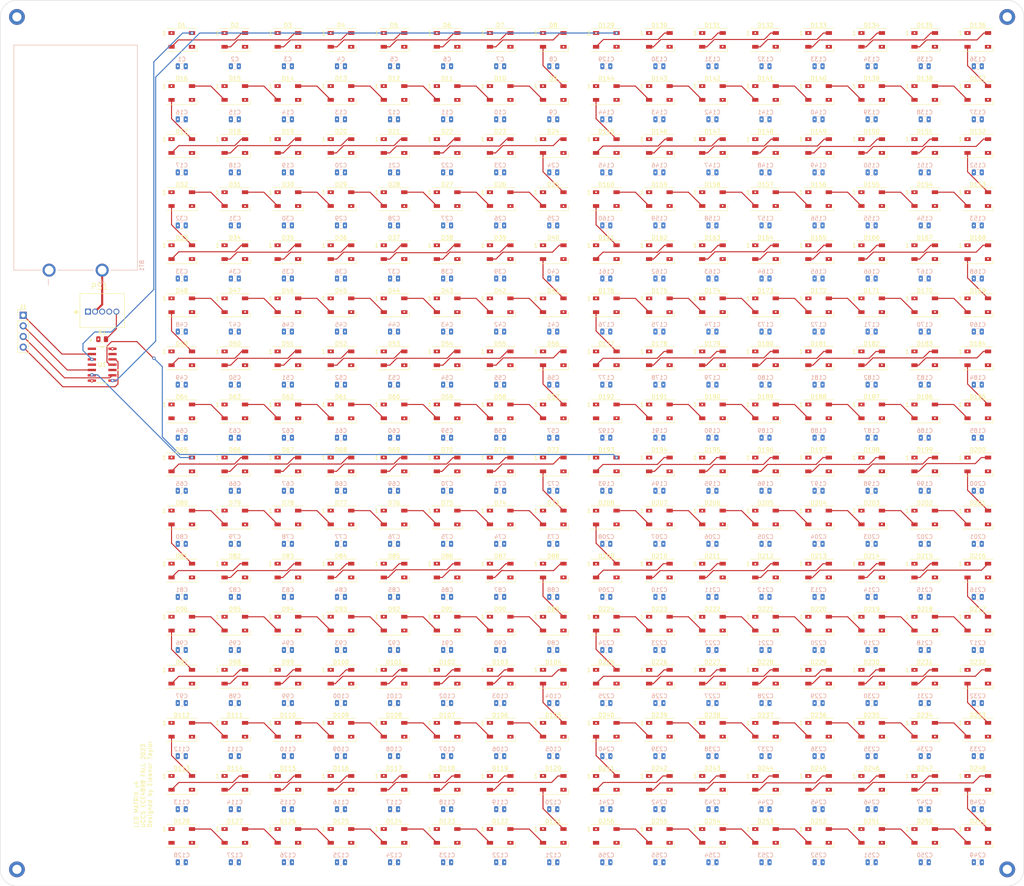
<source format=kicad_pcb>
(kicad_pcb (version 20221018) (generator pcbnew)
  (title_block (title "led matrix v3 hb") (date "2023-06-28") (rev "0"))
  (layers (0 "F.Cu" signal) (1 "In1.Cu" signal) (2 "In2.Cu" power) (31 "B.Cu" power) (34 "B.Paste" user) (35 "F.Paste" user) (36 "B.SilkS" user "B.Silkscreen") (37 "F.SilkS" user "F.Silkscreen") (38 "B.Mask" user) (39 "F.Mask" user) (44 "Edge.Cuts" user))
  (net 0 "")
  (net 1 "VDD")
  (net 2 "GND")
  (net 3 "Net-(D1-DOUT)")
  (net 4 "Net-(D1-DIN)")
  (net 5 "Net-(D2-DOUT)")
  (net 6 "Net-(D3-DOUT)")
  (net 7 "Net-(D4-DOUT)")
  (net 8 "Net-(D5-DOUT)")
  (net 9 "Net-(D6-DOUT)")
  (net 10 "Net-(D7-DOUT)")
  (net 11 "Net-(D8-DOUT)")
  (net 12 "Net-(D10-DIN)")
  (net 13 "Net-(D10-DOUT)")
  (net 14 "Net-(D11-DOUT)")
  (net 15 "Net-(D12-DOUT)")
  (net 16 "Net-(D13-DOUT)")
  (net 17 "Net-(D14-DOUT)")
  (net 18 "Net-(D15-DOUT)")
  (net 19 "Net-(D16-DOUT)")
  (net 20 "Net-(D17-DOUT)")
  (net 21 "Net-(D18-DOUT)")
  (net 22 "Net-(D19-DOUT)")
  (net 23 "Net-(D20-DOUT)")
  (net 24 "Net-(D21-DOUT)")
  (net 25 "Net-(D22-DOUT)")
  (net 26 "Net-(D23-DOUT)")
  (net 27 "Net-(D24-DOUT)")
  (net 28 "Net-(D25-DOUT)")
  (net 29 "Net-(D26-DOUT)")
  (net 30 "Net-(D27-DOUT)")
  (net 31 "Net-(D28-DOUT)")
  (net 32 "Net-(D29-DOUT)")
  (net 33 "Net-(D30-DOUT)")
  (net 34 "Net-(D31-DOUT)")
  (net 35 "Net-(D32-DOUT)")
  (net 36 "Net-(D33-DOUT)")
  (net 37 "Net-(D34-DOUT)")
  (net 38 "Net-(D35-DOUT)")
  (net 39 "Net-(D36-DOUT)")
  (net 40 "Net-(D37-DOUT)")
  (net 41 "Net-(D38-DOUT)")
  (net 42 "Net-(D39-DOUT)")
  (net 43 "Net-(D40-DOUT)")
  (net 44 "Net-(D41-DOUT)")
  (net 45 "Net-(D42-DOUT)")
  (net 46 "Net-(D43-DOUT)")
  (net 47 "Net-(D44-DOUT)")
  (net 48 "Net-(D45-DOUT)")
  (net 49 "Net-(D46-DOUT)")
  (net 50 "Net-(D47-DOUT)")
  (net 51 "Net-(D48-DOUT)")
  (net 52 "Net-(D49-DOUT)")
  (net 53 "Net-(D50-DOUT)")
  (net 54 "Net-(D51-DOUT)")
  (net 55 "Net-(D52-DOUT)")
  (net 56 "Net-(D53-DOUT)")
  (net 57 "Net-(D54-DOUT)")
  (net 58 "Net-(D55-DOUT)")
  (net 59 "Net-(D56-DOUT)")
  (net 60 "Net-(D57-DOUT)")
  (net 61 "Net-(D58-DOUT)")
  (net 62 "Net-(D59-DOUT)")
  (net 63 "Net-(D60-DOUT)")
  (net 64 "Net-(D61-DOUT)")
  (net 65 "Net-(D62-DOUT)")
  (net 66 "Net-(D63-DOUT)")
  (net 68 "Net-(D65-DOUT)")
  (net 69 "Net-(D65-DIN)")
  (net 70 "Net-(D66-DOUT)")
  (net 71 "Net-(D67-DOUT)")
  (net 72 "Net-(D68-DOUT)")
  (net 73 "Net-(D69-DOUT)")
  (net 74 "Net-(D70-DOUT)")
  (net 75 "Net-(D71-DOUT)")
  (net 76 "Net-(D72-DOUT)")
  (net 77 "Net-(D73-DOUT)")
  (net 78 "Net-(D74-DOUT)")
  (net 79 "Net-(D75-DOUT)")
  (net 80 "Net-(D76-DOUT)")
  (net 81 "Net-(D77-DOUT)")
  (net 82 "Net-(D78-DOUT)")
  (net 83 "Net-(D79-DOUT)")
  (net 84 "Net-(D80-DOUT)")
  (net 85 "Net-(D81-DOUT)")
  (net 86 "Net-(D82-DOUT)")
  (net 87 "Net-(D83-DOUT)")
  (net 88 "Net-(D84-DOUT)")
  (net 89 "Net-(D85-DOUT)")
  (net 90 "Net-(D86-DOUT)")
  (net 91 "Net-(D87-DOUT)")
  (net 92 "Net-(D88-DOUT)")
  (net 93 "Net-(D89-DOUT)")
  (net 94 "Net-(D90-DOUT)")
  (net 95 "Net-(D91-DOUT)")
  (net 96 "Net-(D92-DOUT)")
  (net 97 "Net-(D93-DOUT)")
  (net 98 "Net-(D94-DOUT)")
  (net 99 "Net-(D95-DOUT)")
  (net 100 "Net-(D96-DOUT)")
  (net 101 "Net-(D97-DOUT)")
  (net 102 "Net-(D98-DOUT)")
  (net 103 "Net-(D100-DIN)")
  (net 104 "Net-(D100-DOUT)")
  (net 105 "Net-(D101-DOUT)")
  (net 106 "Net-(D102-DOUT)")
  (net 107 "Net-(D103-DOUT)")
  (net 108 "Net-(D104-DOUT)")
  (net 109 "Net-(D105-DOUT)")
  (net 110 "Net-(D106-DOUT)")
  (net 111 "Net-(D107-DOUT)")
  (net 112 "Net-(D108-DOUT)")
  (net 113 "Net-(D109-DOUT)")
  (net 114 "Net-(D110-DOUT)")
  (net 115 "Net-(D111-DOUT)")
  (net 116 "Net-(D112-DOUT)")
  (net 117 "Net-(D113-DOUT)")
  (net 118 "Net-(D114-DOUT)")
  (net 119 "Net-(D115-DOUT)")
  (net 120 "Net-(D116-DOUT)")
  (net 121 "Net-(D117-DOUT)")
  (net 122 "Net-(D118-DOUT)")
  (net 123 "Net-(D119-DOUT)")
  (net 124 "Net-(D120-DOUT)")
  (net 125 "Net-(D121-DOUT)")
  (net 126 "Net-(D122-DOUT)")
  (net 127 "Net-(D123-DOUT)")
  (net 128 "Net-(D124-DOUT)")
  (net 129 "Net-(D125-DOUT)")
  (net 130 "Net-(D126-DOUT)")
  (net 131 "Net-(D127-DOUT)")
  (net 133 "Net-(D129-DOUT)")
  (net 134 "Net-(D129-DIN)")
  (net 135 "Net-(D130-DOUT)")
  (net 136 "Net-(D131-DOUT)")
  (net 137 "Net-(D132-DOUT)")
  (net 138 "Net-(D133-DOUT)")
  (net 139 "Net-(D134-DOUT)")
  (net 140 "Net-(D135-DOUT)")
  (net 141 "Net-(D136-DOUT)")
  (net 142 "Net-(D137-DOUT)")
  (net 143 "Net-(D138-DOUT)")
  (net 144 "Net-(D139-DOUT)")
  (net 145 "Net-(D140-DOUT)")
  (net 146 "Net-(D141-DOUT)")
  (net 147 "Net-(D142-DOUT)")
  (net 148 "Net-(D143-DOUT)")
  (net 149 "Net-(D144-DOUT)")
  (net 150 "Net-(D145-DOUT)")
  (net 151 "Net-(D146-DOUT)")
  (net 152 "Net-(D147-DOUT)")
  (net 153 "Net-(D148-DOUT)")
  (net 154 "Net-(D149-DOUT)")
  (net 155 "Net-(D150-DOUT)")
  (net 156 "Net-(D151-DOUT)")
  (net 157 "Net-(D152-DOUT)")
  (net 158 "Net-(D153-DOUT)")
  (net 159 "Net-(D154-DOUT)")
  (net 160 "Net-(D155-DOUT)")
  (net 161 "Net-(D156-DOUT)")
  (net 162 "Net-(D157-DOUT)")
  (net 163 "Net-(D158-DOUT)")
  (net 164 "Net-(D159-DOUT)")
  (net 165 "Net-(D160-DOUT)")
  (net 166 "Net-(D161-DOUT)")
  (net 167 "Net-(D162-DOUT)")
  (net 168 "Net-(D163-DOUT)")
  (net 169 "Net-(D164-DOUT)")
  (net 170 "Net-(D165-DOUT)")
  (net 171 "Net-(D166-DOUT)")
  (net 172 "Net-(D167-DOUT)")
  (net 173 "Net-(D168-DOUT)")
  (net 174 "Net-(D169-DOUT)")
  (net 175 "Net-(D170-DOUT)")
  (net 176 "Net-(D171-DOUT)")
  (net 177 "Net-(D172-DOUT)")
  (net 178 "Net-(D173-DOUT)")
  (net 179 "Net-(D174-DOUT)")
  (net 180 "Net-(D175-DOUT)")
  (net 181 "Net-(D176-DOUT)")
  (net 182 "Net-(D177-DOUT)")
  (net 183 "Net-(D178-DOUT)")
  (net 184 "Net-(D179-DOUT)")
  (net 185 "Net-(D180-DOUT)")
  (net 186 "Net-(D181-DOUT)")
  (net 187 "Net-(D182-DOUT)")
  (net 188 "Net-(D183-DOUT)")
  (net 189 "Net-(D184-DOUT)")
  (net 190 "Net-(D185-DOUT)")
  (net 191 "Net-(D186-DOUT)")
  (net 192 "Net-(D187-DOUT)")
  (net 193 "Net-(D188-DOUT)")
  (net 194 "Net-(D189-DOUT)")
  (net 195 "Net-(D190-DOUT)")
  (net 196 "Net-(D191-DOUT)")
  (net 198 "Net-(D193-DOUT)")
  (net 199 "Net-(D193-DIN)")
  (net 200 "Net-(D194-DOUT)")
  (net 201 "Net-(D195-DOUT)")
  (net 202 "Net-(D196-DOUT)")
  (net 203 "Net-(D197-DOUT)")
  (net 204 "Net-(D198-DOUT)")
  (net 205 "Net-(D199-DOUT)")
  (net 206 "Net-(D200-DOUT)")
  (net 207 "Net-(D201-DOUT)")
  (net 208 "Net-(D202-DOUT)")
  (net 209 "Net-(D203-DOUT)")
  (net 210 "Net-(D204-DOUT)")
  (net 211 "Net-(D205-DOUT)")
  (net 212 "Net-(D206-DOUT)")
  (net 213 "Net-(D207-DOUT)")
  (net 214 "Net-(D208-DOUT)")
  (net 215 "Net-(D209-DOUT)")
  (net 216 "Net-(D210-DOUT)")
  (net 217 "Net-(D211-DOUT)")
  (net 218 "Net-(D212-DOUT)")
  (net 219 "Net-(D213-DOUT)")
  (net 220 "Net-(D214-DOUT)")
  (net 221 "Net-(D215-DOUT)")
  (net 222 "Net-(D216-DOUT)")
  (net 223 "Net-(D217-DOUT)")
  (net 224 "Net-(D218-DOUT)")
  (net 225 "Net-(D219-DOUT)")
  (net 226 "Net-(D220-DOUT)")
  (net 227 "Net-(D221-DOUT)")
  (net 228 "Net-(D222-DOUT)")
  (net 229 "Net-(D223-DOUT)")
  (net 230 "Net-(D224-DOUT)")
  (net 231 "Net-(D225-DOUT)")
  (net 232 "Net-(D226-DOUT)")
  (net 233 "Net-(D227-DOUT)")
  (net 234 "Net-(D228-DOUT)")
  (net 235 "Net-(D229-DOUT)")
  (net 236 "Net-(D230-DOUT)")
  (net 237 "Net-(D231-DOUT)")
  (net 238 "Net-(D232-DOUT)")
  (net 239 "Net-(D233-DOUT)")
  (net 240 "Net-(D234-DOUT)")
  (net 241 "Net-(D235-DOUT)")
  (net 242 "Net-(D236-DOUT)")
  (net 243 "Net-(D237-DOUT)")
  (net 244 "Net-(D238-DOUT)")
  (net 245 "Net-(D239-DOUT)")
  (net 246 "Net-(D240-DOUT)")
  (net 247 "Net-(D241-DOUT)")
  (net 248 "Net-(D242-DOUT)")
  (net 249 "Net-(D243-DOUT)")
  (net 250 "Net-(D244-DOUT)")
  (net 251 "Net-(D245-DOUT)")
  (net 252 "Net-(D246-DOUT)")
  (net 253 "Net-(D247-DOUT)")
  (net 254 "Net-(D248-DOUT)")
  (net 255 "Net-(D249-DOUT)")
  (net 256 "Net-(D250-DOUT)")
  (net 257 "Net-(D251-DOUT)")
  (net 258 "Net-(D252-DOUT)")
  (net 259 "Net-(D253-DOUT)")
  (net 260 "Net-(D254-DOUT)")
  (net 261 "Net-(D255-DOUT)")
  (net 263 "Net-(J1-Pin_1)")
  (net 265 "Net-(PS1-OUTPUT_TRIM)")
  (net 270 "Net-(PS1-+VIN)")
  (net 271 "Net-(J1-Pin_2)")
  (net 272 "Net-(J1-Pin_3)")
  (net 273 "Net-(J1-Pin_4)")
  (footprint "LED_SMD:LED_WS2812B_PLCC4_5.0x5.0mm_P3.2mm" (layer "F.Cu") (at 223.15 152.1)
    (fp_text reference "D196")
    (fp_text value "WS2812B")
  )
  (footprint "LED_SMD:LED_WS2812B_PLCC4_5.0x5.0mm_P3.2mm" (layer "F.Cu") (at 121.55 228.3)
    (fp_text reference "D116")
    (fp_text value "WS2812B")
  )
  (footprint "LED_SMD:LED_WS2812B_PLCC4_5.0x5.0mm_P3.2mm" (layer "F.Cu") (at 108.85 190.2)
    (fp_text reference "D94")
    (fp_text value "WS2812B")
  )
  (footprint "LED_SMD:LED_WS2812B_PLCC4_5.0x5.0mm_P3.2mm" (layer "F.Cu") (at 83.45 101.3)
    (fp_text reference "D33")
    (fp_text value "WS2812B")
  )
  (footprint "LED_SMD:LED_WS2812B_PLCC4_5.0x5.0mm_P3.2mm" (layer "F.Cu") (at 96.15 202.9)
    (fp_text reference "D98")
    (fp_text value "WS2812B")
  )
  (footprint "LED_SMD:LED_WS2812B_PLCC4_5.0x5.0mm_P3.2mm" (layer "F.Cu") (at 261.25 50.5)
    (fp_text reference "D135")
    (fp_text value "WS2812B")
  )
  (footprint "LED_SMD:LED_WS2812B_PLCC4_5.0x5.0mm_P3.2mm" (layer "F.Cu") (at 83.45 164.8)
    (fp_text reference "D80")
    (fp_text value "WS2812B")
  )
  (footprint "LED_SMD:LED_WS2812B_PLCC4_5.0x5.0mm_P3.2mm" (layer "F.Cu") (at 96.15 75.9)
    (fp_text reference "D18")
    (fp_text value "WS2812B")
  )
  (footprint "LED_SMD:LED_WS2812B_PLCC4_5.0x5.0mm_P3.2mm" (layer "F.Cu") (at 108.85 88.6)
    (fp_text reference "D30")
    (fp_text value "WS2812B")
  )
  (footprint "LED_SMD:LED_WS2812B_PLCC4_5.0x5.0mm_P3.2mm" (layer "F.Cu") (at 108.85 101.3)
    (fp_text reference "D35")
    (fp_text value "WS2812B")
  )
  (footprint "LED_SMD:LED_WS2812B_PLCC4_5.0x5.0mm_P3.2mm" (layer "F.Cu") (at 121.55 101.3)
    (fp_text reference "D36")
    (fp_text value "WS2812B")
  )
  (footprint "LED_SMD:LED_WS2812B_PLCC4_5.0x5.0mm_P3.2mm" (layer "F.Cu") (at 197.75 75.9)
    (fp_text reference "D146")
    (fp_text value "WS2812B")
  )
  (footprint "LED_SMD:LED_WS2812B_PLCC4_5.0x5.0mm_P3.2mm" (layer "F.Cu") (at 159.65 152.1)
    (fp_text reference "D71")
    (fp_text value "WS2812B")
  )
  (footprint "LED_SMD:LED_WS2812B_PLCC4_5.0x5.0mm_P3.2mm" (layer "F.Cu") (at 134.25 202.9)
    (fp_text reference "D101")
    (fp_text value "WS2812B")
  )
  (footprint "LED_SMD:LED_WS2812B_PLCC4_5.0x5.0mm_P3.2mm" (layer "F.Cu") (at 185.05 241)
    (fp_text reference "D256")
    (fp_text value "WS2812B")
  )
  (footprint "LED_SMD:LED_WS2812B_PLCC4_5.0x5.0mm_P3.2mm" (layer "F.Cu") (at 223.15 228.3)
    (fp_text reference "D244")
    (fp_text value "WS2812B")
  )
  (footprint "Various_LED_Board:CONV_OKR-T_10-W12-C" (layer "F.Cu") (at 64.4 115.525)
    (fp_text reference "PS1")
    (fp_text value "OKR-T/10-W12-C")
  )
  (footprint "LED_SMD:LED_WS2812B_PLCC4_5.0x5.0mm_P3.2mm" (layer "F.Cu") (at 172.35 126.7)
    (fp_text reference "D56")
    (fp_text value "WS2812B")
  )
  (footprint "LED_SMD:LED_WS2812B_PLCC4_5.0x5.0mm_P3.2mm" (layer "F.Cu") (at 185.05 164.8)
    (fp_text reference "D208")
    (fp_text value "WS2812B")
  )
  (footprint "LED_SMD:LED_WS2812B_PLCC4_5.0x5.0mm_P3.2mm" (layer "F.Cu") (at 197.75 215.6)
    (fp_text reference "D239")
    (fp_text value "WS2812B")
  )
  (footprint "LED_SMD:LED_WS2812B_PLCC4_5.0x5.0mm_P3.2mm" (layer "F.Cu") (at 210.45 202.9)
    (fp_text reference "D227")
    (fp_text value "WS2812B")
  )
  (footprint "Resistor_SMD:R_0805_2012Metric" (layer "F.Cu") (at 64.4 122.125)
    (fp_text reference "R1")
    (fp_text value "267")
  )
  (footprint "LED_SMD:LED_WS2812B_PLCC4_5.0x5.0mm_P3.2mm" (layer "F.Cu") (at 261.25 63.2)
    (fp_text reference "D138")
    (fp_text value "WS2812B")
  )
  (footprint "LED_SMD:LED_WS2812B_PLCC4_5.0x5.0mm_P3.2mm" (layer "F.Cu") (at 96.15 177.5)
    (fp_text reference "D82")
    (fp_text value "WS2812B")
  )
  (footprint "LED_SMD:LED_WS2812B_PLCC4_5.0x5.0mm_P3.2mm" (layer "F.Cu") (at 235.85 114)
    (fp_text reference "D172")
    (fp_text value "WS2812B")
  )
  (footprint "LED_SMD:LED_WS2812B_PLCC4_5.0x5.0mm_P3.2mm" (layer "F.Cu") (at 197.75 164.8)
    (fp_text reference "D207")
    (fp_text value "WS2812B")
  )
  (footprint "LED_SMD:LED_WS2812B_PLCC4_5.0x5.0mm_P3.2mm" (layer "F.Cu") (at 248.55 215.6)
    (fp_text reference "D235")
    (fp_text value "WS2812B")
  )
  (footprint "LED_SMD:LED_WS2812B_PLCC4_5.0x5.0mm_P3.2mm" (layer "F.Cu") (at 210.45 114)
    (fp_text reference "D174")
    (fp_text value "WS2812B")
  )
  (footprint "LED_SMD:LED_WS2812B_PLCC4_5.0x5.0mm_P3.2mm" (layer "F.Cu") (at 261.25 75.9)
    (fp_text reference "D151")
    (fp_text value "WS2812B")
  )
  (footprint "LED_SMD:LED_WS2812B_PLCC4_5.0x5.0mm_P3.2mm" (layer "F.Cu") (at 261.25 152.1)
    (fp_text reference "D199")
    (fp_text value "WS2812B")
  )
  (footprint "LED_SMD:LED_WS2812B_PLCC4_5.0x5.0mm_P3.2mm" (layer "F.Cu") (at 172.35 88.6)
    (fp_text reference "D25")
    (fp_text value "WS2812B")
  )
  (footprint "LED_SMD:LED_WS2812B_PLCC4_5.0x5.0mm_P3.2mm" (layer "F.Cu") (at 273.95 177.5)
    (fp_text reference "D216")
    (fp_text value "WS2812B")
  )
  (footprint "LED_SMD:LED_WS2812B_PLCC4_5.0x5.0mm_P3.2mm" (layer "F.Cu") (at 83.45 190.2)
    (fp_text reference "D96")
    (fp_text value "WS2812B")
  )
  (footprint "LED_SMD:LED_WS2812B_PLCC4_5.0x5.0mm_P3.2mm" (layer "F.Cu") (at 235.85 190.2)
    (fp_text reference "D220")
    (fp_text value "WS2812B")
  )
  (footprint "LED_SMD:LED_WS2812B_PLCC4_5.0x5.0mm_P3.2mm" (layer "F.Cu") (at 223.15 139.4)
    (fp_text reference "D189")
    (fp_text value "WS2812B")
  )
  (footprint "LED_SMD:LED_WS2812B_PLCC4_5.0x5.0mm_P3.2mm" (layer "F.Cu") (at 121.55 114)
    (fp_text reference "D45")
    (fp_text value "WS2812B")
  )
  (footprint "LED_SMD:LED_WS2812B_PLCC4_5.0x5.0mm_P3.2mm" (layer "F.Cu") (at 146.95 114)
    (fp_text reference "D43")
    (fp_text value "WS2812B")
  )
  (footprint "LED_SMD:LED_WS2812B_PLCC4_5.0x5.0mm_P3.2mm" (layer "F.Cu") (at 235.85 63.2)
    (fp_text reference "D140")
    (fp_text value "WS2812B")
  )
  (footprint "LED_SMD:LED_WS2812B_PLCC4_5.0x5.0mm_P3.2mm" (layer "F.Cu") (at 248.55 50.5)
    (fp_text reference "D134")
    (fp_text value "WS2812B")
  )
  (footprint "LED_SMD:LED_WS2812B_PLCC4_5.0x5.0mm_P3.2mm" (layer "F.Cu") (at 273.95 241)
    (fp_text reference "D249")
    (fp_text value "WS2812B")
  )
  (footprint "LED_SMD:LED_WS2812B_PLCC4_5.0x5.0mm_P3.2mm" (layer "F.Cu") (at 134.25 177.5)
    (fp_text reference "D85")
    (fp_text value "WS2812B")
  )
  (footprint "LED_SMD:LED_WS2812B_PLCC4_5.0x5.0mm_P3.2mm" (layer "F.Cu") (at 185.05 215.6)
    (fp_text reference "D240")
    (fp_text value "WS2812B")
  )
  (footprint "LED_SMD:LED_WS2812B_PLCC4_5.0x5.0mm_P3.2mm" (layer "F.Cu") (at 159.65 190.2)
    (fp_text reference "D90")
    (fp_text value "WS2812B")
  )
  (footprint "LED_SMD:LED_WS2812B_PLCC4_5.0x5.0mm_P3.2mm" (layer "F.Cu") (at 96.15 50.5)
    (fp_text reference "D2")
    (fp_text value "WS2812B")
  )
  (footprint "Connector_PinHeader_2.54mm:PinHeader_1x04_P2.54mm_Vertical" (layer "F.Cu") (at 45.5 116.4)
    (fp_text reference "J1")
    (fp_text value "Conn_01x04_Socket")
  )
  (footprint "LED_SMD:LED_WS2812B_PLCC4_5.0x5.0mm_P3.2mm" (layer "F.Cu") (at 96.15 215.6)
    (fp_text reference "D111")
    (fp_text value "WS2812B")
  )
  (footprint "LED_SMD:LED_WS2812B_PLCC4_5.0x5.0mm_P3.2mm" (layer "F.Cu") (at 261.25 114)
    (fp_text reference "D170")
    (fp_text value "WS2812B")
  )
  (footprint "LED_SMD:LED_WS2812B_PLCC4_5.0x5.0mm_P3.2mm" (layer "F.Cu") (at 159.65 101.3)
    (fp_text reference "D39")
    (fp_text value "WS2812B")
  )
  (footprint "LED_SMD:LED_WS2812B_PLCC4_5.0x5.0mm_P3.2mm" (layer "F.Cu") (at 146.95 88.6)
    (fp_text reference "D27")
    (fp_text value "WS2812B")
  )
  (footprint "MountingHole:MountingHole_2.2mm_M2_DIN965_Pad" (layer "F.Cu") (at 44 45)
    (fp_text reference "REF**" hide)
    (fp_text value "MountingHole_2.2mm_M2_DIN965_Pad" hide)
  )
  (footprint "LED_SMD:LED_WS2812B_PLCC4_5.0x5.0mm_P3.2mm" (layer "F.Cu") (at 159.65 114)
    (fp_text reference "D42")
    (fp_text value "WS2812B")
  )
  (footprint "LED_SMD:LED_WS2812B_PLCC4_5.0x5.0mm_P3.2mm" (layer "F.Cu") (at 146.95 164.8)
    (fp_text reference "D75")
    (fp_text value "WS2812B")
  )
  (footprint "LED_SMD:LED_WS2812B_PLCC4_5.0x5.0mm_P3.2mm" (layer "F.Cu") (at 134.25 88.6)
    (fp_text reference "D28")
    (fp_text value "WS2812B")
  )
  (footprint "LED_SMD:LED_WS2812B_PLCC4_5.0x5.0mm_P3.2mm" (layer "F.Cu") (at 134.25 164.8)
    (fp_text reference "D76")
    (fp_text value "WS2812B")
  )
  (footprint "LED_SMD:LED_WS2812B_PLCC4_5.0x5.0mm_P3.2mm" (layer "F.Cu") (at 146.95 241)
    (fp_text reference "D123")
    (fp_text value "WS2812B")
  )
  (footprint "MountingHole:MountingHole_2.2mm_M2_DIN965_Pad" (layer "F.Cu") (at 44 249)
    (fp_text reference "REF**" hide)
    (fp_text value "MountingHole_2.2mm_M2_DIN965_Pad" hide)
  )
  (footprint "LED_SMD:LED_WS2812B_PLCC4_5.0x5.0mm_P3.2mm" (layer "F.Cu") (at 134.25 101.3)
    (fp_text reference "D37")
    (fp_text value "WS2812B")
  )
  (footprint "LED_SMD:LED_WS2812B_PLCC4_5.0x5.0mm_P3.2mm" (layer "F.Cu") (at 146.95 126.7)
    (fp_text reference "D54")
    (fp_text value "WS2812B")
  )
  (footprint "LED_SMD:LED_WS2812B_PLCC4_5.0x5.0mm_P3.2mm" (layer "F.Cu") (at 108.85 164.8)
    (fp_text reference "D78")
    (fp_text value "WS2812B")
  )
  (footprint "LED_SMD:LED_WS2812B_PLCC4_5.0x5.0mm_P3.2mm" (layer "F.Cu") (at 108.85 50.5)
    (fp_text reference "D3")
    (fp_text value "WS2812B")
  )
  (footprint "LED_SMD:LED_WS2812B_PLCC4_5.0x5.0mm_P3.2mm" (layer "F.Cu") (at 172.35 63.2)
    (fp_text reference "D9")
    (fp_text value "WS2812B")
  )
  (footprint "LED_SMD:LED_WS2812B_PLCC4_5.0x5.0mm_P3.2mm" (layer "F.Cu") (at 210.45 101.3)
    (fp_text reference "D163")
    (fp_text value "WS2812B")
  )
  (footprint "LED_SMD:LED_WS2812B_PLCC4_5.0x5.0mm_P3.2mm" (layer "F.Cu") (at 261.25 126.7)
    (fp_text reference "D183")
    (fp_text value "WS2812B")
  )
  (footprint "LED_SMD:LED_WS2812B_PLCC4_5.0x5.0mm_P3.2mm" (layer "F.Cu") (at 108.85 241)
    (fp_text reference "D126")
    (fp_text value "WS2812B")
  )
  (footprint "Various_LED_Board:D14" (layer "F.Cu") (at 64.4 128.225)
    (fp_text reference "U1")
    (fp_text value "SN74AHCT125DR")
  )
  (footprint "LED_SMD:LED_WS2812B_PLCC4_5.0x5.0mm_P3.2mm" (layer "F.Cu") (at 121.55 190.2)
    (fp_text reference "D93")
    (fp_text value "WS2812B")
  )
  (footprint "LED_SMD:LED_WS2812B_PLCC4_5.0x5.0mm_P3.2mm" (layer "F.Cu") (at 248.55 152.1)
    (fp_text reference "D198")
    (fp_text value "WS2812B")
  )
  (footprint "LED_SMD:LED_WS2812B_PLCC4_5.0x5.0mm_P3.2mm" (layer "F.Cu") (at 248.55 190.2)
    (fp_text reference "D219")
    (fp_text value "WS2812B")
  )
  (footprint "LED_SMD:LED_WS2812B_PLCC4_5.0x5.0mm_P3.2mm" (layer "F.Cu") (at 248.55 114)
    (fp_text reference "D171")
    (fp_text value "WS2812B")
  )
  (footprint "LED_SMD:LED_WS2812B_PLCC4_5.0x5.0mm_P3.2mm" (layer "F.Cu") (at 159.65 202.9)
    (fp_text reference "D103")
    (fp_text value "WS2812B")
  )
  (footprint "LED_SMD:LED_WS2812B_PLCC4_5.0x5.0mm_P3.2mm" (layer "F.Cu") (at 223.15 126.7)
    (fp_text reference "D180")
    (fp_text value "WS2812B")
  )
  (footprint "LED_SMD:LED_WS2812B_PLCC4_5.0x5.0mm_P3.2mm" (layer "F.Cu") (at 235.85 202.9)
    (fp_text reference "D229")
    (fp_text value "WS2812B")
  )
  (footprint "LED_SMD:LED_WS2812B_PLCC4_5.0x5.0mm_P3.2mm" (layer "F.Cu") (at 96.15 164.8)
    (fp_text reference "D79")
    (fp_text value "WS2812B")
  )
  (footprint "LED_SMD:LED_WS2812B_PLCC4_5.0x5.0mm_P3.2mm" (layer "F.Cu") (at 121.55 75.9)
    (fp_text reference "D20")
    (fp_text value "WS2812B")
  )
  (footprint "LED_SMD:LED_WS2812B_PLCC4_5.0x5.0mm_P3.2mm" (layer "F.Cu") (at 223.15 63.2)
    (fp_text reference "D141")
    (fp_text value "WS2812B")
  )
  (footprint "LED_SMD:LED_WS2812B_PLCC4_5.0x5.0mm_P3.2mm" (layer "F.Cu") (at 261.25 139.4)
    (fp_text reference "D186")
    (fp_text value "WS2812B")
  )
  (footprint "LED_SMD:LED_WS2812B_PLCC4_5.0x5.0mm_P3.2mm" (layer "F.Cu") (at 134.25 63.2)
    (fp_text reference "D12")
    (fp_text value "WS2812B")
  )
  (footprint "LED_SMD:LED_WS2812B_PLCC4_5.0x5.0mm_P3.2mm" (layer "F.Cu") (at 134.25 241)
    (fp_text reference "D124")
    (fp_text value "WS2812B")
  )
  (footprint "LED_SMD:LED_WS2812B_PLCC4_5.0x5.0mm_P3.2mm" (layer "F.Cu") (at 261.25 190.2)
    (fp_text reference "D218")
    (fp_text value "WS2812B")
  )
  (footprint "LED_SMD:LED_WS2812B_PLCC4_5.0x5.0mm_P3.2mm" (layer "F.Cu") (at 121.55 50.5)
    (fp_text reference "D4")
    (fp_text value "WS2812B")
  )
  (footprint "LED_SMD:LED_WS2812B_PLCC4_5.0x5.0mm_P3.2mm" (layer "F.Cu") (at 159.65 241)
    (fp_text reference "D122")
    (fp_text value "WS2812B")
  )
  (footprint "LED_SMD:LED_WS2812B_PLCC4_5.0x5.0mm_P3.2mm" (layer "F.Cu") (at 210.45 190.2)
    (fp_text reference "D222")
    (fp_text value "WS2812B")
  )
  (footprint "LED_SMD:LED_WS2812B_PLCC4_5.0x5.0mm_P3.2mm" (layer "F.Cu") (at 273.95 63.2)
    (fp_text reference "D137")
    (fp_text value "WS2812B")
  )
  (footprint "LED_SMD:LED_WS2812B_PLCC4_5.0x5.0mm_P3.2mm" (layer "F.Cu") (at 210.45 139.4)
    (fp_text reference "D190")
    (fp_text value "WS2812B")
  )
  (footprint "LED_SMD:LED_WS2812B_PLCC4_5.0x5.0mm_P3.2mm" (layer "F.Cu") (at 261.25 215.6)
    (fp_text reference "D234")
    (fp_text value "WS2812B")
  )
  (footprint "LED_SMD:LED_WS2812B_PLCC4_5.0x5.0mm_P3.2mm" (layer "F.Cu") (at 235.85 101.3)
    (fp_text reference "D165")
    (fp_text value "WS2812B")
  )
  (footprint "LED_SMD:LED_WS2812B_PLCC4_5.0x5.0mm_P3.2mm" (layer "F.Cu") (at 121.55 63.2)
    (fp_text reference "D13")
    (fp_text value "WS2812B")
  )
  (footprint "LED_SMD:LED_WS2812B_PLCC4_5.0x5.0mm_P3.2mm" (layer "F.Cu") (at 134.25 228.3)
    (fp_text reference "D117")
    (fp_text value "WS2812B")
  )
  (footprint "LED_SMD:LED_WS2812B_PLCC4_5.0x5.0mm_P3.2mm" (layer "F.Cu") (at 235.85 50.5)
    (fp_text reference "D133")
    (fp_text value "WS2812B")
  )
  (footprint "LED_SMD:LED_WS2812B_PLCC4_5.0x5.0mm_P3.2mm" (layer "F.Cu") (at 235.85 241)
    (fp_text reference "D252")
    (fp_text value "WS2812B")
  )
  (footprint "LED_SMD:LED_WS2812B_PLCC4_5.0x5.0mm_P3.2mm" (layer "F.Cu") (at 185.05 63.2)
    (fp_text reference "D144")
    (fp_text value "WS2812B")
  )
  (footprint "LED_SMD:LED_WS2812B_PLCC4_5.0x5.0mm_P3.2mm" (layer "F.Cu") (at 159.65 164.8)
    (fp_text reference "D74")
    (fp_text value "WS2812B")
  )
  (footprint "LED_SMD:LED_WS2812B_PLCC4_5.0x5.0mm_P3.2mm" (layer "F.Cu") (at 261.25 241)
    (fp_text reference "D250")
    (fp_text value "WS2812B")
  )
  (footprint "LED_SMD:LED_WS2812B_PLCC4_5.0x5.0mm_P3.2mm" (layer "F.Cu") (at 108.85 152.1)
    (fp_text reference "D67")
    (fp_text value "WS2812B")
  )
  (footprint "LED_SMD:LED_WS2812B_PLCC4_5.0x5.0mm_P3.2mm" (layer "F.Cu") (at 223.15 50.5)
    (fp_text reference "D132")
    (fp_text value "WS2812B")
  )
  (footprint "LED_SMD:LED_WS2812B_PLCC4_5.0x5.0mm_P3.2mm" (layer "F.Cu") (at 185.05 228.3)
    (fp_text reference "D241")
    (fp_text value "WS2812B")
  )
  (footprint "LED_SMD:LED_WS2812B_PLCC4_5.0x5.0mm_P3.2mm" (layer "F.Cu") (at 197.75 177.5)
    (fp_text reference "D210")
    (fp_text value "WS2812B")
  )
  (footprint "LED_SMD:LED_WS2812B_PLCC4_5.0x5.0mm_P3.2mm" (layer "F.Cu") (at 172.35 152.1)
    (fp_text reference "D72")
    (fp_text value "WS2812B")
  )
  (footprint "LED_SMD:LED_WS2812B_PLCC4_5.0x5.0mm_P3.2mm" (layer "F.Cu") (at 159.65 177.5)
    (fp_text reference "D87")
    (fp_text value "WS2812B")
  )
  (footprint "LED_SMD:LED_WS2812B_PLCC4_5.0x5.0mm_P3.2mm" (layer "F.Cu") (at 172.35 114)
    (fp_text reference "D41")
    (fp_text value "WS2812B")
  )
  (footprint "LED_SMD:LED_WS2812B_PLCC4_5.0x5.0mm_P3.2mm" (layer "F.Cu") (at 261.25 177.5)
    (fp_text reference "D215")
    (fp_text value "WS2812B")
  )
  (footprint "LED_SMD:LED_WS2812B_PLCC4_5.0x5.0mm_P3.2mm" (layer "F.Cu") (at 210.45 164.8)
    (fp_text reference "D206")
    (fp_text value "WS2812B")
  )
  (footprint "LED_SMD:LED_WS2812B_PLCC4_5.0x5.0mm_P3.2mm" (layer "F.Cu") (at 108.85 177.5)
    (fp_text reference "D83")
    (fp_text value "WS2812B")
  )
  (footprint "LED_SMD:LED_WS2812B_PLCC4_5.0x5.0mm_P3.2mm" (layer "F.Cu") (at 96.15 190.2)
    (fp_text reference "D95")
    (fp_text value "WS2812B")
  )
  (footprint "LED_SMD:LED_WS2812B_PLCC4_5.0x5.0mm_P3.2mm" (layer "F.Cu") (at 108.85 215.6)
    (fp_text reference "D110")
    (fp_text value "WS2812B")
  )
  (footprint "LED_SMD:LED_WS2812B_PLCC4_5.0x5.0mm_P3.2mm" (layer "F.Cu") (at 223.15 88.6)
    (fp_text reference "D157")
    (fp_text value "WS2812B")
  )
  (footprint "LED_SMD:LED_WS2812B_PLCC4_5.0x5.0mm_P3.2mm" (layer "F.Cu") (at 96.15 88.6)
    (fp_text reference "D31")
    (fp_text value "WS2812B")
  )
  (footprint "LED_SMD:LED_WS2812B_PLCC4_5.0x5.0mm_P3.2mm" (layer "F.Cu") (at 172.35 101.3)
    (fp_text reference "D40")
    (fp_text value "WS2812B")
  )
  (footprint "LED_SMD:LED_WS2812B_PLCC4_5.0x5.0mm_P3.2mm" (layer "F.Cu") (at 197.75 152.1)
    (fp_text reference "D194")
    (fp_text value "WS2812B")
  )
  (footprint "LED_SMD:LED_WS2812B_PLCC4_5.0x5.0mm_P3.2mm" (layer "F.Cu") (at 134.25 215.6)
    (fp_text reference "D108")
    (fp_text value "WS2812B")
  )
  (footprint "LED_SMD:LED_WS2812B_PLCC4_5.0x5.0mm_P3.2mm" (layer "F.Cu") (at 83.45 75.9)
    (fp_text reference "D17")
    (fp_text value "WS2812B")
  )
  (footprint "LED_SMD:LED_WS2812B_PLCC4_5.0x5.0mm_P3.2mm" (layer "F.Cu") (at 197.75 114)
    (fp_text reference "D175")
    (fp_text value "WS2812B")
  )
  (footprint "LED_SMD:LED_WS2812B_PLCC4_5.0x5.0mm_P3.2mm" (layer "F.Cu") (at 83.45 202.9)
    (fp_text reference "D97")
    (fp_text value "WS2812B")
  )
  (footprint "LED_SMD:LED_WS2812B_PLCC4_5.0x5.0mm_P3.2mm" (layer "F.Cu") (at 235.85 164.8)
    (fp_text reference "D204")
    (fp_text value "WS2812B")
  )
  (footprint "LED_SMD:LED_WS2812B_PLCC4_5.0x5.0mm_P3.2mm" (layer "F.Cu") (at 108.85 202.9)
    (fp_text reference "D99")
    (fp_text value "WS2812B")
  )
  (footprint "LED_SMD:LED_WS2812B_PLCC4_5.0x5.0mm_P3.2mm" (layer "F.Cu") (at 134.25 190.2)
    (fp_text reference "D92")
    (fp_text value "WS2812B")
  )
  (footprint "LED_SMD:LED_WS2812B_PLCC4_5.0x5.0mm_P3.2mm" (layer "F.Cu") (at 210.45 152.1)
    (fp_text reference "D195")
    (fp_text value "WS2812B")
  )
  (footprint "LED_SMD:LED_WS2812B_PLCC4_5.0x5.0mm_P3.2mm" (layer "F.Cu") (at 121.55 241)
    (fp_text reference "D125")
    (fp_text value "WS2812B")
  )
  (footprint "LED_SMD:LED_WS2812B_PLCC4_5.0x5.0mm_P3.2mm" (layer "F.Cu") (at 159.65 50.5)
    (fp_text reference "D7")
    (fp_text value "WS2812B")
  )
  (footprint "LED_SMD:LED_WS2812B_PLCC4_5.0x5.0mm_P3.2mm" (layer "F.Cu") (at 223.15 114)
    (fp_text reference "D173")
    (fp_text value "WS2812B")
  )
  (footprint "LED_SMD:LED_WS2812B_PLCC4_5.0x5.0mm_P3.2mm" (layer "F.Cu") (at 261.25 101.3)
    (fp_text reference "D167")
    (fp_text value "WS2812B")
  )
  (footprint "LED_SMD:LED_WS2812B_PLCC4_5.0x5.0mm_P3.2mm" (layer "F.Cu") (at 83.45 114)
    (fp_text reference "D48")
    (fp_text value "WS2812B")
  )
  (footprint "LED_SMD:LED_WS2812B_PLCC4_5.0x5.0mm_P3.2mm" (layer "F.Cu") (at 83.45 241)
    (fp_text reference "D128")
    (fp_text value "WS2812B")
  )
  (footprint "LED_SMD:LED_WS2812B_PLCC4_5.0x5.0mm_P3.2mm" (layer "F.Cu") (at 248.55 177.5)
    (fp_text reference "D214")
    (fp_text value "WS2812B")
  )
  (footprint "LED_SMD:LED_WS2812B_PLCC4_5.0x5.0mm_P3.2mm" (layer "F.Cu") (at 210.45 75.9)
    (fp_text reference "D147")
    (fp_text value "WS2812B")
  )
  (footprint "LED_SMD:LED_WS2812B_PLCC4_5.0x5.0mm_P3.2mm" (layer "F.Cu") (at 96.15 139.4)
    (fp_text reference "D63")
    (fp_text value "WS2812B")
  )
  (footprint "LED_SMD:LED_WS2812B_PLCC4_5.0x5.0mm_P3.2mm" (layer "F.Cu") (at 248.55 101.3)
    (fp_text reference "D166")
    (fp_text value "WS2812B")
  )
  (footprint "LED_SMD:LED_WS2812B_PLCC4_5.0x5.0mm_P3.2mm" (layer "F.Cu") (at 146.95 75.9)
    (fp_text reference "D22")
    (fp_text value "WS2812B")
  )
  (footprint "LED_SMD:LED_WS2812B_PLCC4_5.0x5.0mm_P3.2mm" (layer "F.Cu") (at 134.25 75.9)
    (fp_text reference "D21")
    (fp_text value "WS2812B")
  )
  (footprint "LED_SMD:LED_WS2812B_PLCC4_5.0x5.0mm_P3.2mm" (layer "F.Cu") (at 210.45 50.5)
    (fp_text reference "D131")
    (fp_text value "WS2812B")
  )
  (footprint "LED_SMD:LED_WS2812B_PLCC4_5.0x5.0mm_P3.2mm" (layer "F.Cu") (at 197.75 50.5)
    (fp_text reference "D130")
    (fp_text value "WS2812B")
  )
  (footprint "LED_SMD:LED_WS2812B_PLCC4_5.0x5.0mm_P3.2mm" (layer "F.Cu") (at 159.65 88.6)
    (fp_text reference "D26")
    (fp_text value "WS2812B")
  )
  (footprint "LED_SMD:LED_WS2812B_PLCC4_5.0x5.0mm_P3.2mm" (layer "F.Cu") (at 223.15 101.3)
    (fp_text reference "D164")
    (fp_text value "WS2812B")
  )
  (footprint "LED_SMD:LED_WS2812B_PLCC4_5.0x5.0mm_P3.2mm" (layer "F.Cu") (at 235.85 126.7)
    (fp_text reference "D181")
    (fp_text value "WS2812B")
  )
  (footprint "LED_SMD:LED_WS2812B_PLCC4_5.0x5.0mm_P3.2mm" (layer "F.Cu") (at 172.35 75.9)
    (fp_text reference "D24")
    (fp_text value "WS2812B")
  )
  (footprint "LED_SMD:LED_WS2812B_PLCC4_5.0x5.0mm_P3.2mm" (layer "F.Cu") (at 146.95 152.1)
    (fp_text reference "D70")
    (fp_text value "WS2812B")
  )
  (footprint "LED_SMD:LED_WS2812B_PLCC4_5.0x5.0mm_P3.2mm" (layer "F.Cu") (at 223.15 75.9)
    (fp_text reference "D148")
    (fp_text value "WS2812B")
  )
  (footprint "LED_SMD:LED_WS2812B_PLCC4_5.0x5.0mm_P3.2mm" (layer "F.Cu") (at 223.15 190.2)
    (fp_text reference "D221")
    (fp_text value "WS2812B")
  )
  (footprint "LED_SMD:LED_WS2812B_PLCC4_5.0x5.0mm_P3.2mm" (layer "F.Cu") (at 121.55 126.7)
    (fp_text reference "D52")
    (fp_text value "WS2812B")
  )
  (footprint "LED_SMD:LED_WS2812B_PLCC4_5.0x5.0mm_P3.2mm" (layer "F.Cu") (at 197.75 139.4)
    (fp_text reference "D191")
    (fp_text value "WS2812B")
  )
  (footprint "LED_SMD:LED_WS2812B_PLCC4_5.0x5.0mm_P3.2mm" (layer "F.Cu") (at 159.65 215.6)
    (fp_text reference "D106")
    (fp_text value "WS2812B")
  )
  (footprint "LED_SMD:LED_WS2812B_PLCC4_5.0x5.0mm_P3.2mm" (layer "F.Cu") (at 172.35 190.2)
    (fp_text reference "D89")
    (fp_text value "WS2812B")
  )
  (footprint "LED_SMD:LED_WS2812B_PLCC4_5.0x5.0mm_P3.2mm" (layer "F.Cu") (at 185.05 50.5)
    (fp_text reference "D129")
    (fp_text value "WS2812B")
  )
  (footprint "LED_SMD:LED_WS2812B_PLCC4_5.0x5.0mm_P3.2mm" (layer "F.Cu") (at 248.55 126.7)
    (fp_text reference "D182")
    (fp_text value "WS2812B")
  )
  (footprint "LED_SMD:LED_WS2812B_PLCC4_5.0x5.0mm_P3.2mm" (layer "F.Cu") (at 159.65 139.4)
    (fp_text reference "D58")
    (fp_text value "WS2812B")
  )
  (footprint "LED_SMD:LED_WS2812B_PLCC4_5.0x5.0mm_P3.2mm" (layer "F.Cu") (at 121.55 215.6)
    (fp_text reference "D109")
    (fp_text value "WS2812B")
  )
  (footprint "LED_SMD:LED_WS2812B_PLCC4_5.0x5.0mm_P3.2mm" (layer "F.Cu") (at 185.05 152.1)
    (fp_text reference "D193")
    (fp_text value "WS2812B")
  )
  (footprint "LED_SMD:LED_WS2812B_PLCC4_5.0x5.0mm_P3.2mm" (layer "F.Cu") (at 273.95 114)
    (fp_text reference "D169")
    (fp_text value "WS2812B")
  )
  (footprint "LED_SMD:LED_WS2812B_PLCC4_5.0x5.0mm_P3.2mm" (layer "F.Cu") (at 108.85 75.9)
    (fp_text reference "D19")
    (fp_text value "WS2812B")
  )
  (footprint "LED_SMD:LED_WS2812B_PLCC4_5.0x5.0mm_P3.2mm" (layer "F.Cu") (at 96.15 114)
    (fp_text reference "D47")
    (fp_text value "WS2812B")
  )
  (footprint "LED_SMD:LED_WS2812B_PLCC4_5.0x5.0mm_P3.2mm" (layer "F.Cu") (at 121.55 139.4)
    (fp_text reference "D61")
    (fp_text value "WS2812B")
  )
  (footprint "LED_SMD:LED_WS2812B_PLCC4_5.0x5.0mm_P3.2mm" (layer "F.Cu") (at 96.15 241)
    (fp_text reference "D127")
    (fp_text value "WS2812B")
  )
  (footprint "LED_SMD:LED_WS2812B_PLCC4_5.0x5.0mm_P3.2mm" (layer "F.Cu") (at 146.95 202.9)
    (fp_text reference "D102")
    (fp_text value "WS2812B")
  )
  (footprint "LED_SMD:LED_WS2812B_PLCC4_5.0x5.0mm_P3.2mm" (layer "F.Cu") (at 248.55 88.6)
    (fp_text reference "D155")
    (fp_text value "WS2812B")
  )
  (footprint "LED_SMD:LED_WS2812B_PLCC4_5.0x5.0mm_P3.2mm" (layer "F.Cu") (at 197.75 241)
    (fp_text reference "D255")
    (fp_text value "WS2812B")
  )
  (footprint "LED_SMD:LED_WS2812B_PLCC4_5.0x5.0mm_P3.2mm" (layer "F.Cu") (at 159.65 228.3)
    (fp_text reference "D119")
    (fp_text value "WS2812B")
  )
  (footprint "LED_SMD:LED_WS2812B_PLCC4_5.0x5.0mm_P3.2mm" (layer "F.Cu") (at 210.45 88.6)
    (fp_text reference "D158")
    (fp_text value "WS2812B")
  )
  (footprint "LED_SMD:LED_WS2812B_PLCC4_5.0x5.0mm_P3.2mm" (layer "F.Cu") (at 273.95 139.4)
    (fp_text reference "D185")
    (fp_text value "WS2812B")
  )
  (footprint "LED_SMD:LED_WS2812B_PLCC4_5.0x5.0mm_P3.2mm" (layer "F.Cu") (at 108.85 114)
    (fp_text reference "D46")
    (fp_text value "WS2812B")
  )
  (footprint "LED_SMD:LED_WS2812B_PLCC4_5.0x5.0mm_P3.2mm" (layer "F.Cu") (at 248.55 139.4)
    (fp_text reference "D187")
    (fp_text value "WS2812B")
  )
  (footprint "LED_SMD:LED_WS2812B_PLCC4_5.0x5.0mm_P3.2mm" (layer "F.Cu") (at 235.85 139.4)
    (fp_text reference "D188")
    (fp_text value "WS2812B")
  )
  (footprint "LED_SMD:LED_WS2812B_PLCC4_5.0x5.0mm_P3.2mm" (layer "F.Cu") (at 134.25 114)
    (fp_text reference "D44")
    (fp_text value "WS2812B")
  )
  (footprint "LED_SMD:LED_WS2812B_PLCC4_5.0x5.0mm_P3.2mm" (layer "F.Cu") (at 185.05 101.3)
    (fp_text reference "D161")
    (fp_text value "WS2812B")
  )
  (footprint "LED_SMD:LED_WS2812B_PLCC4_5.0x5.0mm_P3.2mm" (layer "F.Cu") (at 134.25 152.1)
    (fp_text reference "D69")
    (fp_text value "WS2812B")
  )
  (footprint "LED_SMD:LED_WS2812B_PLCC4_5.0x5.0mm_P3.2mm" (layer "F.Cu") (at 261.25 164.8)
    (fp_text reference "D202")
    (fp_text value "WS2812B")
  )
  (footprint "LED_SMD:LED_WS2812B_PLCC4_5.0x5.0mm_P3.2mm" (layer "F.Cu") (at 185.05 177.5)
    (fp_text reference "D209")
    (fp_text value "WS2812B")
  )
  (footprint "LED_SMD:LED_WS2812B_PLCC4_5.0x5.0mm_P3.2mm" (layer "F.Cu") (at 108.85 139.4)
    (fp_text reference "D62")
    (fp_text value "WS2812B")
  )
  (footprint "LED_SMD:LED_WS2812B_PLCC4_5.0x5.0mm_P3.2mm" (layer "F.Cu") (at 146.95 63.2)
    (fp_text reference "D11")
    (fp_text value "WS2812B")
  )
  (footprint "LED_SMD:LED_WS2812B_PLCC4_5.0x5.0mm_P3.2mm" (layer "F.Cu") (at 172.35 177.5)
    (fp_text reference "D88")
    (fp_text value "WS2812B")
  )
  (footprint "LED_SMD:LED_WS2812B_PLCC4_5.0x5.0mm_P3.2mm" (layer "F.Cu") (at 185.05 126.7)
    (fp_text reference "D177")
    (fp_text value "WS2812B")
  )
  (footprint "LED_SMD:LED_WS2812B_PLCC4_5.0x5.0mm_P3.2mm" (layer "F.Cu") (at 146.95 215.6)
    (fp_text reference "D107")
    (fp_text value "WS2812B")
  )
  (footprint "LED_SMD:LED_WS2812B_PLCC4_5.0x5.0mm_P3.2mm" (layer "F.Cu") (at 273.95 101.3)
    (fp_text reference "D168")
    (fp_text value "WS2812B")
  )
  (footprint "LED_SMD:LED_WS2812B_PLCC4_5.0x5.0mm_P3.2mm" (layer "F.Cu") (at 235.85 75.9)
    (fp_text reference "D149")
    (fp_text value "WS2812B")
  )
  (footprint "LED_SMD:LED_WS2812B_PLCC4_5.0x5.0mm_P3.2mm" (layer "F.Cu") (at 273.95 88.6)
    (fp_text reference "D153")
    (fp_text value "WS2812B")
  )
  (footprint "LED_SMD:LED_WS2812B_PLCC4_5.0x5.0mm_P3.2mm" (layer "F.Cu") (at 248.55 164.8)
    (fp_text reference "D203")
    (fp_text value "WS2812B")
  )
  (footprint "LED_SMD:LED_WS2812B_PLCC4_5.0x5.0mm_P3.2mm" (layer "F.Cu") (at 83.45 63.2)
    (fp_text reference "D16")
    (fp_text value "WS2812B")
  )
  (footprint "LED_SMD:LED_WS2812B_PLCC4_5.0x5.0mm_P3.2mm" (layer "F.Cu") (at 83.45 50.5)
    (fp_text reference "D1")
    (fp_text value "WS2812B")
  )
  (footprint "LED_SMD:LED_WS2812B_PLCC4_5.0x5.0mm_P3.2mm" (layer "F.Cu") (at 146.95 228.3)
    (fp_text reference "D118")
    (fp_text value "WS2812B")
  )
  (footprint "LED_SMD:LED_WS2812B_PLCC4_5.0x5.0mm_P3.2mm" (layer "F.Cu") (at 197.75 101.3)
    (fp_text reference "D162")
    (fp_text value "WS2812B")
  )
  (footprint "LED_SMD:LED_WS2812B_PLCC4_5.0x5.0mm_P3.2mm" (layer "F.Cu") (at 210.45 63.2)
    (fp_text reference "D142")
    (fp_text value "WS2812B")
  )
  (footprint "LED_SMD:LED_WS2812B_PLCC4_5.0x5.0mm_P3.2mm" (layer "F.Cu") (at 121.55 152.1)
    (fp_text reference "D68")
    (fp_text value "WS2812B")
  )
  (footprint "LED_SMD:LED_WS2812B_PLCC4_5.0x5.0mm_P3.2mm" (layer "F.Cu") (at 235.85 177.5)
    (fp_text reference "D213")
    (fp_text value "WS2812B")
  )
  (footprint "LED_SMD:LED_WS2812B_PLCC4_5.0x5.0mm_P3.2mm" (layer "F.Cu") (at 134.25 126.7)
    (fp_text reference "D53")
    (fp_text value "WS2812B")
  )
  (footprint "LED_SMD:LED_WS2812B_PLCC4_5.0x5.0mm_P3.2mm" (layer "F.Cu") (at 134.25 50.5)
    (fp_text reference "D5")
    (fp_text value "WS2812B")
  )
  (footprint "LED_SMD:LED_WS2812B_PLCC4_5.0x5.0mm_P3.2mm" (layer "F.Cu") (at 261.25 202.9)
    (fp_text reference "D231")
    (fp_text value "WS2812B")
  )
  (footprint "LED_SMD:LED_WS2812B_PLCC4_5.0x5.0mm_P3.2mm" (layer "F.Cu") (at 273.95 190.2)
    (fp_text reference "D217")
    (fp_text value "WS2812B")
  )
  (footprint "LED_SMD:LED_WS2812B_PLCC4_5.0x5.0mm_P3.2mm" (layer "F.Cu") (at 273.95 202.9)
    (fp_text reference "D232")
    (fp_text value "WS2812B")
  )
  (footprint "LED_SMD:LED_WS2812B_PLCC4_5.0x5.0mm_P3.2mm" (layer "F.Cu") (at 223.15 177.5)
    (fp_text reference "D212")
    (fp_text value "WS2812B")
  )
  (footprint "LED_SMD:LED_WS2812B_PLCC4_5.0x5.0mm_P3.2mm" (layer "F.Cu") (at 146.95 139.4)
    (fp_text reference "D59")
    (fp_text value "WS2812B")
  )
  (footprint "LED_SMD:LED_WS2812B_PLCC4_5.0x5.0mm_P3.2mm" (layer "F.Cu") (at 248.55 241)
    (fp_text reference "D251")
    (fp_text value "WS2812B")
  )
  (footprint "LED_SMD:LED_WS2812B_PLCC4_5.0x5.0mm_P3.2mm" (layer "F.Cu") (at 197.75 88.6)
    (fp_text reference "D159")
    (fp_text value "WS2812B")
  )
  (footprint "LED_SMD:LED_WS2812B_PLCC4_5.0x5.0mm_P3.2mm" (layer "F.Cu") (at 197.75 190.2)
    (fp_text reference "D223")
    (fp_text value "WS2812B")
  )
  (footprint "LED_SMD:LED_WS2812B_PLCC4_5.0x5.0mm_P3.2mm" (layer "F.Cu") (at 210.45 177.5)
    (fp_text reference "D211")
    (fp_text value "WS2812B")
  )
  (footprint "LED_SMD:LED_WS2812B_PLCC4_5.0x5.0mm_P3.2mm" (layer "F.Cu") (at 172.35 202.9)
    (fp_text reference "D104")
    (fp_text value "WS2812B")
  )
  (footprint "LED_SMD:LED_WS2812B_PLCC4_5.0x5.0mm_P3.2mm" (layer "F.Cu") (at 235.85 152.1)
    (fp_text reference "D197")
    (fp_text value "WS2812B")
  )
  (footprint "LED_SMD:LED_WS2812B_PLCC4_5.0x5.0mm_P3.2mm" (layer "F.Cu") (at 159.65 63.2)
    (fp_text reference "D10")
    (fp_text value "WS2812B")
  )
  (footprint "LED_SMD:LED_WS2812B_PLCC4_5.0x5.0mm_P3.2mm" (layer "F.Cu") (at 273.95 75.9)
    (fp_text reference "D152")
    (fp_text value "WS2812B")
  )
  (footprint "LED_SMD:LED_WS2812B_PLCC4_5.0x5.0mm_P3.2mm" (layer "F.Cu") (at 197.75 228.3)
    (fp_text reference "D242")
    (fp_text value "WS2812B")
  )
  (footprint "LED_SMD:LED_WS2812B_PLCC4_5.0x5.0mm_P3.2mm" (layer "F.Cu") (at 210.45 228.3)
    (fp_text reference "D243")
    (fp_text value "WS2812B")
  )
  (footprint "LED_SMD:LED_WS2812B_PLCC4_5.0x5.0mm_P3.2mm" (layer "F.Cu") (at 223.15 241)
    (fp_text reference "D253")
    (fp_text value "WS2812B")
  )
  (footprint "LED_SMD:LED_WS2812B_PLCC4_5.0x5.0mm_P3.2mm" (layer "F.Cu") (at 134.25 139.4)
    (fp_text reference "D60")
    (fp_text value "WS2812B")
  )
  (footprint "LED_SMD:LED_WS2812B_PLCC4_5.0x5.0mm_P3.2mm" (layer "F.Cu") (at 83.45 152.1)
    (fp_text reference "D65")
    (fp_text value "WS2812B")
  )
  (footprint "LED_SMD:LED_WS2812B_PLCC4_5.0x5.0mm_P3.2mm" (layer "F.Cu") (at 210.45 215.6)
    (fp_text reference "D238")
    (fp_text value "WS2812B")
  )
  (footprint "LED_SMD:LED_WS2812B_PLCC4_5.0x5.0mm_P3.2mm" (layer "F.Cu") (at 146.95 190.2)
    (fp_text reference "D91")
    (fp_text value "WS2812B")
  )
  (footprint "LED_SMD:LED_WS2812B_PLCC4_5.0x5.0mm_P3.2mm" (layer "F.Cu") (at 223.15 202.9)
    (fp_text reference "D228")
    (fp_text value "WS2812B")
  )
  (footprint "LED_SMD:LED_WS2812B_PLCC4_5.0x5.0mm_P3.2mm" (layer "F.Cu") (at 108.85 63.2)
    (fp_text reference "D14")
    (fp_text value "WS2812B")
  )
  (footprint "LED_SMD:LED_WS2812B_PLCC4_5.0x5.0mm_P3.2mm" (layer "F.Cu") (at 273.95 152.1)
    (fp_text reference "D200")
    (fp_text value "WS2812B")
  )
  (footprint "LED_SMD:LED_WS2812B_PLCC4_5.0x5.0mm_P3.2mm" (layer "F.Cu") (at 273.95 50.5)
    (fp_text reference "D136")
    (fp_text value "WS2812B")
  )
  (footprint "LED_SMD:LED_WS2812B_PLCC4_5.0x5.0mm_P3.2mm" (layer "F.Cu") (at 210.45 241)
    (fp_text reference "D254")
    (fp_text value "WS2812B")
  )
  (footprint "LED_SMD:LED_WS2812B_PLCC4_5.0x5.0mm_P3.2mm" (layer "F.Cu") (at 172.35 164.8)
    (fp_text reference "D73")
    (fp_text value "WS2812B")
  )
  (footprint "LED_SMD:LED_WS2812B_PLCC4_5.0x5.0mm_P3.2mm" (layer "F.Cu") (at 83.45 215.6)
    (fp_text reference "D112")
    (fp_text value "WS2812B")
  )
  (footprint "LED_SMD:LED_WS2812B_PLCC4_5.0x5.0mm_P3.2mm" (layer "F.Cu") (at 172.35 50.5)
    (fp_text reference "D8")
    (fp_text value "WS2812B")
  )
  (footprint "LED_SMD:LED_WS2812B_PLCC4_5.0x5.0mm_P3.2mm" (layer "F.Cu") (at 96.15 101.3)
    (fp_text reference "D34")
    (fp_text value "WS2812B")
  )
  (footprint "LED_SMD:LED_WS2812B_PLCC4_5.0x5.0mm_P3.2mm" (layer "F.Cu") (at 172.35 241)
    (fp_text reference "D121")
    (fp_text value "WS2812B")
  )
  (footprint "LED_SMD:LED_WS2812B_PLCC4_5.0x5.0mm_P3.2mm" (layer "F.Cu") (at 197.75 202.9)
    (fp_text reference "D226")
    (fp_text value "WS2812B")
  )
  (footprint "LED_SMD:LED_WS2812B_PLCC4_5.0x5.0mm_P3.2mm" (layer "F.Cu") (at 248.55 75.9)
    (fp_text reference "D150")
    (fp_text value "WS2812B")
  )
  (footprint "LED_SMD:LED_WS2812B_PLCC4_5.0x5.0mm_P3.2mm" (layer "F.Cu") (at 185.05 190.2)
    (fp_text reference "D224")
    (fp_text value "WS2812B")
  )
  (footprint "LED_SMD:LED_WS2812B_PLCC4_5.0x5.0mm_P3.2mm" (layer "F.Cu") (at 235.85 88.6)
    (fp_text reference "D156")
    (fp_text value "WS2812B")
  )
  (footprint "LED_SMD:LED_WS2812B_PLCC4_5.0x5.0mm_P3.2mm" (layer "F.Cu") (at 261.25 88.6)
    (fp_text reference "D154")
    (fp_text value "WS2812B")
  )
  (footprint "LED_SMD:LED_WS2812B_PLCC4_5.0x5.0mm_P3.2mm" (layer "F.Cu") (at 159.65 126.7)
    (fp_text reference "D55")
    (fp_text value "WS2812B")
  )
  (footprint "LED_SMD:LED_WS2812B_PLCC4_5.0x5.0mm_P3.2mm" (layer "F.Cu") (at 83.45 139.4)
    (fp_text reference "D64")
    (fp_text value "WS2812B")
  )
  (footprint "MountingHole:MountingHole_2.2mm_M2_DIN965_Pad" (layer "F.Cu") (at 281 45)
    (fp_text reference "REF**" hide)
    (fp_text value "MountingHole_2.2mm_M2_DIN965_Pad" hide)
  )
  (footprint "LED_SMD:LED_WS2812B_PLCC4_5.0x5.0mm_P3.2mm" (layer "F.Cu") (at 172.35 228.3)
    (fp_text reference "D120")
    (fp_text value "WS2812B")
  )
  (footprint "LED_SMD:LED_WS2812B_PLCC4_5.0x5.0mm_P3.2mm" (layer "F.Cu") (at 273.95 164.8)
    (fp_text reference "D201")
    (fp_text value "WS2812B")
  )
  (footprint "LED_SMD:LED_WS2812B_PLCC4_5.0x5.0mm_P3.2mm" (layer "F.Cu") (at 108.85 126.7)
    (fp_text reference "D51")
    (fp_text value "WS2812B")
  )
  (footprint "LED_SMD:LED_WS2812B_PLCC4_5.0x5.0mm_P3.2mm" (layer "F.Cu") (at 248.55 202.9)
    (fp_text reference "D230")
    (fp_text value "WS2812B")
  )
  (footprint "LED_SMD:LED_WS2812B_PLCC4_5.0x5.0mm_P3.2mm" (layer "F.Cu") (at 248.55 63.2)
    (fp_text reference "D139")
    (fp_text value "WS2812B")
  )
  (footprint "LED_SMD:LED_WS2812B_PLCC4_5.0x5.0mm_P3.2mm" (layer "F.Cu") (at 197.75 63.2)
    (fp_text reference "D143")
    (fp_text value "WS2812B")
  )
  (footprint "LED_SMD:LED_WS2812B_PLCC4_5.0x5.0mm_P3.2mm" (layer "F.Cu") (at 83.45 228.3)
    (fp_text reference "D113")
    (fp_text value "WS2812B")
  )
  (footprint "LED_SMD:LED_WS2812B_PLCC4_5.0x5.0mm_P3.2mm" (layer "F.Cu") (at 121.55 202.9)
    (fp_text reference "D100")
    (fp_text value "WS2812B")
  )
  (footprint "LED_SMD:LED_WS2812B_PLCC4_5.0x5.0mm_P3.2mm" (layer "F.Cu") (at 185.05 139.4)
    (fp_text reference "D192")
    (fp_text value "WS2812B")
  )
  (footprint "MountingHole:MountingHole_2.2mm_M2_DIN965_Pad" (layer "F.Cu") (at 281 249)
    (fp_text reference "REF**" hide)
    (fp_text value "MountingHole_2.2mm_M2_DIN965_Pad" hide)
  )
  (footprint "LED_SMD:LED_WS2812B_PLCC4_5.0x5.0mm_P3.2mm" (layer "F.Cu") (at 96.15 63.2)
    (fp_text reference "D15")
    (fp_text value "WS2812B")
  )
  (footprint "LED_SMD:LED_WS2812B_PLCC4_5.0x5.0mm_P3.2mm" (layer "F.Cu") (at 185.05 114)
    (fp_text reference "D176")
    (fp_text value "WS2812B")
  )
  (footprint "LED_SMD:LED_WS2812B_PLCC4_5.0x5.0mm_P3.2mm" (layer "F.Cu") (at 172.35 139.4)
    (fp_text reference "D57")
    (fp_text value "WS2812B")
  )
  (footprint "LED_SMD:LED_WS2812B_PLCC4_5.0x5.0mm_P3.2mm" (layer "F.Cu") (at 273.95 228.3)
    (fp_text reference "D248")
    (fp_text value "WS2812B")
  )
  (footprint "LED_SMD:LED_WS2812B_PLCC4_5.0x5.0mm_P3.2mm" (layer "F.Cu") (at 235.85 215.6)
    (fp_text reference "D236")
    (fp_text value "WS2812B")
  )
  (footprint "LED_SMD:LED_WS2812B_PLCC4_5.0x5.0mm_P3.2mm" (layer "F.Cu") (at 235.85 228.3)
    (fp_text reference "D245")
    (fp_text value "WS2812B")
  )
  (footprint "LED_SMD:LED_WS2812B_PLCC4_5.0x5.0mm_P3.2mm" (layer "F.Cu") (at 273.95 215.6)
    (fp_text reference "D233")
    (fp_text value "WS2812B")
  )
  (footprint "LED_SMD:LED_WS2812B_PLCC4_5.0x5.0mm_P3.2mm" (layer "F.Cu") (at 197.75 126.7)
    (fp_text reference "D178")
    (fp_text value "WS2812B")
  )
  (footprint "LED_SMD:LED_WS2812B_PLCC4_5.0x5.0mm_P3.2mm" (layer "F.Cu") (at 185.05 75.9)
    (fp_text reference "D145")
    (fp_text value "WS2812B")
  )
  (footprint "LED_SMD:LED_WS2812B_PLCC4_5.0x5.0mm_P3.2mm" (layer "F.Cu") (at 121.55 177.5)
    (fp_text reference "D84")
    (fp_text value "WS2812B")
  )
  (footprint "LED_SMD:LED_WS2812B_PLCC4_5.0x5.0mm_P3.2mm" (layer "F.Cu") (at 83.45 88.6)
    (fp_text reference "D32")
    (fp_text value "WS2812B")
  )
  (footprint "LED_SMD:LED_WS2812B_PLCC4_5.0x5.0mm_P3.2mm" (layer "F.Cu") (at 146.95 177.5)
    (fp_text reference "D86")
    (fp_text value "WS2812B")
  )
  (footprint "LED_SMD:LED_WS2812B_PLCC4_5.0x5.0mm_P3.2mm" (layer "F.Cu") (at 83.45 126.7)
    (fp_text reference "D49")
    (fp_text value "WS2812B")
  )
  (footprint "LED_SMD:LED_WS2812B_PLCC4_5.0x5.0mm_P3.2mm" (layer "F.Cu") (at 185.05 202.9)
    (fp_text reference "D225")
    (fp_text value "WS2812B")
  )
  (footprint "LED_SMD:LED_WS2812B_PLCC4_5.0x5.0mm_P3.2mm" (layer "F.Cu") (at 210.45 126.7)
    (fp_text reference "D179")
    (fp_text value "WS2812B")
  )
  (footprint "LED_SMD:LED_WS2812B_PLCC4_5.0x5.0mm_P3.2mm" (layer "F.Cu") (at 146.95 50.5)
    (fp_text reference "D6")
    (fp_text value "WS2812B")
  )
  (footprint "LED_SMD:LED_WS2812B_PLCC4_5.0x5.0mm_P3.2mm" (layer "F.Cu") (at 121.55 164.8)
    (fp_text reference "D77")
    (fp_text value "WS2812B")
  )
  (footprint "LED_SMD:LED_WS2812B_PLCC4_5.0x5.0mm_P3.2mm" (layer "F.Cu") (at 223.15 215.6)
    (fp_text reference "D237")
    (fp_text value "WS2812B")
  )
  (footprint "LED_SMD:LED_WS2812B_PLCC4_5.0x5.0mm_P3.2mm" (layer "F.Cu") (at 83.45 177.5)
    (fp_text reference "D81")
    (fp_text value "WS2812B")
  )
  (footprint "LED_SMD:LED_WS2812B_PLCC4_5.0x5.0mm_P3.2mm" (layer "F.Cu") (at 159.65 75.9)
    (fp_text reference "D23")
    (fp_text value "WS2812B")
  )
  (footprint "LED_SMD:LED_WS2812B_PLCC4_5.0x5.0mm_P3.2mm" (layer "F.Cu") (at 96.15 126.7)
    (fp_text reference "D50")
    (fp_text value "WS2812B")
  )
  (footprint "LED_SMD:LED_WS2812B_PLCC4_5.0x5.0mm_P3.2mm" (layer "F.Cu") (at 96.15 152.1)
    (fp_text reference "D66")
    (fp_text value "WS2812B")
  )
  (footprint "LED_SMD:LED_WS2812B_PLCC4_5.0x5.0mm_P3.2mm" (layer "F.Cu") (at 261.25 228.3)
    (fp_text reference "D247")
    (fp_text value "WS2812B")
  )
  (footprint "LED_SMD:LED_WS2812B_PLCC4_5.0x5.0mm_P3.2mm" (layer "F.Cu") (at 172.35 215.6)
    (fp_text reference "D105")
    (fp_text value "WS2812B")
  )
  (footprint "LED_SMD:LED_WS2812B_PLCC4_5.0x5.0mm_P3.2mm" (layer "F.Cu") (at 108.85 228.3)
    (fp_text reference "D115")
    (fp_text value "WS2812B")
  )
  (footprint "LED_SMD:LED_WS2812B_PLCC4_5.0x5.0mm_P3.2mm" (layer "F.Cu") (at 223.15 164.8)
    (fp_text reference "D205")
    (fp_text value "WS2812B")
  )
  (footprint "LED_SMD:LED_WS2812B_PLCC4_5.0x5.0mm_P3.2mm" (layer "F.Cu") (at 96.15 228.3)
    (fp_text reference "D114")
    (fp_text value "WS2812B")
  )
  (footprint "LED_SMD:LED_WS2812B_PLCC4_5.0x5.0mm_P3.2mm" (layer "F.Cu") (at 121.55 88.6)
    (fp_text reference "D29")
    (fp_text value "WS2812B")
  )
  (footprint "LED_SMD:LED_WS2812B_PLCC4_5.0x5.0mm_P3.2mm" (layer "F.Cu") (at 185.05 88.6)
    (fp_text reference "D160")
    (fp_text value "WS2812B")
  )
  (footprint "LED_SMD:LED_WS2812B_PLCC4_5.0x5.0mm_P3.2mm" (layer "F.Cu") (at 146.95 101.3)
    (fp_text reference "D38")
    (fp_text value "WS2812B")
  )
  (footprint "LED_SMD:LED_WS2812B_PLCC4_5.0x5.0mm_P3.2mm" (layer "F.Cu") (at 248.55 228.3)
    (fp_text reference "D246")
    (fp_text value "WS2812B")
  )
  (footprint "LED_SMD:LED_WS2812B_PLCC4_5.0x5.0mm_P3.2mm" (layer "F.Cu") (at 273.95 126.7)
    (fp_text reference "D184")
    (fp_text value "WS2812B")
  )
  (footprint "Capacitor_SMD:C_0805_2012Metric" (layer "B.Cu") (at 223.15 209.2 180)
    (fp_text reference "C228")
    (fp_text value "100nF")
  )
  (footprint "Capacitor_SMD:C_0805_2012Metric" (layer "B.Cu") (at 121.55 107.6 180)
    (fp_text reference "C36")
    (fp_text value "100nF")
  )
  (footprint "Capacitor_SMD:C_0805_2012Metric" (layer "B.Cu") (at 108.85 82.2 180)
    (fp_text reference "C19")
    (fp_text value "100nF")
  )
  (footprint "Capacitor_SMD:C_0805_2012Metric" (layer "B.Cu") (at 159.65 196.5 180)
    (fp_text reference "C90")
    (fp_text value "100nF")
  )
  (footprint "Capacitor_SMD:C_0805_2012Metric" (layer "B.Cu") (at 185.05 171.1 180)
    (fp_text reference "C208")
    (fp_text value "100nF")
  )
  (footprint "Capacitor_SMD:C_0805_2012Metric" (layer "B.Cu") (at 273.95 94.9 180)
    (fp_text reference "C153")
    (fp_text value "100nF")
  )
  (footprint "Capacitor_SMD:C_0805_2012Metric" (layer "B.Cu") (at 96.15 120.3 180)
    (fp_text reference "C47")
    (fp_text value "100nF")
  )
  (footprint "Capacitor_SMD:C_0805_2012Metric" (layer "B.Cu") (at 273.95 158.4 180)
    (fp_text reference "C200")
    (fp_text value "100nF")
  )
  (footprint "Capacitor_SMD:C_0805_2012Metric" (layer "B.Cu") (at 134.25 94.9 180)
    (fp_text reference "C28")
    (fp_text value "100nF")
  )
  (footprint "Capacitor_SMD:C_0805_2012Metric" (layer "B.Cu") (at 223.15 120.3 180)
    (fp_text reference "C173")
    (fp_text value "100nF")
  )
  (footprint "Capacitor_SMD:C_0805_2012Metric" (layer "B.Cu") (at 235.85 196.5 180)
    (fp_text reference "C220")
    (fp_text value "100nF")
  )
  (footprint "Capacitor_SMD:C_0805_2012Metric" (layer "B.Cu") (at 83.45 234.6 180)
    (fp_text reference "C113")
    (fp_text value "100nF")
  )
  (footprint "Capacitor_SMD:C_0805_2012Metric" (layer "B.Cu") (at 121.55 209.2 180)
    (fp_text reference "C100")
    (fp_text value "100nF")
  )
  (footprint "Capacitor_SMD:C_0805_2012Metric" (layer "B.Cu") (at 197.75 107.6 180)
    (fp_text reference "C162")
    (fp_text value "100nF")
  )
  (footprint "Capacitor_SMD:C_0805_2012Metric" (layer "B.Cu") (at 261.25 183.8 180)
    (fp_text reference "C215")
    (fp_text value "100nF")
  )
  (footprint "Capacitor_SMD:C_0805_2012Metric" (layer "B.Cu") (at 146.95 94.9 180)
    (fp_text reference "C27")
    (fp_text value "100nF")
  )
  (footprint "Capacitor_SMD:C_0805_2012Metric" (layer "B.Cu") (at 134.25 133 180)
    (fp_text reference "C53")
    (fp_text value "100nF")
  )
  (footprint "Capacitor_SMD:C_0805_2012Metric" (layer "B.Cu") (at 146.95 145.7 180)
    (fp_text reference "C59")
    (fp_text value "100nF")
  )
  (footprint "Capacitor_SMD:C_0805_2012Metric" (layer "B.Cu") (at 185.05 247.3 180)
    (fp_text reference "C256")
    (fp_text value "100nF")
  )
  (footprint "Capacitor_SMD:C_0805_2012Metric" (layer "B.Cu") (at 121.55 247.3 180)
    (fp_text reference "C125")
    (fp_text value "100nF")
  )
  (footprint "Capacitor_SMD:C_0805_2012Metric" (layer "B.Cu") (at 159.65 82.2 180)
    (fp_text reference "C23")
    (fp_text value "100nF")
  )
  (footprint "Capacitor_SMD:C_0805_2012Metric" (layer "B.Cu") (at 261.25 107.6 180)
    (fp_text reference "C167")
    (fp_text value "100nF")
  )
  (footprint "Capacitor_SMD:C_0805_2012Metric" (layer "B.Cu") (at 134.25 221.9 180)
    (fp_text reference "C108")
    (fp_text value "100nF")
  )
  (footprint "Capacitor_SMD:C_0805_2012Metric" (layer "B.Cu") (at 248.55 107.6 180)
    (fp_text reference "C166")
    (fp_text value "100nF")
  )
  (footprint "Capacitor_SMD:C_0805_2012Metric" (layer "B.Cu") (at 121.55 133 180)
    (fp_text reference "C52")
    (fp_text value "100nF")
  )
  (footprint "Capacitor_SMD:C_0805_2012Metric" (layer "B.Cu") (at 235.85 69.5 180)
    (fp_text reference "C140")
    (fp_text value "100nF")
  )
  (footprint "Capacitor_SMD:C_0805_2012Metric" (layer "B.Cu") (at 248.55 82.2 180)
    (fp_text reference "C150")
    (fp_text value "100nF")
  )
  (footprint "Capacitor_SMD:C_0805_2012Metric" (layer "B.Cu") (at 261.25 56.8 180)
    (fp_text reference "C135")
    (fp_text value "100nF")
  )
  (footprint "Capacitor_SMD:C_0805_2012Metric" (layer "B.Cu") (at 210.45 183.8 180)
    (fp_text reference "C211")
    (fp_text value "100nF")
  )
  (footprint "Capacitor_SMD:C_0805_2012Metric" (layer "B.Cu") (at 172.35 171.1 180)
    (fp_text reference "C73")
    (fp_text value "100nF")
  )
  (footprint "Capacitor_SMD:C_0805_2012Metric" (layer "B.Cu") (at 235.85 120.3 180)
    (fp_text reference "C172")
    (fp_text value "100nF")
  )
  (footprint "Capacitor_SMD:C_0805_2012Metric" (layer "B.Cu") (at 223.15 158.4 180)
    (fp_text reference "C196")
    (fp_text value "100nF")
  )
  (footprint "Capacitor_SMD:C_0805_2012Metric" (layer "B.Cu") (at 261.25 158.4 180)
    (fp_text reference "C199")
    (fp_text value "100nF")
  )
  (footprint "Capacitor_SMD:C_0805_2012Metric" (layer "B.Cu") (at 83.45 158.4 180)
    (fp_text reference "C65")
    (fp_text value "100nF")
  )
  (footprint "Capacitor_SMD:C_0805_2012Metric" (layer "B.Cu") (at 121.55 56.8 180)
    (fp_text reference "C4")
    (fp_text value "100nF")
  )
  (footprint "Capacitor_SMD:C_0805_2012Metric" (layer "B.Cu") (at 197.75 221.9 180)
    (fp_text reference "C239")
    (fp_text value "100nF")
  )
  (footprint "Capacitor_SMD:C_0805_2012Metric" (layer "B.Cu") (at 108.85 171.1 180)
    (fp_text reference "C78")
    (fp_text value "100nF")
  )
  (footprint "Capacitor_SMD:C_0805_2012Metric" (layer "B.Cu") (at 197.75 234.6 180)
    (fp_text reference "C242")
    (fp_text value "100nF")
  )
  (footprint "Capacitor_SMD:C_0805_2012Metric" (layer "B.Cu") (at 210.45 234.6 180)
    (fp_text reference "C243")
    (fp_text value "100nF")
  )
  (footprint "Capacitor_SMD:C_0805_2012Metric" (layer "B.Cu") (at 197.75 183.8 180)
    (fp_text reference "C210")
    (fp_text value "100nF")
  )
  (footprint "Capacitor_SMD:C_0805_2012Metric" (layer "B.Cu") (at 172.35 183.8 180)
    (fp_text reference "C88")
    (fp_text value "100nF")
  )
  (footprint "Capacitor_SMD:C_0805_2012Metric" (layer "B.Cu") (at 108.85 158.4 180)
    (fp_text reference "C67")
    (fp_text value "100nF")
  )
  (footprint "Capacitor_SMD:C_0805_2012Metric" (layer "B.Cu") (at 261.25 209.2 180)
    (fp_text reference "C231")
    (fp_text value "100nF")
  )
  (footprint "Capacitor_SMD:C_0805_2012Metric" (layer "B.Cu") (at 83.45 221.9 180)
    (fp_text reference "C112")
    (fp_text value "100nF")
  )
  (footprint "Capacitor_SMD:C_0805_2012Metric" (layer "B.Cu") (at 273.95 56.8 180)
    (fp_text reference "C136")
    (fp_text value "100nF")
  )
  (footprint "Capacitor_SMD:C_0805_2012Metric" (layer "B.Cu") (at 185.05 158.4 180)
    (fp_text reference "C193")
    (fp_text value "100nF")
  )
  (footprint "Capacitor_SMD:C_0805_2012Metric" (layer "B.Cu") (at 83.45 82.2 180)
    (fp_text reference "C17")
    (fp_text value "100nF")
  )
  (footprint "Capacitor_SMD:C_0805_2012Metric" (layer "B.Cu") (at 210.45 94.9 180)
    (fp_text reference "C158")
    (fp_text value "100nF")
  )
  (footprint "Capacitor_SMD:C_0805_2012Metric" (layer "B.Cu") (at 185.05 94.9 180)
    (fp_text reference "C160")
    (fp_text value "100nF")
  )
  (footprint "Capacitor_SMD:C_0805_2012Metric" (layer "B.Cu") (at 134.25 209.2 180)
    (fp_text reference "C101")
    (fp_text value "100nF")
  )
  (footprint "Capacitor_SMD:C_0805_2012Metric" (layer "B.Cu") (at 273.95 145.7 180)
    (fp_text reference "C185")
    (fp_text value "100nF")
  )
  (footprint "Capacitor_SMD:C_0805_2012Metric" (layer "B.Cu") (at 108.85 209.2 180)
    (fp_text reference "C99")
    (fp_text value "100nF")
  )
  (footprint "Capacitor_SMD:C_0805_2012Metric" (layer "B.Cu") (at 134.25 171.1 180)
    (fp_text reference "C76")
    (fp_text value "100nF")
  )
  (footprint "Capacitor_SMD:C_0805_2012Metric" (layer "B.Cu") (at 146.95 158.4 180)
    (fp_text reference "C70")
    (fp_text value "100nF")
  )
  (footprint "Capacitor_SMD:C_0805_2012Metric" (layer "B.Cu") (at 121.55 183.8 180)
    (fp_text reference "C84")
    (fp_text value "100nF")
  )
  (footprint "Capacitor_SMD:C_0805_2012Metric" (layer "B.Cu") (at 197.75 209.2 180)
    (fp_text reference "C226")
    (fp_text value "100nF")
  )
  (footprint "Capacitor_SMD:C_0805_2012Metric" (layer "B.Cu") (at 172.35 158.4 180)
    (fp_text reference "C72")
    (fp_text value "100nF")
  )
  (footprint "Capacitor_SMD:C_0805_2012Metric" (layer "B.Cu") (at 197.75 196.5 180)
    (fp_text reference "C223")
    (fp_text value "100nF")
  )
  (footprint "Capacitor_SMD:C_0805_2012Metric" (layer "B.Cu") (at 96.15 133 180)
    (fp_text reference "C50")
    (fp_text value "100nF")
  )
  (footprint "Capacitor_SMD:C_0805_2012Metric" (layer "B.Cu") (at 159.65 107.6 180)
    (fp_text reference "C39")
    (fp_text value "100nF")
  )
  (footprint "Capacitor_SMD:C_0805_2012Metric" (layer "B.Cu") (at 172.35 120.3 180)
    (fp_text reference "C41")
    (fp_text value "100nF")
  )
  (footprint "Capacitor_SMD:C_0805_2012Metric" (layer "B.Cu") (at 172.35 94.9 180)
    (fp_text reference "C25")
    (fp_text value "100nF")
  )
  (footprint "Capacitor_SMD:C_0805_2012Metric" (layer "B.Cu") (at 83.45 107.6 180)
    (fp_text reference "C33")
    (fp_text value "100nF")
  )
  (footprint "Capacitor_SMD:C_0805_2012Metric" (layer "B.Cu") (at 273.95 209.2 180)
    (fp_text reference "C232")
    (fp_text value "100nF")
  )
  (footprint "Capacitor_SMD:C_0805_2012Metric" (layer "B.Cu") (at 121.55 221.9 180)
    (fp_text reference "C109")
    (fp_text value "100nF")
  )
  (footprint "Capacitor_SMD:C_0805_2012Metric" (layer "B.Cu") (at 134.25 120.3 180)
    (fp_text reference "C44")
    (fp_text value "100nF")
  )
  (footprint "Capacitor_SMD:C_0805_2012Metric" (layer "B.Cu") (at 248.55 247.3 180)
    (fp_text reference "C251")
    (fp_text value "100nF")
  )
  (footprint "Capacitor_SMD:C_0805_2012Metric" (layer "B.Cu") (at 273.95 107.6 180)
    (fp_text reference "C168")
    (fp_text value "100nF")
  )
  (footprint "Capacitor_SMD:C_0805_2012Metric" (layer "B.Cu") (at 197.75 56.8 180)
    (fp_text reference "C130")
    (fp_text value "100nF")
  )
  (footprint "Capacitor_SMD:C_0805_2012Metric" (layer "B.Cu") (at 210.45 196.5 180)
    (fp_text reference "C222")
    (fp_text value "100nF")
  )
  (footprint "Capacitor_SMD:C_0805_2012Metric" (layer "B.Cu") (at 210.45 82.2 180)
    (fp_text reference "C147")
    (fp_text value "100nF")
  )
  (footprint "Capacitor_SMD:C_0805_2012Metric" (layer "B.Cu") (at 223.15 221.9 180)
    (fp_text reference "C237")
    (fp_text value "100nF")
  )
  (footprint "Capacitor_SMD:C_0805_2012Metric" (layer "B.Cu") (at 96.15 183.8 180)
    (fp_text reference "C82")
    (fp_text value "100nF")
  )
  (footprint "Capacitor_SMD:C_0805_2012Metric" (layer "B.Cu") (at 83.45 56.8 180)
    (fp_text reference "C1")
    (fp_text value "100nF")
  )
  (footprint "Capacitor_SMD:C_0805_2012Metric" (layer "B.Cu") (at 235.85 183.8 180)
    (fp_text reference "C213")
    (fp_text value "100nF")
  )
  (footprint "Capacitor_SMD:C_0805_2012Metric" (layer "B.Cu") (at 108.85 107.6 180)
    (fp_text reference "C35")
    (fp_text value "100nF")
  )
  (footprint "Capacitor_SMD:C_0805_2012Metric" (layer "B.Cu") (at 121.55 171.1 180)
    (fp_text reference "C77")
    (fp_text value "100nF")
  )
  (footprint "Capacitor_SMD:C_0805_2012Metric" (layer "B.Cu") (at 261.25 69.5 180)
    (fp_text reference "C138")
    (fp_text value "100nF")
  )
  (footprint "Capacitor_SMD:C_0805_2012Metric" (layer "B.Cu") (at 235.85 171.1 180)
    (fp_text reference "C204")
    (fp_text value "100nF")
  )
  (footprint "Capacitor_SMD:C_0805_2012Metric" (layer "B.Cu") (at 223.15 94.9 180)
    (fp_text reference "C157")
    (fp_text value "100nF")
  )
  (footprint "Capacitor_SMD:C_0805_2012Metric" (layer "B.Cu") (at 248.55 94.9 180)
    (fp_text reference "C155")
    (fp_text value "100nF")
  )
  (footprint "Capacitor_SMD:C_0805_2012Metric" (layer "B.Cu") (at 159.65 234.6 180)
    (fp_text reference "C119")
    (fp_text value "100nF")
  )
  (footprint "Capacitor_SMD:C_0805_2012Metric" (layer "B.Cu") (at 210.45 171.1 180)
    (fp_text reference "C206")
    (fp_text value "100nF")
  )
  (footprint "Capacitor_SMD:C_0805_2012Metric" (layer "B.Cu") (at 121.55 145.7 180)
    (fp_text reference "C61")
    (fp_text value "100nF")
  )
  (footprint "Capacitor_SMD:C_0805_2012Metric" (layer "B.Cu") (at 197.75 171.1 180)
    (fp_text reference "C207")
    (fp_text value "100nF")
  )
  (footprint "Capacitor_SMD:C_0805_2012Metric" (layer "B.Cu") (at 223.15 196.5 180)
    (fp_text reference "C221")
    (fp_text value "100nF")
  )
  (footprint "Capacitor_SMD:C_0805_2012Metric" (layer "B.Cu") (at 248.55 209.2 180)
    (fp_text reference "C230")
    (fp_text value "100nF")
  )
  (footprint "Capacitor_SMD:C_0805_2012Metric" (layer "B.Cu") (at 172.35 69.5 180)
    (fp_text reference "C9")
    (fp_text value "100nF")
  )
  (footprint "Capacitor_SMD:C_0805_2012Metric" (layer "B.Cu") (at 96.15 171.1 180)
    (fp_text reference "C79")
    (fp_text value "100nF")
  )
  (footprint "Capacitor_SMD:C_0805_2012Metric" (layer "B.Cu") (at 235.85 247.3 180)
    (fp_text reference "C252")
    (fp_text value "100nF")
  )
  (footprint "Capacitor_SMD:C_0805_2012Metric" (layer "B.Cu") (at 197.75 69.5 180)
    (fp_text reference "C143")
    (fp_text value "100nF")
  )
  (footprint "Capacitor_SMD:C_0805_2012Metric" (layer "B.Cu") (at 235.85 145.7 180)
    (fp_text reference "C188")
    (fp_text value "100nF")
  )
  (footprint "Capacitor_SMD:C_0805_2012Metric" (layer "B.Cu") (at 172.35 247.3 180)
    (fp_text reference "C121")
    (fp_text value "100nF")
  )
  (footprint "Capacitor_SMD:C_0805_2012Metric" (layer "B.Cu") (at 185.05 145.7 180)
    (fp_text reference "C192")
    (fp_text value "100nF")
  )
  (footprint "Capacitor_SMD:C_0805_2012Metric" (layer "B.Cu") (at 159.65 56.8 180)
    (fp_text reference "C7")
    (fp_text value "100nF")
  )
  (footprint "Capacitor_SMD:C_0805_2012Metric" (layer "B.Cu") (at 83.45 69.5 180)
    (fp_text reference "C16")
    (fp_text value "100nF")
  )
  (footprint "Capacitor_SMD:C_0805_2012Metric" (layer "B.Cu") (at 273.95 82.2 180)
    (fp_text reference "C152")
    (fp_text value "100nF")
  )
  (footprint "Capacitor_SMD:C_0805_2012Metric" (layer "B.Cu") (at 248.55 145.7 180)
    (fp_text reference "C187")
    (fp_text value "100nF")
  )
  (footprint "Capacitor_SMD:C_0805_2012Metric" (layer "B.Cu") (at 223.15 183.8 180)
    (fp_text reference "C212")
    (fp_text value "100nF")
  )
  (footprint "Capacitor_SMD:C_0805_2012Metric" (layer "B.Cu") (at 248.55 158.4 180)
    (fp_text reference "C198")
    (fp_text value "100nF")
  )
  (footprint "Capacitor_SMD:C_0805_2012Metric" (layer "B.Cu") (at 197.75 158.4 180)
    (fp_text reference "C194")
    (fp_text value "100nF")
  )
  (footprint "Capacitor_SMD:C_0805_2012Metric" (layer "B.Cu") (at 185.05 69.5 180)
    (fp_text reference "C144")
    (fp_text value "100nF")
  )
  (footprint "Capacitor_SMD:C_0805_2012Metric" (layer "B.Cu") (at 185.05 56.8 180)
    (fp_text reference "C129")
    (fp_text value "100nF")
  )
  (footprint "Capacitor_SMD:C_0805_2012Metric" (layer "B.Cu") (at 210.45 69.5 180)
    (fp_text reference "C142")
    (fp_text value "100nF")
  )
  (footprint "Capacitor_SMD:C_0805_2012Metric" (layer "B.Cu") (at 197.75 145.7 180)
    (fp_text reference "C191")
    (fp_text value "100nF")
  )
  (footprint "Capacitor_SMD:C_0805_2012Metric" (layer "B.Cu") (at 134.25 107.6 180)
    (fp_text reference "C37")
    (fp_text value "100nF")
  )
  (footprint "Capacitor_SMD:C_0805_2012Metric" (layer "B.Cu") (at 273.95 234.6 180)
    (fp_text reference "C248")
    (fp_text value "100nF")
  )
  (footprint "Capacitor_SMD:C_0805_2012Metric" (layer "B.Cu") (at 185.05 221.9 180)
    (fp_text reference "C240")
    (fp_text value "100nF")
  )
  (footprint "Capacitor_SMD:C_0805_2012Metric" (layer "B.Cu") (at 197.75 94.9 180)
    (fp_text reference "C159")
    (fp_text value "100nF")
  )
  (footprint "Capacitor_SMD:C_0805_2012Metric" (layer "B.Cu") (at 235.85 221.9 180)
    (fp_text reference "C236")
    (fp_text value "100nF")
  )
  (footprint "Capacitor_SMD:C_0805_2012Metric" (layer "B.Cu") (at 273.95 69.5 180)
    (fp_text reference "C137")
    (fp_text value "100nF")
  )
  (footprint "Capacitor_SMD:C_0805_2012Metric" (layer "B.Cu") (at 96.15 196.5 180)
    (fp_text reference "C95")
    (fp_text value "100nF")
  )
  (footprint "Capacitor_SMD:C_0805_2012Metric" (layer "B.Cu") (at 185.05 196.5 180)
    (fp_text reference "C224")
    (fp_text value "100nF")
  )
  (footprint "Capacitor_SMD:C_0805_2012Metric" (layer "B.Cu") (at 159.65 133 180)
    (fp_text reference "C55")
    (fp_text value "100nF")
  )
  (footprint "Capacitor_SMD:C_0805_2012Metric" (layer "B.Cu") (at 273.95 120.3 180)
    (fp_text reference "C169")
    (fp_text value "100nF")
  )
  (footprint "Capacitor_SMD:C_0805_2012Metric" (layer "B.Cu") (at 197.75 82.2 180)
    (fp_text reference "C146")
    (fp_text value "100nF")
  )
  (footprint "Capacitor_SMD:C_0805_2012Metric" (layer "B.Cu") (at 223.15 56.8 180)
    (fp_text reference "C132")
    (fp_text value "100nF")
  )
  (footprint "Capacitor_SMD:C_0805_2012Metric" (layer "B.Cu") (at 185.05 183.8 180)
    (fp_text reference "C209")
    (fp_text value "100nF")
  )
  (footprint "Capacitor_SMD:C_0805_2012Metric" (layer "B.Cu") (at 223.15 234.6 180)
    (fp_text reference "C244")
    (fp_text value "100nF")
  )
  (footprint "Capacitor_SMD:C_0805_2012Metric" (layer "B.Cu") (at 96.15 94.9 180)
    (fp_text reference "C31")
    (fp_text value "100nF")
  )
  (footprint "Capacitor_SMD:C_0805_2012Metric" (layer "B.Cu") (at 83.45 145.7 180)
    (fp_text reference "C64")
    (fp_text value "100nF")
  )
  (footprint "Capacitor_SMD:C_0805_2012Metric" (layer "B.Cu") (at 96.15 82.2 180)
    (fp_text reference "C18")
    (fp_text value "100nF")
  )
  (footprint "Capacitor_SMD:C_0805_2012Metric" (layer "B.Cu") (at 172.35 133 180)
    (fp_text reference "C56")
    (fp_text value "100nF")
  )
  (footprint "Capacitor_SMD:C_0805_2012Metric" (layer "B.Cu") (at 83.45 171.1 180)
    (fp_text reference "C80")
    (fp_text value "100nF")
  )
  (footprint "Capacitor_SMD:C_0805_2012Metric" (layer "B.Cu") (at 248.55 56.8 180)
    (fp_text reference "C134")
    (fp_text value "100nF")
  )
  (footprint "Capacitor_SMD:C_0805_2012Metric" (layer "B.Cu") (at 96.15 221.9 180)
    (fp_text reference "C111")
    (fp_text value "100nF")
  )
  (footprint "Capacitor_SMD:C_0805_2012Metric" (layer "B.Cu") (at 134.25 158.4 180)
    (fp_text reference "C69")
    (fp_text value "100nF")
  )
  (footprint "Capacitor_SMD:C_0805_2012Metric" (layer "B.Cu") (at 121.55 196.5 180)
    (fp_text reference "C93")
    (fp_text value "100nF")
  )
  (footprint "Capacitor_SMD:C_0805_2012Metric" (layer "B.Cu") (at 273.95 133 180)
    (fp_text reference "C184")
    (fp_text value "100nF")
  )
  (footprint "Capacitor_SMD:C_0805_2012Metric" (layer "B.Cu") (at 96.15 158.4 180)
    (fp_text reference "C66")
    (fp_text value "100nF")
  )
  (footprint "Capacitor_SMD:C_0805_2012Metric" (layer "B.Cu") (at 159.65 183.8 180)
    (fp_text reference "C87")
    (fp_text value "100nF")
  )
  (footprint "Capacitor_SMD:C_0805_2012Metric" (layer "B.Cu") (at 134.25 56.8 180)
    (fp_text reference "C5")
    (fp_text value "100nF")
  )
  (footprint "Capacitor_SMD:C_0805_2012Metric" (layer "B.Cu") (at 248.55 120.3 180)
    (fp_text reference "C171")
    (fp_text value "100nF")
  )
  (footprint "Capacitor_SMD:C_0805_2012Metric" (layer "B.Cu") (at 121.55 82.2 180)
    (fp_text reference "C20")
    (fp_text value "100nF")
  )
  (footprint "Capacitor_SMD:C_0805_2012Metric" (layer "B.Cu") (at 121.55 158.4 180)
    (fp_text reference "C68")
    (fp_text value "100nF")
  )
  (footprint "Capacitor_SMD:C_0805_2012Metric" (layer "B.Cu") (at 83.45 183.8 180)
    (fp_text reference "C81")
    (fp_text value "100nF")
  )
  (footprint "Capacitor_SMD:C_0805_2012Metric" (layer "B.Cu") (at 235.85 94.9 180)
    (fp_text reference "C156")
    (fp_text value "100nF")
  )
  (footprint "Capacitor_SMD:C_0805_2012Metric" (layer "B.Cu") (at 146.95 221.9 180)
    (fp_text reference "C107")
    (fp_text value "100nF")
  )
  (footprint "Capacitor_SMD:C_0805_2012Metric" (layer "B.Cu") (at 96.15 209.2 180)
    (fp_text reference "C98")
    (fp_text value "100nF")
  )
  (footprint "Capacitor_SMD:C_0805_2012Metric" (layer "B.Cu") (at 273.95 183.8 180)
    (fp_text reference "C216")
    (fp_text value "100nF")
  )
  (footprint "Capacitor_SMD:C_0805_2012Metric" (layer "B.Cu") (at 96.15 145.7 180)
    (fp_text reference "C63")
    (fp_text value "100nF")
  )
  (footprint "Capacitor_SMD:C_0805_2012Metric" (layer "B.Cu") (at 121.55 69.5 180)
    (fp_text reference "C13")
    (fp_text value "100nF")
  )
  (footprint "Capacitor_SMD:C_0805_2012Metric" (layer "B.Cu") (at 223.15 133 180)
    (fp_text reference "C180")
    (fp_text value "100nF")
  )
  (footprint "Capacitor_SMD:C_0805_2012Metric" (layer "B.Cu") (at 159.65 221.9 180)
    (fp_text reference "C106")
    (fp_text value "100nF")
  )
  (footprint "Capacitor_SMD:C_0805_2012Metric" (layer "B.Cu") (at 96.15 69.5 180)
    (fp_text reference "C15")
    (fp_text value "100nF")
  )
  (footprint "Capacitor_SMD:C_0805_2012Metric" (layer "B.Cu") (at 146.95 107.6 180)
    (fp_text reference "C38")
    (fp_text value "100nF")
  )
  (footprint "Capacitor_SMD:C_0805_2012Metric" (layer "B.Cu") (at 146.95 82.2 180)
    (fp_text reference "C22")
    (fp_text value "100nF")
  )
  (footprint "Capacitor_SMD:C_0805_2012Metric" (layer "B.Cu") (at 108.85 234.6 180)
    (fp_text reference "C115")
    (fp_text value "100nF")
  )
  (footprint "Capacitor_SMD:C_0805_2012Metric" (layer "B.Cu") (at 223.15 82.2 180)
    (fp_text reference "C148")
    (fp_text value "100nF")
  )
  (footprint "Capacitor_SMD:C_0805_2012Metric" (layer "B.Cu") (at 83.45 133 180)
    (fp_text reference "C49")
    (fp_text value "100nF")
  )
  (footprint "Capacitor_SMD:C_0805_2012Metric" (layer "B.Cu") (at 210.45 145.7 180)
    (fp_text reference "C190")
    (fp_text value "100nF")
  )
  (footprint "Capacitor_SMD:C_0805_2012Metric" (layer "B.Cu") (at 159.65 145.7 180)
    (fp_text reference "C58")
    (fp_text value "100nF")
  )
  (footprint "Capacitor_SMD:C_0805_2012Metric" (layer "B.Cu") (at 235.85 158.4 180)
    (fp_text reference "C197")
    (fp_text value "100nF")
  )
  (footprint "Capacitor_SMD:C_0805_2012Metric" (layer "B.Cu") (at 146.95 234.6 180)
    (fp_text reference "C118")
    (fp_text value "100nF")
  )
  (footprint "Capacitor_SMD:C_0805_2012Metric" (layer "B.Cu") (at 235.85 82.2 180)
    (fp_text reference "C149")
    (fp_text value "100nF")
  )
  (footprint "Capacitor_SMD:C_0805_2012Metric" (layer "B.Cu") (at 172.35 145.7 180)
    (fp_text reference "C57")
    (fp_text value "100nF")
  )
  (footprint "Capacitor_SMD:C_0805_2012Metric" (layer "B.Cu") (at 248.55 196.5 180)
    (fp_text reference "C219")
    (fp_text value "100nF")
  )
  (footprint "Capacitor_SMD:C_0805_2012Metric" (layer "B.Cu") (at 223.15 145.7 180)
    (fp_text reference "C189")
    (fp_text value "100nF")
  )
  (footprint "Capacitor_SMD:C_0805_2012Metric" (layer "B.Cu") (at 96.15 247.3 180)
    (fp_text reference "C127")
    (fp_text value "100nF")
  )
  (footprint "Capacitor_SMD:C_0805_2012Metric" (layer "B.Cu") (at 248.55 171.1 180)
    (fp_text reference "C203")
    (fp_text value "100nF")
  )
  (footprint "Capacitor_SMD:C_0805_2012Metric" (layer "B.Cu") (at 248.55 221.9 180)
    (fp_text reference "C235")
    (fp_text value "100nF")
  )
  (footprint "Capacitor_SMD:C_0805_2012Metric" (layer "B.Cu") (at 108.85 94.9 180)
    (fp_text reference "C30")
    (fp_text value "100nF")
  )
  (footprint "Capacitor_SMD:C_0805_2012Metric" (layer "B.Cu") (at 159.65 120.3 180)
    (fp_text reference "C42")
    (fp_text value "100nF")
  )
  (footprint "Capacitor_SMD:C_0805_2012Metric" (layer "B.Cu") (at 146.95 133 180)
    (fp_text reference "C54")
    (fp_text value "100nF")
  )
  (footprint "Capacitor_SMD:C_0805_2012Metric" (layer "B.Cu") (at 235.85 133 180)
    (fp_text reference "C181")
    (fp_text value "100nF")
  )
  (footprint "Capacitor_SMD:C_0805_2012Metric" (layer "B.Cu") (at 108.85 120.3 180)
    (fp_text reference "C46")
    (fp_text value "100nF")
  )
  (footprint "Capacitor_SMD:C_0805_2012Metric" (layer "B.Cu") (at 108.85 247.3 180)
    (fp_text reference "C126")
    (fp_text value "100nF")
  )
  (footprint "Capacitor_SMD:C_0805_2012Metric" (layer "B.Cu") (at 96.15 56.8 180)
    (fp_text reference "C2")
    (fp_text value "100nF")
  )
  (footprint "Capacitor_SMD:C_0805_2012Metric" (layer "B.Cu") (at 172.35 56.8 180)
    (fp_text reference "C8")
    (fp_text value "100nF")
  )
  (footprint "Capacitor_SMD:C_0805_2012Metric" (layer "B.Cu") (at 261.25 94.9 180)
    (fp_text reference "C154")
    (fp_text value "100nF")
  )
  (footprint "Capacitor_SMD:C_0805_2012Metric" (layer "B.Cu") (at 185.05 209.2 180)
    (fp_text reference "C225")
    (fp_text value "100nF")
  )
  (footprint "Capacitor_SMD:C_0805_2012Metric" (layer "B.Cu") (at 261.25 247.3 180)
    (fp_text reference "C250")
    (fp_text value "100nF")
  )
  (footprint "Capacitor_SMD:C_0805_2012Metric" (layer "B.Cu") (at 223.15 107.6 180)
    (fp_text reference "C164")
    (fp_text value "100nF")
  )
  (footprint "Capacitor_SMD:C_0805_2012Metric" (layer "B.Cu") (at 261.25 234.6 180)
    (fp_text reference "C247")
    (fp_text value "100nF")
  )
  (footprint "Capacitor_SMD:C_0805_2012Metric" (layer "B.Cu") (at 172.35 196.5 180)
    (fp_text reference "C89")
    (fp_text value "100nF")
  )
  (footprint "Capacitor_SMD:C_0805_2012Metric" (layer "B.Cu") (at 134.25 196.5 180)
    (fp_text reference "C92")
    (fp_text value "100nF")
  )
  (footprint "Capacitor_SMD:C_0805_2012Metric" (layer "B.Cu") (at 108.85 196.5 180)
    (fp_text reference "C94")
    (fp_text value "100nF")
  )
  (footprint "Capacitor_SMD:C_0805_2012Metric" (layer "B.Cu") (at 273.95 196.5 180)
    (fp_text reference "C217")
    (fp_text value "100nF")
  )
  (footprint "Capacitor_SMD:C_0805_2012Metric" (layer "B.Cu") (at 134.25 69.5 180)
    (fp_text reference "C12")
    (fp_text value "100nF")
  )
  (footprint "Capacitor_SMD:C_0805_2012Metric" (layer "B.Cu") (at 146.95 120.3 180)
    (fp_text reference "C43")
    (fp_text value "100nF")
  )
  (footprint "Capacitor_SMD:C_0805_2012Metric" (layer "B.Cu") (at 96.15 107.6 180)
    (fp_text reference "C34")
    (fp_text value "100nF")
  )
  (footprint "Capacitor_SMD:C_0805_2012Metric" (layer "B.Cu") (at 261.25 221.9 180)
    (fp_text reference "C234")
    (fp_text value "100nF")
  )
  (footprint "Capacitor_SMD:C_0805_2012Metric" (layer "B.Cu") (at 210.45 209.2 180)
    (fp_text reference "C227")
    (fp_text value "100nF")
  )
  (footprint "Capacitor_SMD:C_0805_2012Metric" (layer "B.Cu") (at 273.95 171.1 180)
    (fp_text reference "C201")
    (fp_text value "100nF")
  )
  (footprint "Capacitor_SMD:C_0805_2012Metric" (layer "B.Cu") (at 159.65 247.3 180)
    (fp_text reference "C122")
    (fp_text value "100nF")
  )
  (footprint "Capacitor_SMD:C_0805_2012Metric" (layer "B.Cu") (at 146.95 183.8 180)
    (fp_text reference "C86")
    (fp_text value "100nF")
  )
  (footprint "Capacitor_SMD:C_0805_2012Metric" (layer "B.Cu") (at 210.45 133 180)
    (fp_text reference "C179")
    (fp_text value "100nF")
  )
  (footprint "Capacitor_SMD:C_0805_2012Metric" (layer "B.Cu") (at 210.45 158.4 180)
    (fp_text reference "C195")
    (fp_text value "100nF")
  )
  (footprint "Capacitor_SMD:C_0805_2012Metric" (layer "B.Cu") (at 248.55 69.5 180)
    (fp_text reference "C139")
    (fp_text value "100nF")
  )
  (footprint "Capacitor_SMD:C_0805_2012Metric" (layer "B.Cu") (at 121.55 94.9 180)
    (fp_text reference "C29")
    (fp_text value "100nF")
  )
  (footprint "Capacitor_SMD:C_0805_2012Metric" (layer "B.Cu") (at 223.15 247.3 180)
    (fp_text reference "C253")
    (fp_text value "100nF")
  )
  (footprint "Capacitor_SMD:C_0805_2012Metric" (layer "B.Cu") (at 172.35 209.2 180)
    (fp_text reference "C104")
    (fp_text value "100nF")
  )
  (footprint "Capacitor_SMD:C_0805_2012Metric" (layer "B.Cu") (at 134.25 183.8 180)
    (fp_text reference "C85")
    (fp_text value "100nF")
  )
  (footprint "Capacitor_SMD:C_0805_2012Metric" (layer "B.Cu") (at 83.45 120.3 180)
    (fp_text reference "C48")
    (fp_text value "100nF")
  )
  (footprint "Capacitor_SMD:C_0805_2012Metric" (layer "B.Cu") (at 197.75 133 180)
    (fp_text reference "C178")
    (fp_text value "100nF")
  )
  (footprint "Capacitor_SMD:C_0805_2012Metric" (layer "B.Cu") (at 134.25 82.2 180)
    (fp_text reference "C21")
    (fp_text value "100nF")
  )
  (footprint "Capacitor_SMD:C_0805_2012Metric" (layer "B.Cu") (at 197.75 247.3 180)
    (fp_text reference "C255")
    (fp_text value "100nF")
  )
  (footprint "Capacitor_SMD:C_0805_2012Metric" (layer "B.Cu") (at 273.95 247.3 180)
    (fp_text reference "C249")
    (fp_text value "100nF")
  )
  (footprint "Capacitor_SMD:C_0805_2012Metric" (layer "B.Cu") (at 261.25 171.1 180)
    (fp_text reference "C202")
    (fp_text value "100nF")
  )
  (footprint "Capacitor_SMD:C_0805_2012Metric" (layer "B.Cu") (at 261.25 196.5 180)
    (fp_text reference "C218")
    (fp_text value "100nF")
  )
  (footprint "Capacitor_SMD:C_0805_2012Metric" (layer "B.Cu") (at 172.35 221.9 180)
    (fp_text reference "C105")
    (fp_text value "100nF")
  )
  (footprint "Capacitor_SMD:C_0805_2012Metric" (layer "B.Cu") (at 159.65 69.5 180)
    (fp_text reference "C10")
    (fp_text value "100nF")
  )
  (footprint "Capacitor_SMD:C_0805_2012Metric" (layer "B.Cu") (at 146.95 209.2 180)
    (fp_text reference "C102")
    (fp_text value "100nF")
  )
  (footprint "Capacitor_SMD:C_0805_2012Metric" (layer "B.Cu") (at 159.65 209.2 180)
    (fp_text reference "C103")
    (fp_text value "100nF")
  )
  (footprint "Capacitor_SMD:C_0805_2012Metric" (layer "B.Cu") (at 108.85 221.9 180)
    (fp_text reference "C110")
    (fp_text value "100nF")
  )
  (footprint "Capacitor_SMD:C_0805_2012Metric" (layer "B.Cu") (at 159.65 158.4 180)
    (fp_text reference "C71")
    (fp_text value "100nF")
  )
  (footprint "Various_LED_Board:BAT_1294" (layer "B.Cu") (at 58.05 78.675 90)
    (fp_text reference "BT1")
    (fp_text value "1294")
  )
  (footprint "Capacitor_SMD:C_0805_2012Metric" (layer "B.Cu") (at 146.95 69.5 180)
    (fp_text reference "C11")
    (fp_text value "100nF")
  )
  (footprint "Capacitor_SMD:C_0805_2012Metric" (layer "B.Cu") (at 83.45 209.2 180)
    (fp_text reference "C97")
    (fp_text value "100nF")
  )
  (footprint "Capacitor_SMD:C_0805_2012Metric" (layer "B.Cu") (at 159.65 171.1 180)
    (fp_text reference "C74")
    (fp_text value "100nF")
  )
  (footprint "Capacitor_SMD:C_0805_2012Metric" (layer "B.Cu") (at 273.95 221.9 180)
    (fp_text reference "C233")
    (fp_text value "100nF")
  )
  (footprint "Capacitor_SMD:C_0805_2012Metric" (layer "B.Cu") (at 96.15 234.6 180)
    (fp_text reference "C114")
    (fp_text value "100nF")
  )
  (footprint "Capacitor_SMD:C_0805_2012Metric" (layer "B.Cu") (at 134.25 247.3 180)
    (fp_text reference "C124")
    (fp_text value "100nF")
  )
  (footprint "Capacitor_SMD:C_0805_2012Metric" (layer "B.Cu") (at 210.45 247.3 180)
    (fp_text reference "C254")
    (fp_text value "100nF")
  )
  (footprint "Capacitor_SMD:C_0805_2012Metric" (layer "B.Cu") (at 134.25 234.6 180)
    (fp_text reference "C117")
    (fp_text value "100nF")
  )
  (footprint "Capacitor_SMD:C_0805_2012Metric" (layer "B.Cu") (at 185.05 133 180)
    (fp_text reference "C177")
    (fp_text value "100nF")
  )
  (footprint "Capacitor_SMD:C_0805_2012Metric" (layer "B.Cu") (at 108.85 133 180)
    (fp_text reference "C51")
    (fp_text value "100nF")
  )
  (footprint "Capacitor_SMD:C_0805_2012Metric" (layer "B.Cu") (at 146.95 247.3 180)
    (fp_text reference "C123")
    (fp_text value "100nF")
  )
  (footprint "Capacitor_SMD:C_0805_2012Metric" (layer "B.Cu") (at 108.85 183.8 180)
    (fp_text reference "C83")
    (fp_text value "100nF")
  )
  (footprint "Capacitor_SMD:C_0805_2012Metric" (layer "B.Cu") (at 223.15 69.5 180)
    (fp_text reference "C141")
    (fp_text value "100nF")
  )
  (footprint "Capacitor_SMD:C_0805_2012Metric" (layer "B.Cu") (at 172.35 107.6 180)
    (fp_text reference "C40")
    (fp_text value "100nF")
  )
  (footprint "Capacitor_SMD:C_0805_2012Metric" (layer "B.Cu") (at 108.85 145.7 180)
    (fp_text reference "C62")
    (fp_text value "100nF")
  )
  (footprint "Capacitor_SMD:C_0805_2012Metric" (layer "B.Cu") (at 210.45 107.6 180)
    (fp_text reference "C163")
    (fp_text value "100nF")
  )
  (footprint "Capacitor_SMD:C_0805_2012Metric" (layer "B.Cu") (at 159.65 94.9 180)
    (fp_text reference "C26")
    (fp_text value "100nF")
  )
  (footprint "Capacitor_SMD:C_0805_2012Metric" (layer "B.Cu") (at 235.85 234.6 180)
    (fp_text reference "C245")
    (fp_text value "100nF")
  )
  (footprint "Capacitor_SMD:C_0805_2012Metric" (layer "B.Cu") (at 108.85 69.5 180)
    (fp_text reference "C14")
    (fp_text value "100nF")
  )
  (footprint "Capacitor_SMD:C_0805_2012Metric" (layer "B.Cu") (at 172.35 234.6 180)
    (fp_text reference "C120")
    (fp_text value "100nF")
  )
  (footprint "Capacitor_SMD:C_0805_2012Metric" (layer "B.Cu") (at 108.85 56.8 180)
    (fp_text reference "C3")
    (fp_text value "100nF")
  )
  (footprint "Capacitor_SMD:C_0805_2012Metric" (layer "B.Cu") (at 134.25 145.7 180)
    (fp_text reference "C60")
    (fp_text value "100nF")
  )
  (footprint "Capacitor_SMD:C_0805_2012Metric" (layer "B.Cu") (at 261.25 120.3 180)
    (fp_text reference "C170")
    (fp_text value "100nF")
  )
  (footprint "Capacitor_SMD:C_0805_2012Metric" (layer "B.Cu") (at 83.45 94.9 180)
    (fp_text reference "C32")
    (fp_text value "100nF")
  )
  (footprint "Capacitor_SMD:C_0805_2012Metric" (layer "B.Cu") (at 261.25 145.7 180)
    (fp_text reference "C186")
    (fp_text value "100nF")
  )
  (footprint "Capacitor_SMD:C_0805_2012Metric" (layer "B.Cu") (at 248.55 133 180)
    (fp_text reference "C182")
    (fp_text value "100nF")
  )
  (footprint "Capacitor_SMD:C_0805_2012Metric" (layer "B.Cu") (at 146.95 171.1 180)
    (fp_text reference "C75")
    (fp_text value "100nF")
  )
  (footprint "Capacitor_SMD:C_0805_2012Metric" (layer "B.Cu") (at 83.45 196.5 180)
    (fp_text reference "C96")
    (fp_text value "100nF")
  )
  (footprint "Capacitor_SMD:C_0805_2012Metric" (layer "B.Cu") (at 197.75 120.3 180)
    (fp_text reference "C175")
    (fp_text value "100nF")
  )
  (footprint "Capacitor_SMD:C_0805_2012Metric" (layer "B.Cu") (at 248.55 234.6 180)
    (fp_text reference "C246")
    (fp_text value "100nF")
  )
  (footprint "Capacitor_SMD:C_0805_2012Metric" (layer "B.Cu") (at 248.55 183.8 180)
    (fp_text reference "C214")
    (fp_text value "100nF")
  )
  (footprint "Capacitor_SMD:C_0805_2012Metric" (layer "B.Cu") (at 146.95 56.8 180)
    (fp_text reference "C6")
    (fp_text value "100nF")
  )
  (footprint "Capacitor_SMD:C_0805_2012Metric" (layer "B.Cu") (at 261.25 133 180)
    (fp_text reference "C183")
    (fp_text value "100nF")
  )
  (footprint "Capacitor_SMD:C_0805_2012Metric" (layer "B.Cu") (at 185.05 120.3 180)
    (fp_text reference "C176")
    (fp_text value "100nF")
  )
  (footprint "Capacitor_SMD:C_0805_2012Metric" (layer "B.Cu") (at 210.45 56.8 180)
    (fp_text reference "C131")
    (fp_text value "100nF")
  )
  (footprint "Capacitor_SMD:C_0805_2012Metric" (layer "B.Cu") (at 210.45 221.9 180)
    (fp_text reference "C238")
    (fp_text value "100nF")
  )
  (footprint "Capacitor_SMD:C_0805_2012Metric" (layer "B.Cu") (at 235.85 209.2 180)
    (fp_text reference "C229")
    (fp_text value "100nF")
  )
  (footprint "Capacitor_SMD:C_0805_2012Metric" (layer "B.Cu") (at 223.15 171.1 180)
    (fp_text reference "C205")
    (fp_text value "100nF")
  )
  (footprint "Capacitor_SMD:C_0805_2012Metric" (layer "B.Cu") (at 121.55 120.3 180)
    (fp_text reference "C45")
    (fp_text value "100nF")
  )
  (footprint "Capacitor_SMD:C_0805_2012Metric" (layer "B.Cu") (at 235.85 107.6 180)
    (fp_text reference "C165")
    (fp_text value "100nF")
  )
  (footprint "Capacitor_SMD:C_0805_2012Metric" (layer "B.Cu") (at 235.85 56.8 180)
    (fp_text reference "C133")
    (fp_text value "100nF")
  )
  (footprint "Capacitor_SMD:C_0805_2012Metric" (layer "B.Cu") (at 172.35 82.2 180)
    (fp_text reference "C24")
    (fp_text value "100nF")
  )
  (footprint "Capacitor_SMD:C_0805_2012Metric" (layer "B.Cu") (at 210.45 120.3 180)
    (fp_text reference "C174")
    (fp_text value "100nF")
  )
  (footprint "Capacitor_SMD:C_0805_2012Metric" (layer "B.Cu") (at 83.45 247.3 180)
    (fp_text reference "C128")
    (fp_text value "100nF")
  )
  (footprint "Capacitor_SMD:C_0805_2012Metric" (layer "B.Cu") (at 146.95 196.5 180)
    (fp_text reference "C91")
    (fp_text value "100nF")
  )
  (footprint "Capacitor_SMD:C_0805_2012Metric" (layer "B.Cu") (at 185.05 234.6 180)
    (fp_text reference "C241")
    (fp_text value "100nF")
  )
  (footprint "Capacitor_SMD:C_0805_2012Metric" (layer "B.Cu") (at 185.05 107.6 180)
    (fp_text reference "C161")
    (fp_text value "100nF")
  )
  (footprint "Capacitor_SMD:C_0805_2012Metric" (layer "B.Cu") (at 261.25 82.2 180)
    (fp_text reference "C151")
    (fp_text value "100nF")
  )
  (footprint "Capacitor_SMD:C_0805_2012Metric" (layer "B.Cu") (at 185.05 82.2 180)
    (fp_text reference "C145")
    (fp_text value "100nF")
  )
  (footprint "Capacitor_SMD:C_0805_2012Metric" (layer "B.Cu") (at 121.55 234.6 180)
    (fp_text reference "C116")
    (fp_text value "100nF")
  )
  (gr_line (start 40 45) (end 40 249) (stroke (width 0.1)) (layer "Edge.Cuts"))
  (gr_arc (start 284.971573 249) (mid 283.8 251.828427) (end 280.971573 253) (stroke (width 0.1)) (layer "Edge.Cuts"))
  (gr_line (start 44 253) (end 280.971573 253) (stroke (width 0.1)) (layer "Edge.Cuts"))
  (gr_line (start 284.971573 249) (end 284.971573 45) (stroke (width 0.1)) (layer "Edge.Cuts"))
  (gr_arc (start 44 253) (mid 41.171573 251.828427) (end 40 249) (stroke (width 0.1)) (layer "Edge.Cuts"))
  (gr_arc (start 280.971573 41) (mid 283.8 42.171573) (end 284.971573 45) (stroke (width 0.1)) (layer "Edge.Cuts"))
  (gr_line (start 280.971573 41) (end 44 41) (stroke (width 0.1)) (layer "Edge.Cuts"))
  (gr_arc (start 40 45) (mid 41.171573 42.171573) (end 44 41) (stroke (width 0.1)) (layer "Edge.Cuts"))
  (gr_text "LED MATRIX v4\nUCCS ECE4898 FALL 2023\nDesigned by Eleanor Taylor" (at 76.4 239.1 90) (layer "F.SilkS") (effects (font (size 1 1)) (justify left bottom)))
  (via blind (at 271.5 163.2) (size 0.8) (drill 0.4) (layers "F.Cu" "In1.Cu") (net 1))
  (via blind (at 131.8 150.4) (size 0.8) (drill 0.4) (layers "F.Cu" "In1.Cu") (net 1))
  (via blind (at 81 74.25) (size 0.8) (drill 0.4) (layers "F.Cu" "In1.Cu") (net 1))
  (via blind (at 81 137.75) (size 0.8) (drill 0.4) (layers "F.Cu" "In1.Cu") (net 1))
  (via blind (at 106.4 201.2) (size 0.8) (drill 0.4) (layers "F.Cu" "In1.Cu") (net 1))
  (via blind (at 258.8 74.25) (size 0.8) (drill 0.4) (layers "F.Cu" "In1.Cu") (net 1))
  (via blind (at 233.4 74.25) (size 0.8) (drill 0.4) (layers "F.Cu" "In1.Cu") (net 1))
  (via blind (at 131.8 163.1) (size 0.8) (drill 0.4) (layers "F.Cu" "In1.Cu") (net 1))
  (via blind (at 119.1 61.55) (size 0.8) (drill 0.4) (layers "F.Cu" "In1.Cu") (net 1))
  (via blind (at 93.7 137.75) (size 0.8) (drill 0.4) (layers "F.Cu" "In1.Cu") (net 1))
  (via blind (at 157.2 213.9) (size 0.8) (drill 0.4) (layers "F.Cu" "In1.Cu") (net 1))
  (via blind (at 144.5 201.2) (size 0.8) (drill 0.4) (layers "F.Cu" "In1.Cu") (net 1))
  (via blind (at 81 112.35) (size 0.8) (drill 0.4) (layers "F.Cu" "In1.Cu") (net 1))
  (via blind (at 220.7 239.4) (size 0.8) (drill 0.4) (layers "F.Cu" "In1.Cu") (net 1))
  (via blind (at 119.1 188.5) (size 0.8) (drill 0.4) (layers "F.Cu" "In1.Cu") (net 1))
  (via blind (at 144.5 163.1) (size 0.8) (drill 0.4) (layers "F.Cu" "In1.Cu") (net 1))
  (via blind (at 131.8 86.95) (size 0.8) (drill 0.4) (layers "F.Cu" "In1.Cu") (net 1))
  (via blind (at 271.5 125.05) (size 0.8) (drill 0.4) (layers "F.Cu" "In1.Cu") (net 1))
  (via blind (at 195.3 125.05) (size 0.8) (drill 0.4) (layers "F.Cu" "In1.Cu") (net 1))
  (via blind (at 246.1 175.9) (size 0.8) (drill 0.4) (layers "F.Cu" "In1.Cu") (net 1))
  (via blind (at 157.2 125.05) (size 0.8) (drill 0.4) (layers "F.Cu" "In1.Cu") (net 1))
  (via blind (at 157.2 201.2) (size 0.8) (drill 0.4) (layers "F.Cu" "In1.Cu") (net 1))
  (via blind (at 195.3 74.25) (size 0.8) (drill 0.4) (layers "F.Cu" "In1.Cu") (net 1))
  (via blind (at 208 201.3) (size 0.8) (drill 0.4) (layers "F.Cu" "In1.Cu") (net 1))
  (via blind (at 195.3 163.2) (size 0.8) (drill 0.4) (layers "F.Cu" "In1.Cu") (net 1))
  (via blind (at 119.1 213.9) (size 0.8) (drill 0.4) (layers "F.Cu" "In1.Cu") (net 1))
  (via blind (at 208 48.85) (size 0.8) (drill 0.4) (layers "F.Cu" "In1.Cu") (net 1))
  (via blind (at 271.5 99.65) (size 0.8) (drill 0.4) (layers "F.Cu" "In1.Cu") (net 1))
  (via blind (at 93.7 226.6) (size 0.8) (drill 0.4) (layers "F.Cu" "In1.Cu") (net 1))
  (via blind (at 258.8 48.85) (size 0.8) (drill 0.4) (layers "F.Cu" "In1.Cu") (net 1))
  (via blind (at 233.4 125.05) (size 0.8) (drill 0.4) (layers "F.Cu" "In1.Cu") (net 1))
  (via blind (at 220.7 150.5) (size 0.8) (drill 0.4) (layers "F.Cu" "In1.Cu") (net 1))
  (via blind (at 195.3 112.35) (size 0.8) (drill 0.4) (layers "F.Cu" "In1.Cu") (net 1))
  (via blind (at 220.7 214) (size 0.8) (drill 0.4) (layers "F.Cu" "In1.Cu") (net 1))
  (via blind (at 169.9 48.85) (size 0.8) (drill 0.4) (layers "F.Cu" "In1.Cu") (net 1))
  (via blind (at 157.2 99.65) (size 0.8) (drill 0.4) (layers "F.Cu" "In1.Cu") (net 1))
  (via blind (at 93.7 239.3) (size 0.8) (drill 0.4) (layers "F.Cu" "In1.Cu") (net 1))
  (via blind (at 169.9 137.75) (size 0.8) (drill 0.4) (layers "F.Cu" "In1.Cu") (net 1))
  (via blind (at 195.3 99.65) (size 0.8) (drill 0.4) (layers "F.Cu" "In1.Cu") (net 1))
  (via blind (at 157.2 74.25) (size 0.8) (drill 0.4) (layers "F.Cu" "In1.Cu") (net 1))
  (via blind (at 182.6 74.25) (size 0.8) (drill 0.4) (layers "F.Cu" "In1.Cu") (net 1))
  (via blind (at 195.3 86.95) (size 0.8) (drill 0.4) (layers "F.Cu" "In1.Cu") (net 1))
  (via blind (at 233.4 226.7) (size 0.8) (drill 0.4) (layers "F.Cu" "In1.Cu") (net 1))
  (via blind (at 93.7 61.55) (size 0.8) (drill 0.4) (layers "F.Cu" "In1.Cu") (net 1))
  (via blind (at 271.5 226.7) (size 0.8) (drill 0.4) (layers "F.Cu" "In1.Cu") (net 1))
  (via blind (at 169.9 125.05) (size 0.8) (drill 0.4) (layers "F.Cu" "In1.Cu") (net 1))
  (via blind (at 169.9 99.65) (size 0.8) (drill 0.4) (layers "F.Cu" "In1.Cu") (net 1))
  (via blind (at 258.8 239.4) (size 0.8) (drill 0.4) (layers "F.Cu" "In1.Cu") (net 1))
  (via blind (at 271.5 188.6) (size 0.8) (drill 0.4) (layers "F.Cu" "In1.Cu") (net 1))
  (via blind (at 182.6 99.65) (size 0.8) (drill 0.4) (layers "F.Cu" "In1.Cu") (net 1))
  (via blind (at 81 163.1) (size 0.8) (drill 0.4) (layers "F.Cu" "In1.Cu") (net 1))
  (via blind (at 195.3 239.4) (size 0.8) (drill 0.4) (layers "F.Cu" "In1.Cu") (net 1))
  (via blind (at 246.1 99.65) (size 0.8) (drill 0.4) (layers "F.Cu" "In1.Cu") (net 1))
  (via blind (at 106.4 188.5) (size 0.8) (drill 0.4) (layers "F.Cu" "In1.Cu") (net 1))
  (via blind (at 258.8 201.3) (size 0.8) (drill 0.4) (layers "F.Cu" "In1.Cu") (net 1))
  (via blind (at 144.5 99.65) (size 0.8) (drill 0.4) (layers "F.Cu" "In1.Cu") (net 1))
  (via blind (at 182.6 226.7) (size 0.8) (drill 0.4) (layers "F.Cu" "In1.Cu") (net 1))
  (via blind (at 157.2 150.4) (size 0.8) (drill 0.4) (layers "F.Cu" "In1.Cu") (net 1))
  (via blind (at 119.1 74.25) (size 0.8) (drill 0.4) (layers "F.Cu" "In1.Cu") (net 1))
  (via blind (at 169.9 188.5) (size 0.8) (drill 0.4) (layers "F.Cu" "In1.Cu") (net 1))
  (via blind (at 271.5 137.75) (size 0.8) (drill 0.4) (layers "F.Cu" "In1.Cu") (net 1))
  (via blind (at 233.4 163.2) (size 0.8) (drill 0.4) (layers "F.Cu" "In1.Cu") (net 1))
  (via blind (at 93.7 99.65) (size 0.8) (drill 0.4) (layers "F.Cu" "In1.Cu") (net 1))
  (via blind (at 131.8 99.65) (size 0.8) (drill 0.4) (layers "F.Cu" "In1.Cu") (net 1))
  (via blind (at 106.4 150.4) (size 0.8) (drill 0.4) (layers "F.Cu" "In1.Cu") (net 1))
  (via blind (at 169.9 112.35) (size 0.8) (drill 0.4) (layers "F.Cu" "In1.Cu") (net 1))
  (via blind (at 258.8 175.9) (size 0.8) (drill 0.4) (layers "F.Cu" "In1.Cu") (net 1))
  (via blind (at 106.4 48.85) (size 0.8) (drill 0.4) (layers "F.Cu" "In1.Cu") (net 1))
  (via blind (at 195.3 137.75) (size 0.8) (drill 0.4) (layers "F.Cu" "In1.Cu") (net 1))
  (via blind (at 246.1 61.55) (size 0.8) (drill 0.4) (layers "F.Cu" "In1.Cu") (net 1))
  (via blind (at 144.5 175.8) (size 0.8) (drill 0.4) (layers "F.Cu" "In1.Cu") (net 1))
  (via blind (at 258.8 163.2) (size 0.8) (drill 0.4) (layers "F.Cu" "In1.Cu") (net 1))
  (via blind (at 220.7 137.75) (size 0.8) (drill 0.4) (layers "F.Cu" "In1.Cu") (net 1))
  (via blind (at 119.1 112.35) (size 0.8) (drill 0.4) (layers "F.Cu" "In1.Cu") (net 1))
  (via blind (at 106.4 213.9) (size 0.8) (drill 0.4) (layers "F.Cu" "In1.Cu") (net 1))
  (via blind (at 208 188.6) (size 0.8) (drill 0.4) (layers "F.Cu" "In1.Cu") (net 1))
  (via blind (at 106.4 99.65) (size 0.8) (drill 0.4) (layers "F.Cu" "In1.Cu") (net 1))
  (via blind (at 246.1 239.4) (size 0.8) (drill 0.4) (layers "F.Cu" "In1.Cu") (net 1))
  (via blind (at 233.4 214) (size 0.8) (drill 0.4) (layers "F.Cu" "In1.Cu") (net 1))
  (via blind (at 119.1 125.05) (size 0.8) (drill 0.4) (layers "F.Cu" "In1.Cu") (net 1))
  (via blind (at 258.8 125.05) (size 0.8) (drill 0.4) (layers "F.Cu" "In1.Cu") (net 1))
  (via blind (at 246.1 137.75) (size 0.8) (drill 0.4) (layers "F.Cu" "In1.Cu") (net 1))
  (via blind (at 144.5 213.9) (size 0.8) (drill 0.4) (layers "F.Cu" "In1.Cu") (net 1))
  (via blind (at 106.4 137.75) (size 0.8) (drill 0.4) (layers "F.Cu" "In1.Cu") (net 1))
  (via blind (at 106.4 125.05) (size 0.8) (drill 0.4) (layers "F.Cu" "In1.Cu") (net 1))
  (via blind (at 233.4 112.35) (size 0.8) (drill 0.4) (layers "F.Cu" "In1.Cu") (net 1))
  (via blind (at 246.1 188.6) (size 0.8) (drill 0.4) (layers "F.Cu" "In1.Cu") (net 1))
  (via blind (at 220.7 226.7) (size 0.8) (drill 0.4) (layers "F.Cu" "In1.Cu") (net 1))
  (via blind (at 106.4 163.1) (size 0.8) (drill 0.4) (layers "F.Cu" "In1.Cu") (net 1))
  (via blind (at 169.9 226.6) (size 0.8) (drill 0.4) (layers "F.Cu" "In1.Cu") (net 1))
  (via blind (at 208 99.65) (size 0.8) (drill 0.4) (layers "F.Cu" "In1.Cu") (net 1))
  (via blind (at 258.8 226.7) (size 0.8) (drill 0.4) (layers "F.Cu" "In1.Cu") (net 1))
  (via blind (at 93.7 48.85) (size 0.8) (drill 0.4) (layers "F.Cu" "In1.Cu") (net 1))
  (via blind (at 144.5 150.4) (size 0.8) (drill 0.4) (layers "F.Cu" "In1.Cu") (net 1))
  (via blind (at 182.6 61.55) (size 0.8) (drill 0.4) (layers "F.Cu" "In1.Cu") (net 1))
  (via blind (at 131.8 239.3) (size 0.8) (drill 0.4) (layers "F.Cu" "In1.Cu") (net 1))
  (via blind (at 182.6 150.5) (size 0.8) (drill 0.4) (layers "F.Cu" "In1.Cu") (net 1))
  (via blind (at 144.5 188.5) (size 0.8) (drill 0.4) (layers "F.Cu" "In1.Cu") (net 1))
  (via blind (at 195.3 226.7) (size 0.8) (drill 0.4) (layers "F.Cu" "In1.Cu") (net 1))
  (via blind (at 258.8 112.35) (size 0.8) (drill 0.4) (layers "F.Cu" "In1.Cu") (net 1))
  (via blind (at 169.9 175.8) (size 0.8) (drill 0.4) (layers "F.Cu" "In1.Cu") (net 1))
  (via blind (at 220.7 175.9) (size 0.8) (drill 0.4) (layers "F.Cu" "In1.Cu") (net 1))
  (via blind (at 233.4 239.4) (size 0.8) (drill 0.4) (layers "F.Cu" "In1.Cu") (net 1))
  (via blind (at 246.1 112.35) (size 0.8) (drill 0.4) (layers "F.Cu" "In1.Cu") (net 1))
  (via blind (at 258.8 137.75) (size 0.8) (drill 0.4) (layers "F.Cu" "In1.Cu") (net 1))
  (via blind (at 233.4 150.5) (size 0.8) (drill 0.4) (layers "F.Cu" "In1.Cu") (net 1))
  (via blind (at 271.5 48.85) (size 0.8) (drill 0.4) (layers "F.Cu" "In1.Cu") (net 1))
  (via blind (at 119.1 163.1) (size 0.8) (drill 0.4) (layers "F.Cu" "In1.Cu") (net 1))
  (via blind (at 208 137.75) (size 0.8) (drill 0.4) (layers "F.Cu" "In1.Cu") (net 1))
  (via blind (at 271.5 201.3) (size 0.8) (drill 0.4) (layers "F.Cu" "In1.Cu") (net 1))
  (via blind (at 195.3 201.3) (size 0.8) (drill 0.4) (layers "F.Cu" "In1.Cu") (net 1))
  (via blind (at 246.1 163.2) (size 0.8) (drill 0.4) (layers "F.Cu" "In1.Cu") (net 1))
  (via blind (at 131.8 188.5) (size 0.8) (drill 0.4) (layers "F.Cu" "In1.Cu") (net 1))
  (via blind (at 233.4 137.75) (size 0.8) (drill 0.4) (layers "F.Cu" "In1.Cu") (net 1))
  (via blind (at 208 150.5) (size 0.8) (drill 0.4) (layers "F.Cu" "In1.Cu") (net 1))
  (via blind (at 157.2 86.95) (size 0.8) (drill 0.4) (layers "F.Cu" "In1.Cu") (net 1))
  (via blind (at 144.5 61.55) (size 0.8) (drill 0.4) (layers "F.Cu" "In1.Cu") (net 1))
  (via blind (at 208 175.9) (size 0.8) (drill 0.4) (layers "F.Cu" "In1.Cu") (net 1))
  (via blind (at 93.7 74.25) (size 0.8) (drill 0.4) (layers "F.Cu" "In1.Cu") (net 1))
  (via blind (at 131.8 201.2) (size 0.8) (drill 0.4) (layers "F.Cu" "In1.Cu") (net 1))
  (via blind (at 157.2 226.6) (size 0.8) (drill 0.4) (layers "F.Cu" "In1.Cu") (net 1))
  (via blind (at 182.6 214) (size 0.8) (drill 0.4) (layers "F.Cu" "In1.Cu") (net 1))
  (via blind (at 271.5 175.9) (size 0.8) (drill 0.4) (layers "F.Cu" "In1.Cu") (net 1))
  (via blind (at 220.7 201.3) (size 0.8) (drill 0.4) (layers "F.Cu" "In1.Cu") (net 1))
  (via blind (at 131.8 226.6) (size 0.8) (drill 0.4) (layers "F.Cu" "In1.Cu") (net 1))
  (via blind (at 144.5 137.75) (size 0.8) (drill 0.4) (layers "F.Cu" "In1.Cu") (net 1))
  (via blind (at 271.5 214) (size 0.8) (drill 0.4) (layers "F.Cu" "In1.Cu") (net 1))
  (via blind (at 81 226.6) (size 0.8) (drill 0.4) (layers "F.Cu" "In1.Cu") (net 1))
  (via blind (at 106.4 112.35) (size 0.8) (drill 0.4) (layers "F.Cu" "In1.Cu") (net 1))
  (via blind (at 119.1 201.2) (size 0.8) (drill 0.4) (layers "F.Cu" "In1.Cu") (net 1))
  (via blind (at 182.6 239.4) (size 0.8) (drill 0.4) (layers "F.Cu" "In1.Cu") (net 1))
  (via blind (at 106.4 226.6) (size 0.8) (drill 0.4) (layers "F.Cu" "In1.Cu") (net 1))
  (via blind (at 157.2 163.1) (size 0.8) (drill 0.4) (layers "F.Cu" "In1.Cu") (net 1))
  (via blind (at 93.7 150.4) (size 0.8) (drill 0.4) (layers "F.Cu" "In1.Cu") (net 1))
  (via blind (at 233.4 188.6) (size 0.8) (drill 0.4) (layers "F.Cu" "In1.Cu") (net 1))
  (via blind (at 157.2 48.85) (size 0.8) (drill 0.4) (layers "F.Cu" "In1.Cu") (net 1))
  (via blind (at 119.1 99.65) (size 0.8) (drill 0.4) (layers "F.Cu" "In1.Cu") (net 1))
  (via blind (at 271.5 150.5) (size 0.8) (drill 0.4) (layers "F.Cu" "In1.Cu") (net 1))
  (via blind (at 157.2 112.35) (size 0.8) (drill 0.4) (layers "F.Cu" "In1.Cu") (net 1))
  (via blind (at 195.3 48.85) (size 0.8) (drill 0.4) (layers "F.Cu" "In1.Cu") (net 1))
  (via blind (at 106.4 86.95) (size 0.8) (drill 0.4) (layers "F.Cu" "In1.Cu") (net 1))
  (via blind (at 271.5 112.35) (size 0.8) (drill 0.4) (layers "F.Cu" "In1.Cu") (net 1))
  (via blind (at 182.6 112.35) (size 0.8) (drill 0.4) (layers "F.Cu" "In1.Cu") (net 1))
  (via blind (at 81 175.8) (size 0.8) (drill 0.4) (layers "F.Cu" "In1.Cu") (net 1))
  (via blind (at 81 125.05) (size 0.8) (drill 0.4) (layers "F.Cu" "In1.Cu") (net 1))
  (via blind (at 233.4 99.65) (size 0.8) (drill 0.4) (layers "F.Cu" "In1.Cu") (net 1))
  (via blind (at 106.4 61.55) (size 0.8) (drill 0.4) (layers "F.Cu" "In1.Cu") (net 1))
  (via blind (at 246.1 214) (size 0.8) (drill 0.4) (layers "F.Cu" "In1.Cu") (net 1))
  (via blind (at 258.8 86.95) (size 0.8) (drill 0.4) (layers "F.Cu" "In1.Cu") (net 1))
  (via blind (at 144.5 125.05) (size 0.8) (drill 0.4) (layers "F.Cu" "In1.Cu") (net 1))
  (via blind (at 246.1 74.25) (size 0.8) (drill 0.4) (layers "F.Cu" "In1.Cu") (net 1))
  (via blind (at 144.5 112.35) (size 0.8) (drill 0.4) (layers "F.Cu" "In1.Cu") (net 1))
  (via blind (at 131.8 112.35) (size 0.8) (drill 0.4) (layers "F.Cu" "In1.Cu") (net 1))
  (via blind (at 81 61.55) (size 0.8) (drill 0.4) (layers "F.Cu" "In1.Cu") (net 1))
  (via blind (at 182.6 125.05) (size 0.8) (drill 0.4) (layers "F.Cu" "In1.Cu") (net 1))
  (via blind (at 144.5 74.25) (size 0.8) (drill 0.4) (layers "F.Cu" "In1.Cu") (net 1))
  (via blind (at 93.7 188.5) (size 0.8) (drill 0.4) (layers "F.Cu" "In1.Cu") (net 1))
  (via blind (at 271.5 86.95) (size 0.8) (drill 0.4) (layers "F.Cu" "In1.Cu") (net 1))
  (via blind (at 208 125.05) (size 0.8) (drill 0.4) (layers "F.Cu" "In1.Cu") (net 1))
  (via blind (at 119.1 175.8) (size 0.8) (drill 0.4) (layers "F.Cu" "In1.Cu") (net 1))
  (via blind (at 258.8 99.65) (size 0.8) (drill 0.4) (layers "F.Cu" "In1.Cu") (net 1))
  (via blind (at 81 48.85) (size 0.8) (drill 0.4) (layers "F.Cu" "In1.Cu") (net 1))
  (via blind (at 246.1 201.3) (size 0.8) (drill 0.4) (layers "F.Cu" "In1.Cu") (net 1))
  (via blind (at 169.9 86.95) (size 0.8) (drill 0.4) (layers "F.Cu" "In1.Cu") (net 1))
  (via blind (at 233.4 201.3) (size 0.8) (drill 0.4) (layers "F.Cu" "In1.Cu") (net 1))
  (via blind (at 246.1 226.7) (size 0.8) (drill 0.4) (layers "F.Cu" "In1.Cu") (net 1))
  (via blind (at 81 213.9) (size 0.8) (drill 0.4) (layers "F.Cu" "In1.Cu") (net 1))
  (via blind (at 195.3 61.55) (size 0.8) (drill 0.4) (layers "F.Cu" "In1.Cu") (net 1))
  (via blind (at 220.7 48.85) (size 0.8) (drill 0.4) (layers "F.Cu" "In1.Cu") (net 1))
  (via blind (at 119.1 137.75) (size 0.8) (drill 0.4) (layers "F.Cu" "In1.Cu") (net 1))
  (via blind (at 220.7 61.55) (size 0.8) (drill 0.4) (layers "F.Cu" "In1.Cu") (net 1))
  (via blind (at 81 239.3) (size 0.8) (drill 0.4) (layers "F.Cu" "In1.Cu") (net 1))
  (via blind (at 157.2 137.75) (size 0.8) (drill 0.4) (layers "F.Cu" "In1.Cu") (net 1))
  (via blind (at 182.6 48.85) (size 0.8) (drill 0.4) (layers "F.Cu" "In1.Cu") (net 1))
  (via blind (at 169.9 239.3) (size 0.8) (drill 0.4) (layers "F.Cu" "In1.Cu") (net 1))
  (via blind (at 119.1 226.6) (size 0.8) (drill 0.4) (layers "F.Cu" "In1.Cu") (net 1))
  (via blind (at 195.3 150.5) (size 0.8) (drill 0.4) (layers "F.Cu" "In1.Cu") (net 1))
  (via blind (at 131.8 213.9) (size 0.8) (drill 0.4) (layers "F.Cu" "In1.Cu") (net 1))
  (via blind (at 271.5 61.55) (size 0.8) (drill 0.4) (layers "F.Cu" "In1.Cu") (net 1))
  (via blind (at 246.1 150.5) (size 0.8) (drill 0.4) (layers "F.Cu" "In1.Cu") (net 1))
  (via blind (at 258.8 61.55) (size 0.8) (drill 0.4) (layers "F.Cu" "In1.Cu") (net 1))
  (via blind (at 93.7 86.95) (size 0.8) (drill 0.4) (layers "F.Cu" "In1.Cu") (net 1))
  (via blind (at 208 74.25) (size 0.8) (drill 0.4) (layers "F.Cu" "In1.Cu") (net 1))
  (via blind (at 93.7 201.2) (size 0.8) (drill 0.4) (layers "F.Cu" "In1.Cu") (net 1))
  (via blind (at 208 214) (size 0.8) (drill 0.4) (layers "F.Cu" "In1.Cu") (net 1))
  (via blind (at 157.2 188.5) (size 0.8) (drill 0.4) (layers "F.Cu" "In1.Cu") (net 1))
  (via blind (at 246.1 48.85) (size 0.8) (drill 0.4) (layers "F.Cu" "In1.Cu") (net 1))
  (via blind (at 233.4 48.85) (size 0.8) (drill 0.4) (layers "F.Cu" "In1.Cu") (net 1))
  (via blind (at 93.7 163.1) (size 0.8) (drill 0.4) (layers "F.Cu" "In1.Cu") (net 1))
  (via blind (at 144.5 48.85) (size 0.8) (drill 0.4) (layers "F.Cu" "In1.Cu") (net 1))
  (via blind (at 246.1 86.95) (size 0.8) (drill 0.4) (layers "F.Cu" "In1.Cu") (net 1))
  (via blind (at 258.8 188.6) (size 0.8) (drill 0.4) (layers "F.Cu" "In1.Cu") (net 1))
  (via blind (at 182.6 188.6) (size 0.8) (drill 0.4) (layers "F.Cu" "In1.Cu") (net 1))
  (via blind (at 195.3 188.6) (size 0.8) (drill 0.4) (layers "F.Cu" "In1.Cu") (net 1))
  (via blind (at 157.2 239.3) (size 0.8) (drill 0.4) (layers "F.Cu" "In1.Cu") (net 1))
  (via blind (at 119.1 86.95) (size 0.8) (drill 0.4) (layers "F.Cu" "In1.Cu") (net 1))
  (via blind (at 182.6 86.95) (size 0.8) (drill 0.4) (layers "F.Cu" "In1.Cu") (net 1))
  (via blind (at 208 239.4) (size 0.8) (drill 0.4) (layers "F.Cu" "In1.Cu") (net 1))
  (via blind (at 93.7 125.05) (size 0.8) (drill 0.4) (layers "F.Cu" "In1.Cu") (net 1))
  (via blind (at 93.7 175.8) (size 0.8) (drill 0.4) (layers "F.Cu" "In1.Cu") (net 1))
  (via blind (at 119.1 150.4) (size 0.8) (drill 0.4) (layers "F.Cu" "In1.Cu") (net 1))
  (via blind (at 258.8 214) (size 0.8) (drill 0.4) (layers "F.Cu" "In1.Cu") (net 1))
  (via blind (at 182.6 137.75) (size 0.8) (drill 0.4) (layers "F.Cu" "In1.Cu") (net 1))
  (via blind (at 233.4 175.9) (size 0.8) (drill 0.4) (layers "F.Cu" "In1.Cu") (net 1))
  (via blind (at 106.4 74.25) (size 0.8) (drill 0.4) (layers "F.Cu" "In1.Cu") (net 1))
  (via blind (at 208 112.35) (size 0.8) (drill 0.4) (layers "F.Cu" "In1.Cu") (net 1))
  (via blind (at 131.8 125.05) (size 0.8) (drill 0.4) (layers "F.Cu" "In1.Cu") (net 1))
  (via blind (at 220.7 125.05) (size 0.8) (drill 0.4) (layers "F.Cu" "In1.Cu") (net 1))
  (via blind (at 220.7 188.6) (size 0.8) (drill 0.4) (layers "F.Cu" "In1.Cu") (net 1))
  (via blind (at 233.4 61.55) (size 0.8) (drill 0.4) (layers "F.Cu" "In1.Cu") (net 1))
  (via blind (at 195.3 175.9) (size 0.8) (drill 0.4) (layers "F.Cu" "In1.Cu") (net 1))
  (via blind (at 131.8 175.8) (size 0.8) (drill 0.4) (layers "F.Cu" "In1.Cu") (net 1))
  (via blind (at 220.7 163.2) (size 0.8) (drill 0.4) (layers "F.Cu" "In1.Cu") (net 1))
  (via blind (at 66.8638 124.415) (size 0.8) (drill 0.4) (layers "F.Cu" "In1.Cu") (net 1))
  (via blind (at 182.6 175.9) (size 0.8) (drill 0.4) (layers "F.Cu" "In1.Cu") (net 1))
  (via blind (at 208 226.7) (size 0.8) (drill 0.4) (layers "F.Cu" "In1.Cu") (net 1))
  (via blind (at 169.9 150.4) (size 0.8) (drill 0.4) (layers "F.Cu" "In1.Cu") (net 1))
  (via blind (at 93.7 112.35) (size 0.8) (drill 0.4) (layers "F.Cu" "In1.Cu") (net 1))
  (via blind (at 182.6 163.2) (size 0.8) (drill 0.4) (layers "F.Cu" "In1.Cu") (net 1))
  (via blind (at 208 86.95) (size 0.8) (drill 0.4) (layers "F.Cu" "In1.Cu") (net 1))
  (via blind (at 169.9 74.25) (size 0.8) (drill 0.4) (layers "F.Cu" "In1.Cu") (net 1))
  (via blind (at 157.2 61.55) (size 0.8) (drill 0.4) (layers "F.Cu" "In1.Cu") (net 1))
  (via blind (at 195.3 214) (size 0.8) (drill 0.4) (layers "F.Cu" "In1.Cu") (net 1))
  (via blind (at 93.7 213.9) (size 0.8) (drill 0.4) (layers "F.Cu" "In1.Cu") (net 1))
  (via blind (at 208 163.2) (size 0.8) (drill 0.4) (layers "F.Cu" "In1.Cu") (net 1))
  (via blind (at 106.4 175.8) (size 0.8) (drill 0.4) (layers "F.Cu" "In1.Cu") (net 1))
  (via blind (at 144.5 86.95) (size 0.8) (drill 0.4) (layers "F.Cu" "In1.Cu") (net 1))
  (via blind (at 131.8 61.55) (size 0.8) (drill 0.4) (layers "F.Cu" "In1.Cu") (net 1))
  (via blind (at 119.1 48.85) (size 0.8) (drill 0.4) (layers "F.Cu" "In1.Cu") (net 1))
  (via blind (at 233.4 86.95) (size 0.8) (drill 0.4) (layers "F.Cu" "In1.Cu") (net 1))
  (via blind (at 81 188.5) (size 0.8) (drill 0.4) (layers "F.Cu" "In1.Cu") (net 1))
  (via blind (at 271.5 74.25) (size 0.8) (drill 0.4) (layers "F.Cu" "In1.Cu") (net 1))
  (via blind (at 169.9 163.1) (size 0.8) (drill 0.4) (layers "F.Cu" "In1.Cu") (net 1))
  (via blind (at 220.7 112.35) (size 0.8) (drill 0.4) (layers "F.Cu" "In1.Cu") (net 1))
  (via blind (at 131.8 48.85) (size 0.8) (drill 0.4) (layers "F.Cu" "In1.Cu") (net 1))
  (via blind (at 220.7 86.95) (size 0.8) (drill 0.4) (layers "F.Cu" "In1.Cu") (net 1))
  (via blind (at 169.9 213.9) (size 0.8) (drill 0.4) (layers "F.Cu" "In1.Cu") (net 1))
  (via blind (at 81 99.65) (size 0.8) (drill 0.4) (layers "F.Cu" "In1.Cu") (net 1))
  (via blind (at 144.5 239.3) (size 0.8) (drill 0.4) (layers "F.Cu" "In1.Cu") (net 1))
  (via blind (at 182.6 201.3) (size 0.8) (drill 0.4) (layers "F.Cu" "In1.Cu") (net 1))
  (via blind (at 258.8 150.5) (size 0.8) (drill 0.4) (layers "F.Cu" "In1.Cu") (net 1))
  (via blind (at 157.2 175.8) (size 0.8) (drill 0.4) (layers "F.Cu" "In1.Cu") (net 1))
  (via blind (at 271.5 239.4) (size 0.8) (drill 0.4) (layers "F.Cu" "In1.Cu") (net 1))
  (via blind (at 81 150.4) (size 0.8) (drill 0.4) (layers "F.Cu" "In1.Cu") (net 1))
  (via blind (at 81 201.2) (size 0.8) (drill 0.4) (layers "F.Cu" "In1.Cu") (net 1))
  (via blind (at 220.7 74.25) (size 0.8) (drill 0.4) (layers "F.Cu" "In1.Cu") (net 1))
  (via blind (at 208 61.55) (size 0.8) (drill 0.4) (layers "F.Cu" "In1.Cu") (net 1))
  (via blind (at 169.9 201.2) (size 0.8) (drill 0.4) (layers "F.Cu" "In1.Cu") (net 1))
  (via blind (at 106.4 239.3) (size 0.8) (drill 0.4) (layers "F.Cu" "In1.Cu") (net 1))
  (via blind (at 169.9 61.55) (size 0.8) (drill 0.4) (layers "F.Cu" "In1.Cu") (net 1))
  (via blind (at 220.7 99.65) (size 0.8) (drill 0.4) (layers "F.Cu" "In1.Cu") (net 1))
  (via blind (at 131.8 137.75) (size 0.8) (drill 0.4) (layers "F.Cu" "In1.Cu") (net 1))
  (via blind (at 81 86.95) (size 0.8) (drill 0.4) (layers "F.Cu" "In1.Cu") (net 1))
  (via blind (at 119.1 239.3) (size 0.8) (drill 0.4) (layers "F.Cu" "In1.Cu") (net 1))
  (via blind (at 246.1 125.05) (size 0.8) (drill 0.4) (layers "F.Cu" "In1.Cu") (net 1))
  (via blind (at 131.8 74.25) (size 0.8) (drill 0.4) (layers "F.Cu" "In1.Cu") (net 1))
  (via blind (at 144.5 226.6) (size 0.8) (drill 0.4) (layers "F.Cu" "In1.Cu") (net 1))
  (via blind (at 84.4 183.8) (size 0.8) (drill 0.4) (layers "In1.Cu" "B.Cu") (net 1))
  (via blind (at 97.1 94.9) (size 0.8) (drill 0.4) (layers "In1.Cu" "B.Cu") (net 1))
  (via blind (at 160.6 145.7) (size 0.8) (drill 0.4) (layers "In1.Cu" "B.Cu") (net 1))
  (via blind (at 198.7 94.9) (size 0.8) (drill 0.4) (layers "In1.Cu" "B.Cu") (net 1))
  (via blind (at 135.2 56.8) (size 0.8) (drill 0.4) (layers "In1.Cu" "B.Cu") (net 1))
  (via blind (at 84.4 196.5) (size 0.8) (drill 0.4) (layers "In1.Cu" "B.Cu") (net 1))
  (via blind (at 147.9 56.8) (size 0.8) (drill 0.4) (layers "In1.Cu" "B.Cu") (net 1))
  (via blind (at 173.4 221.9) (size 0.8) (drill 0.4) (layers "In1.Cu" "B.Cu") (net 1))
  (via blind (at 160.6 158.4) (size 0.8) (drill 0.4) (layers "In1.Cu" "B.Cu") (net 1))
  (via blind (at 236.8 183.8) (size 0.8) (drill 0.4) (layers "In1.Cu" "B.Cu") (net 1))
  (via blind (at 147.9 69.5) (size 0.8) (drill 0.4) (layers "In1.Cu" "B.Cu") (net 1))
  (via blind (at 274.9 82.2) (size 0.8) (drill 0.4) (layers "In1.Cu" "B.Cu") (net 1))
  (via blind (at 236.8 69.5) (size 0.8) (drill 0.4) (layers "In1.Cu" "B.Cu") (net 1))
  (via blind (at 224.1 145.7) (size 0.8) (drill 0.4) (layers "In1.Cu" "B.Cu") (net 1))
  (via blind (at 186 69.5) (size 0.8) (drill 0.4) (layers "In1.Cu" "B.Cu") (net 1))
  (via blind (at 109.9 221.9) (size 0.8) (drill 0.4) (layers "In1.Cu" "B.Cu") (net 1))
  (via blind (at 173.3 133) (size 0.8) (drill 0.4) (layers "In1.Cu" "B.Cu") (net 1))
  (via blind (at 198.7 196.5) (size 0.8) (drill 0.4) (layers "In1.Cu" "B.Cu") (net 1))
  (via blind (at 198.7 120.3) (size 0.8) (drill 0.4) (layers "In1.Cu" "B.Cu") (net 1))
  (via blind (at 97.1 196.5) (size 0.8) (drill 0.4) (layers "In1.Cu" "B.Cu") (net 1))
  (via blind (at 224.1 133) (size 0.8) (drill 0.4) (layers "In1.Cu" "B.Cu") (net 1))
  (via blind (at 160.6 183.8) (size 0.8) (drill 0.4) (layers "In1.Cu" "B.Cu") (net 1))
  (via blind (at 274.9 107.6) (size 0.8) (drill 0.4) (layers "In1.Cu" "B.Cu") (net 1))
  (via blind (at 186 82.2) (size 0.8) (drill 0.4) (layers "In1.Cu" "B.Cu") (net 1))
  (via blind (at 135.2 107.6) (size 0.8) (drill 0.4) (layers "In1.Cu" "B.Cu") (net 1))
  (via blind (at 84.4 158.4) (size 0.8) (drill 0.4) (layers "In1.Cu" "B.Cu") (net 1))
  (via blind (at 135.2 120.3) (size 0.8) (drill 0.4) (layers "In1.Cu" "B.Cu") (net 1))
  (via blind (at 224.1 120.3) (size 0.8) (drill 0.4) (layers "In1.Cu" "B.Cu") (net 1))
  (via blind (at 224.1 196.5) (size 0.8) (drill 0.4) (layers "In1.Cu" "B.Cu") (net 1))
  (via blind (at 109.8 171.1) (size 0.8) (drill 0.4) (layers "In1.Cu" "B.Cu") (net 1))
  (via blind (at 186.1 221.9) (size 0.8) (drill 0.4) (layers "In1.Cu" "B.Cu") (net 1))
  (via blind (at 97.2 209.2) (size 0.8) (drill 0.4) (layers "In1.Cu" "B.Cu") (net 1))
  (via blind (at 211.4 107.6) (size 0.8) (drill 0.4) (layers "In1.Cu" "B.Cu") (net 1))
  (via blind (at 186 171.1) (size 0.8) (drill 0.4) (layers "In1.Cu" "B.Cu") (net 1))
  (via blind (at 135.2 133) (size 0.8) (drill 0.4) (layers "In1.Cu" "B.Cu") (net 1))
  (via blind (at 262.2 107.6) (size 0.8) (drill 0.4) (layers "In1.Cu" "B.Cu") (net 1))
  (via blind (at 84.4 133) (size 0.8) (drill 0.4) (layers "In1.Cu" "B.Cu") (net 1))
  (via blind (at 109.9 247.3) (size 0.8) (drill 0.4) (layers "In1.Cu" "B.Cu") (net 1))
  (via blind (at 173.3 94.9) (size 0.8) (drill 0.4) (layers "In1.Cu" "B.Cu") (net 1))
  (via blind (at 84.4 94.9) (size 0.8) (drill 0.4) (layers "In1.Cu" "B.Cu") (net 1))
  (via blind (at 211.5 209.2) (size 0.8) (drill 0.4) (layers "In1.Cu" "B.Cu") (net 1))
  (via blind (at 186.1 209.2) (size 0.8) (drill 0.4) (layers "In1.Cu" "B.Cu") (net 1))
  (via blind (at 262.2 69.5) (size 0.8) (drill 0.4) (layers "In1.Cu" "B.Cu") (net 1))
  (via blind (at 173.3 183.8) (size 0.8) (drill 0.4) (layers "In1.Cu" "B.Cu") (net 1))
  (via blind (at 249.6 234.6) (size 0.8) (drill 0.4) (layers "In1.Cu" "B.Cu") (net 1))
  (via blind (at 224.1 158.4) (size 0.8) (drill 0.4) (layers "In1.Cu" "B.Cu") (net 1))
  (via blind (at 186 145.7) (size 0.8) (drill 0.4) (layers "In1.Cu" "B.Cu") (net 1))
  (via blind (at 147.9 183.8) (size 0.8) (drill 0.4) (layers "In1.Cu" "B.Cu") (net 1))
  (via blind (at 135.2 171.1) (size 0.8) (drill 0.4) (layers "In1.Cu" "B.Cu") (net 1))
  (via blind (at 97.1 69.5) (size 0.8) (drill 0.4) (layers "In1.Cu" "B.Cu") (net 1))
  (via blind (at 262.2 196.5) (size 0.8) (drill 0.4) (layers "In1.Cu" "B.Cu") (net 1))
  (via blind (at 160.6 196.5) (size 0.8) (drill 0.4) (layers "In1.Cu" "B.Cu") (net 1))
  (via blind (at 224.1 69.5) (size 0.8) (drill 0.4) (layers "In1.Cu" "B.Cu") (net 1))
  (via blind (at 236.9 209.2) (size 0.8) (drill 0.4) (layers "In1.Cu" "B.Cu") (net 1))
  (via blind (at 186 196.5) (size 0.8) (drill 0.4) (layers "In1.Cu" "B.Cu") (net 1))
  (via blind (at 224.2 234.6) (size 0.8) (drill 0.4) (layers "In1.Cu" "B.Cu") (net 1))
  (via blind (at 262.2 56.8) (size 0.8) (drill 0.4) (layers "In1.Cu" "B.Cu") (net 1))
  (via blind (at 109.8 145.7) (size 0.8) (drill 0.4) (layers "In1.Cu" "B.Cu") (net 1))
  (via blind (at 224.1 94.9) (size 0.8) (drill 0.4) (layers "In1.Cu" "B.Cu") (net 1))
  (via blind (at 262.3 234.6) (size 0.8) (drill 0.4) (layers "In1.Cu" "B.Cu") (net 1))
  (via blind (at 249.5 94.9) (size 0.8) (drill 0.4) (layers "In1.Cu" "B.Cu") (net 1))
  (via blind (at 135.3 221.9) (size 0.8) (drill 0.4) (layers "In1.Cu" "B.Cu") (net 1))
  (via blind (at 160.7 221.9) (size 0.8) (drill 0.4) (layers "In1.Cu" "B.Cu") (net 1))
  (via blind (at 122.5 158.4) (size 0.8) (drill 0.4) (layers "In1.Cu" "B.Cu") (net 1))
  (via blind (at 186.1 234.6) (size 0.8) (drill 0.4) (layers "In1.Cu" "B.Cu") (net 1))
  (via blind (at 274.9 171.1) (size 0.8) (drill 0.4) (layers "In1.Cu" "B.Cu") (net 1))
  (via blind (at 173.3 82.2) (size 0.8) (drill 0.4) (layers "In1.Cu" "B.Cu") (net 1))
  (via blind (at 173.3 145.7) (size 0.8) (drill 0.4) (layers "In1.Cu" "B.Cu") (net 1))
  (via blind (at 84.4 107.6) (size 0.8) (drill 0.4) (layers "In1.Cu" "B.Cu") (net 1))
  (via blind (at 148 209.2) (size 0.8) (drill 0.4) (layers "In1.Cu" "B.Cu") (net 1))
  (via blind (at 211.4 56.8) (size 0.8) (drill 0.4) (layers "In1.Cu" "B.Cu") (net 1))
  (via blind (at 186 158.4) (size 0.8) (drill 0.4) (layers "In1.Cu" "B.Cu") (net 1))
  (via blind (at 160.6 69.5) (size 0.8) (drill 0.4) (layers "In1.Cu" "B.Cu") (net 1))
  (via blind (at 262.2 82.2) (size 0.8) (drill 0.4) (layers "In1.Cu" "B.Cu") (net 1))
  (via blind (at 211.4 196.5) (size 0.8) (drill 0.4) (layers "In1.Cu" "B.Cu") (net 1))
  (via blind (at 198.7 171.1) (size 0.8) (drill 0.4) (layers "In1.Cu" "B.Cu") (net 1))
  (via blind (at 275 234.6) (size 0.8) (drill 0.4) (layers "In1.Cu" "B.Cu") (net 1))
  (via blind (at 122.5 145.7) (size 0.8) (drill 0.4) (layers "In1.Cu" "B.Cu") (net 1))
  (via blind (at 262.3 221.9) (size 0.8) (drill 0.4) (layers "In1.Cu" "B.Cu") (net 1))
  (via blind (at 109.8 107.6) (size 0.8) (drill 0.4) (layers "In1.Cu" "B.Cu") (net 1))
  (via blind (at 122.5 120.3) (size 0.8) (drill 0.4) (layers "In1.Cu" "B.Cu") (net 1))
  (via blind (at 249.5 133) (size 0.8) (drill 0.4) (layers "In1.Cu" "B.Cu") (net 1))
  (via blind (at 274.9 183.8) (size 0.8) (drill 0.4) (layers "In1.Cu" "B.Cu") (net 1))
  (via blind (at 97.1 171.1) (size 0.8) (drill 0.4) (layers "In1.Cu" "B.Cu") (net 1))
  (via blind (at 198.7 69.5) (size 0.8) (drill 0.4) (layers "In1.Cu" "B.Cu") (net 1))
  (via blind (at 173.3 120.3) (size 0.8) (drill 0.4) (layers "In1.Cu" "B.Cu") (net 1))
  (via blind (at 249.6 221.9) (size 0.8) (drill 0.4) (layers "In1.Cu" "B.Cu") (net 1))
  (via blind (at 147.9 158.4) (size 0.8) (drill 0.4) (layers "In1.Cu" "B.Cu") (net 1))
  (via blind (at 97.1 133) (size 0.8) (drill 0.4) (layers "In1.Cu" "B.Cu") (net 1))
  (via blind (at 274.9 133) (size 0.8) (drill 0.4) (layers "In1.Cu" "B.Cu") (net 1))
  (via blind (at 262.2 183.8) (size 0.8) (drill 0.4) (layers "In1.Cu" "B.Cu") (net 1))
  (via blind (at 198.7 145.7) (size 0.8) (drill 0.4) (layers "In1.Cu" "B.Cu") (net 1))
  (via blind (at 109.9 234.6) (size 0.8) (drill 0.4) (layers "In1.Cu" "B.Cu") (net 1))
  (via blind (at 224.2 221.9) (size 0.8) (drill 0.4) (layers "In1.Cu" "B.Cu") (net 1))
  (via blind (at 97.2 234.6) (size 0.8) (drill 0.4) (layers "In1.Cu" "B.Cu") (net 1))
  (via blind (at 173.3 196.5) (size 0.8) (drill 0.4) (layers "In1.Cu" "B.Cu") (net 1))
  (via blind (at 211.5 221.9) (size 0.8) (drill 0.4) (layers "In1.Cu" "B.Cu") (net 1))
  (via blind (at 236.8 171.1) (size 0.8) (drill 0.4) (layers "In1.Cu" "B.Cu") (net 1))
  (via blind (at 84.5 234.6) (size 0.8) (drill 0.4) (layers "In1.Cu" "B.Cu") (net 1))
  (via blind (at 236.8 94.9) (size 0.8) (drill 0.4) (layers "In1.Cu" "B.Cu") (net 1))
  (via blind (at 224.1 56.8) (size 0.8) (drill 0.4) (layers "In1.Cu" "B.Cu") (net 1))
  (via blind (at 135.2 145.7) (size 0.8) (drill 0.4) (layers "In1.Cu" "B.Cu") (net 1))
  (via blind (at 249.6 209.2) (size 0.8) (drill 0.4) (layers "In1.Cu" "B.Cu") (net 1))
  (via blind (at 147.9 120.3) (size 0.8) (drill 0.4) (layers "In1.Cu" "B.Cu") (net 1))
  (via blind (at 198.8 234.6) (size 0.8) (drill 0.4) (layers "In1.Cu" "B.Cu") (net 1))
  (via blind (at 173.3 158.4) (size 0.8) (drill 0.4) (layers "In1.Cu" "B.Cu") (net 1))
  (via blind (at 186 120.3) (size 0.8) (drill 0.4) (layers "In1.Cu" "B.Cu") (net 1))
  (via blind (at 198.7 133) (size 0.8) (drill 0.4) (layers "In1.Cu" "B.Cu") (net 1))
  (via blind (at 173.3 171.1) (size 0.8) (drill 0.4) (layers "In1.Cu" "B.Cu") (net 1))
  (via blind (at 109.8 69.5) (size 0.8) (drill 0.4) (layers "In1.Cu" "B.Cu") (net 1))
  (via blind (at 224.2 209.2) (size 0.8) (drill 0.4) (layers "In1.Cu" "B.Cu") (net 1))
  (via blind (at 236.9 234.6) (size 0.8) (drill 0.4) (layers "In1.Cu" "B.Cu") (net 1))
  (via blind (at 236.9 221.9) (size 0.8) (drill 0.4) (layers "In1.Cu" "B.Cu") (net 1))
  (via blind (at 147.9 196.5) (size 0.8) (drill 0.4) (layers "In1.Cu" "B.Cu") (net 1))
  (via blind (at 249.5 171.1) (size 0.8) (drill 0.4) (layers "In1.Cu" "B.Cu") (net 1))
  (via blind (at 198.7 107.6) (size 0.8) (drill 0.4) (layers "In1.Cu" "B.Cu") (net 1))
  (via blind (at 135.2 82.2) (size 0.8) (drill 0.4) (layers "In1.Cu" "B.Cu") (net 1))
  (via blind (at 173.3 107.6) (size 0.8) (drill 0.4) (layers "In1.Cu" "B.Cu") (net 1))
  (via blind (at 84.5 221.9) (size 0.8) (drill 0.4) (layers "In1.Cu" "B.Cu") (net 1))
  (via blind (at 122.5 133) (size 0.8) (drill 0.4) (layers "In1.Cu" "B.Cu") (net 1))
  (via blind (at 236.8 133) (size 0.8) (drill 0.4) (layers "In1.Cu" "B.Cu") (net 1))
  (via blind (at 198.7 158.4) (size 0.8) (drill 0.4) (layers "In1.Cu" "B.Cu") (net 1))
  (via blind (at 122.5 82.2) (size 0.8) (drill 0.4) (layers "In1.Cu" "B.Cu") (net 1))
  (via blind (at 160.6 94.9) (size 0.8) (drill 0.4) (layers "In1.Cu" "B.Cu") (net 1))
  (via blind (at 275 247.3) (size 0.8) (drill 0.4) (layers "In1.Cu" "B.Cu") (net 1))
  (via blind (at 97.1 107.6) (size 0.8) (drill 0.4) (layers "In1.Cu" "B.Cu") (net 1))
  (via blind (at 97.1 158.4) (size 0.8) (drill 0.4) (layers "In1.Cu" "B.Cu") (net 1))
  (via blind (at 262.2 158.4) (size 0.8) (drill 0.4) (layers "In1.Cu" "B.Cu") (net 1))
  (via blind (at 224.1 82.2) (size 0.8) (drill 0.4) (layers "In1.Cu" "B.Cu") (net 1))
  (via blind (at 211.4 133) (size 0.8) (drill 0.4) (layers "In1.Cu" "B.Cu") (net 1))
  (via blind (at 122.5 107.6) (size 0.8) (drill 0.4) (layers "In1.Cu" "B.Cu") (net 1))
  (via blind (at 122.5 171.1) (size 0.8) (drill 0.4) (layers "In1.Cu" "B.Cu") (net 1))
  (via blind (at 186 56.8) (size 0.8) (drill 0.4) (layers "In1.Cu" "B.Cu") (net 1))
  (via blind (at 122.5 183.8) (size 0.8) (drill 0.4) (layers "In1.Cu" "B.Cu") (net 1))
  (via blind (at 249.5 69.5) (size 0.8) (drill 0.4) (layers "In1.Cu" "B.Cu") (net 1))
  (via blind (at 236.9 247.3) (size 0.8) (drill 0.4) (layers "In1.Cu" "B.Cu") (net 1))
  (via blind (at 236.8 107.6) (size 0.8) (drill 0.4) (layers "In1.Cu" "B.Cu") (net 1))
  (via blind (at 211.4 94.9) (size 0.8) (drill 0.4) (layers "In1.Cu" "B.Cu") (net 1))
  (via blind (at 97.2 247.3) (size 0.8) (drill 0.4) (layers "In1.Cu" "B.Cu") (net 1))
  (via blind (at 109.8 158.4) (size 0.8) (drill 0.4) (layers "In1.Cu" "B.Cu") (net 1))
  (via blind (at 109.8 196.5) (size 0.8) (drill 0.4) (layers "In1.Cu" "B.Cu") (net 1))
  (via blind (at 186 133) (size 0.8) (drill 0.4) (layers "In1.Cu" "B.Cu") (net 1))
  (via blind (at 97.1 120.3) (size 0.8) (drill 0.4) (layers "In1.Cu" "B.Cu") (net 1))
  (via blind (at 262.2 145.7) (size 0.8) (drill 0.4) (layers "In1.Cu" "B.Cu") (net 1))
  (via blind (at 274.9 120.3) (size 0.8) (drill 0.4) (layers "In1.Cu" "B.Cu") (net 1))
  (via blind (at 262.2 120.3) (size 0.8) (drill 0.4) (layers "In1.Cu" "B.Cu") (net 1))
  (via blind (at 109.8 120.3) (size 0.8) (drill 0.4) (layers "In1.Cu" "B.Cu") (net 1))
  (via blind (at 160.6 171.1) (size 0.8) (drill 0.4) (layers "In1.Cu" "B.Cu") (net 1))
  (via blind (at 236.8 158.4) (size 0.8) (drill 0.4) (layers "In1.Cu" "B.Cu") (net 1))
  (via blind (at 211.4 183.8) (size 0.8) (drill 0.4) (layers "In1.Cu" "B.Cu") (net 1))
  (via blind (at 262.3 247.3) (size 0.8) (drill 0.4) (layers "In1.Cu" "B.Cu") (net 1))
  (via blind (at 249.6 247.3) (size 0.8) (drill 0.4) (layers "In1.Cu" "B.Cu") (net 1))
  (via blind (at 135.2 158.4) (size 0.8) (drill 0.4) (layers "In1.Cu" "B.Cu") (net 1))
  (via blind (at 173.3 56.8) (size 0.8) (drill 0.4) (layers "In1.Cu" "B.Cu") (net 1))
  (via blind (at 84.4 120.3) (size 0.8) (drill 0.4) (layers "In1.Cu" "B.Cu") (net 1))
  (via blind (at 147.9 107.6) (size 0.8) (drill 0.4) (layers "In1.Cu" "B.Cu") (net 1))
  (via blind (at 84.4 145.7) (size 0.8) (drill 0.4) (layers "In1.Cu" "B.Cu") (net 1))
  (via blind (at 186 107.6) (size 0.8) (drill 0.4) (layers "In1.Cu" "B.Cu") (net 1))
  (via blind (at 148 234.6) (size 0.8) (drill 0.4) (layers "In1.Cu" "B.Cu") (net 1))
  (via blind (at 274.9 158.4) (size 0.8) (drill 0.4) (layers "In1.Cu" "B.Cu") (net 1))
  (via blind (at 186 183.8) (size 0.8) (drill 0.4) (layers "In1.Cu" "B.Cu") (net 1))
  (via blind (at 198.8 247.3) (size 0.8) (drill 0.4) (layers "In1.Cu" "B.Cu") (net 1))
  (via blind (at 97.1 56.8) (size 0.8) (drill 0.4) (layers "In1.Cu" "B.Cu") (net 1))
  (via blind (at 160.6 56.8) (size 0.8) (drill 0.4) (layers "In1.Cu" "B.Cu") (net 1))
  (via blind (at 122.5 196.5) (size 0.8) (drill 0.4) (layers "In1.Cu" "B.Cu") (net 1))
  (via blind (at 84.4 56.8) (size 0.8) (drill 0.4) (layers "In1.Cu" "B.Cu") (net 1))
  (via blind (at 274.9 196.5) (size 0.8) (drill 0.4) (layers "In1.Cu" "B.Cu") (net 1))
  (via blind (at 122.5 56.8) (size 0.8) (drill 0.4) (layers "In1.Cu" "B.Cu") (net 1))
  (via blind (at 97.1 183.8) (size 0.8) (drill 0.4) (layers "In1.Cu" "B.Cu") (net 1))
  (via blind (at 249.5 158.4) (size 0.8) (drill 0.4) (layers "In1.Cu" "B.Cu") (net 1))
  (via blind (at 274.9 94.9) (size 0.8) (drill 0.4) (layers "In1.Cu" "B.Cu") (net 1))
  (via blind (at 236.8 82.2) (size 0.8) (drill 0.4) (layers "In1.Cu" "B.Cu") (net 1))
  (via blind (at 211.4 69.5) (size 0.8) (drill 0.4) (layers "In1.Cu" "B.Cu") (net 1))
  (via blind (at 262.2 133) (size 0.8) (drill 0.4) (layers "In1.Cu" "B.Cu") (net 1))
  (via blind (at 236.8 145.7) (size 0.8) (drill 0.4) (layers "In1.Cu" "B.Cu") (net 1))
  (via blind (at 198.7 56.8) (size 0.8) (drill 0.4) (layers "In1.Cu" "B.Cu") (net 1))
  (via blind (at 275 221.9) (size 0.8) (drill 0.4) (layers "In1.Cu" "B.Cu") (net 1))
  (via blind (at 211.4 145.7) (size 0.8) (drill 0.4) (layers "In1.Cu" "B.Cu") (net 1))
  (via blind (at 211.4 158.4) (size 0.8) (drill 0.4) (layers "In1.Cu" "B.Cu") (net 1))
  (via blind (at 249.5 56.8) (size 0.8) (drill 0.4) (layers "In1.Cu" "B.Cu") (net 1))
  (via blind (at 236.8 196.5) (size 0.8) (drill 0.4) (layers "In1.Cu" "B.Cu") (net 1))
  (via blind (at 262.3 209.2) (size 0.8) (drill 0.4) (layers "In1.Cu" "B.Cu") (net 1))
  (via blind (at 147.9 171.1) (size 0.8) (drill 0.4) (layers "In1.Cu" "B.Cu") (net 1))
  (via blind (at 135.3 247.3) (size 0.8) (drill 0.4) (layers "In1.Cu" "B.Cu") (net 1))
  (via blind (at 147.9 82.2) (size 0.8) (drill 0.4) (layers "In1.Cu" "B.Cu") (net 1))
  (via blind (at 211.5 234.6) (size 0.8) (drill 0.4) (layers "In1.Cu" "B.Cu") (net 1))
  (via blind (at 122.6 247.3) (size 0.8) (drill 0.4) (layers "In1.Cu" "B.Cu") (net 1))
  (via blind (at 122.5 94.9) (size 0.8) (drill 0.4) (layers "In1.Cu" "B.Cu") (net 1))
  (via blind (at 224.1 171.1) (size 0.8) (drill 0.4) (layers "In1.Cu" "B.Cu") (net 1))
  (via blind (at 198.8 221.9) (size 0.8) (drill 0.4) (layers "In1.Cu" "B.Cu") (net 1))
  (via blind (at 236.8 56.8) (size 0.8) (drill 0.4) (layers "In1.Cu" "B.Cu") (net 1))
  (via blind (at 122.6 234.6) (size 0.8) (drill 0.4) (layers "In1.Cu" "B.Cu") (net 1))
  (via blind (at 274.9 56.8) (size 0.8) (drill 0.4) (layers "In1.Cu" "B.Cu") (net 1))
  (via blind (at 122.6 221.9) (size 0.8) (drill 0.4) (layers "In1.Cu" "B.Cu") (net 1))
  (via blind (at 135.2 94.9) (size 0.8) (drill 0.4) (layers "In1.Cu" "B.Cu") (net 1))
  (via blind (at 198.7 183.8) (size 0.8) (drill 0.4) (layers "In1.Cu" "B.Cu") (net 1))
  (via blind (at 211.5 247.3) (size 0.8) (drill 0.4) (layers "In1.Cu" "B.Cu") (net 1))
  (via blind (at 198.7 82.2) (size 0.8) (drill 0.4) (layers "In1.Cu" "B.Cu") (net 1))
  (via blind (at 147.9 145.7) (size 0.8) (drill 0.4) (layers "In1.Cu" "B.Cu") (net 1))
  (via blind (at 97.1 82.2) (size 0.8) (drill 0.4) (layers "In1.Cu" "B.Cu") (net 1))
  (via blind (at 224.1 107.6) (size 0.8) (drill 0.4) (layers "In1.Cu" "B.Cu") (net 1))
  (via blind (at 224.1 183.8) (size 0.8) (drill 0.4) (layers "In1.Cu" "B.Cu") (net 1))
  (via blind (at 109.8 82.2) (size 0.8) (drill 0.4) (layers "In1.Cu" "B.Cu") (net 1))
  (via blind (at 160.6 133) (size 0.8) (drill 0.4) (layers "In1.Cu" "B.Cu") (net 1))
  (via blind (at 173.3 69.5) (size 0.8) (drill 0.4) (layers "In1.Cu" "B.Cu") (net 1))
  (via blind (at 186 94.9) (size 0.8) (drill 0.4) (layers "In1.Cu" "B.Cu") (net 1))
  (via blind (at 109.8 56.8) (size 0.8) (drill 0.4) (layers "In1.Cu" "B.Cu") (net 1))
  (via blind (at 135.3 209.2) (size 0.8) (drill 0.4) (layers "In1.Cu" "B.Cu") (net 1))
  (via blind (at 160.6 82.2) (size 0.8) (drill 0.4) (layers "In1.Cu" "B.Cu") (net 1))
  (via blind (at 249.5 183.8) (size 0.8) (drill 0.4) (layers "In1.Cu" "B.Cu") (net 1))
  (via blind (at 211.4 171.1) (size 0.8) (drill 0.4) (layers "In1.Cu" "B.Cu") (net 1))
  (via blind (at 122.6 209.2) (size 0.8) (drill 0.4) (layers "In1.Cu" "B.Cu") (net 1))
  (via blind (at 109.8 133) (size 0.8) (drill 0.4) (layers "In1.Cu" "B.Cu") (net 1))
  (via blind (at 173.4 247.3) (size 0.8) (drill 0.4) (layers "In1.Cu" "B.Cu") (net 1))
  (via blind (at 173.4 209.2) (size 0.8) (drill 0.4) (layers "In1.Cu" "B.Cu") (net 1))
  (via blind (at 135.2 196.5) (size 0.8) (drill 0.4) (layers "In1.Cu" "B.Cu") (net 1))
  (via blind (at 148 221.9) (size 0.8) (drill 0.4) (layers "In1.Cu" "B.Cu") (net 1))
  (via blind (at 262.2 94.9) (size 0.8) (drill 0.4) (layers "In1.Cu" "B.Cu") (net 1))
  (via blind (at 109.8 94.9) (size 0.8) (drill 0.4) (layers "In1.Cu" "B.Cu") (net 1))
  (via blind (at 275 209.2) (size 0.8) (drill 0.4) (layers "In1.Cu" "B.Cu") (net 1))
  (via blind (at 249.5 107.6) (size 0.8) (drill 0.4) (layers "In1.Cu" "B.Cu") (net 1))
  (via blind (at 274.9 69.5) (size 0.8) (drill 0.4) (layers "In1.Cu" "B.Cu") (net 1))
  (via blind (at 173.4 234.6) (size 0.8) (drill 0.4) (layers "In1.Cu" "B.Cu") (net 1))
  (via blind (at 135.3 234.6) (size 0.8) (drill 0.4) (layers "In1.Cu" "B.Cu") (net 1))
  (via blind (at 249.5 82.2) (size 0.8) (drill 0.4) (layers "In1.Cu" "B.Cu") (net 1))
  (via blind (at 147.9 133) (size 0.8) (drill 0.4) (layers "In1.Cu" "B.Cu") (net 1))
  (via blind (at 97.2 221.9) (size 0.8) (drill 0.4) (layers "In1.Cu" "B.Cu") (net 1))
  (via blind (at 249.5 145.7) (size 0.8) (drill 0.4) (layers "In1.Cu" "B.Cu") (net 1))
  (via blind (at 160.7 234.6) (size 0.8) (drill 0.4) (layers "In1.Cu" "B.Cu") (net 1))
  (via blind (at 198.8 209.2) (size 0.8) (drill 0.4) (layers "In1.Cu" "B.Cu") (net 1))
  (via blind (at 160.6 107.6) (size 0.8) (drill 0.4) (layers "In1.Cu" "B.Cu") (net 1))
  (via blind (at 236.8 120.3) (size 0.8) (drill 0.4) (layers "In1.Cu" "B.Cu") (net 1))
  (via blind (at 224.2 247.3) (size 0.8) (drill 0.4) (layers "In1.Cu" "B.Cu") (net 1))
  (via blind (at 274.9 145.7) (size 0.8) (drill 0.4) (layers "In1.Cu" "B.Cu") (net 1))
  (via blind (at 249.5 120.3) (size 0.8) (drill 0.4) (layers "In1.Cu" "B.Cu") (net 1))
  (via blind (at 122.5 69.5) (size 0.8) (drill 0.4) (layers "In1.Cu" "B.Cu") (net 1))
  (via blind (at 160.6 120.3) (size 0.8) (drill 0.4) (layers "In1.Cu" "B.Cu") (net 1))
  (via blind (at 186.1 247.3) (size 0.8) (drill 0.4) (layers "In1.Cu" "B.Cu") (net 1))
  (via blind (at 109.8 183.8) (size 0.8) (drill 0.4) (layers "In1.Cu" "B.Cu") (net 1))
  (via blind (at 135.2 69.5) (size 0.8) (drill 0.4) (layers "In1.Cu" "B.Cu") (net 1))
  (via blind (at 160.7 247.3) (size 0.8) (drill 0.4) (layers "In1.Cu" "B.Cu") (net 1))
  (via blind (at 84.4 171.1) (size 0.8) (drill 0.4) (layers "In1.Cu" "B.Cu") (net 1))
  (via blind (at 84.5 247.3) (size 0.8) (drill 0.4) (layers "In1.Cu" "B.Cu") (net 1))
  (via blind (at 109.9 209.2) (size 0.8) (drill 0.4) (layers "In1.Cu" "B.Cu") (net 1))
  (via blind (at 211.4 82.2) (size 0.8) (drill 0.4) (layers "In1.Cu" "B.Cu") (net 1))
  (via blind (at 84.4 82.2) (size 0.8) (drill 0.4) (layers "In1.Cu" "B.Cu") (net 1))
  (via blind (at 84.4 69.5) (size 0.8) (drill 0.4) (layers "In1.Cu" "B.Cu") (net 1))
  (via blind (at 211.4 120.3) (size 0.8) (drill 0.4) (layers "In1.Cu" "B.Cu") (net 1))
  (via blind (at 84.5 209.2) (size 0.8) (drill 0.4) (layers "In1.Cu" "B.Cu") (net 1))
  (via blind (at 160.7 209.2) (size 0.8) (drill 0.4) (layers "In1.Cu" "B.Cu") (net 1))
  (via blind (at 148 247.3) (size 0.8) (drill 0.4) (layers "In1.Cu" "B.Cu") (net 1))
  (via blind (at 135.2 183.8) (size 0.8) (drill 0.4) (layers "In1.Cu" "B.Cu") (net 1))
  (via blind (at 262.2 171.1) (size 0.8) (drill 0.4) (layers "In1.Cu" "B.Cu") (net 1))
  (via blind (at 147.9 94.9) (size 0.8) (drill 0.4) (layers "In1.Cu" "B.Cu") (net 1))
  (via blind (at 97.1 145.7) (size 0.8) (drill 0.4) (layers "In1.Cu" "B.Cu") (net 1))
  (via blind (at 249.5 196.5) (size 0.8) (drill 0.4) (layers "In1.Cu" "B.Cu") (net 1))
  (via blind (at 174.8 64.85) (size 0.8) (drill 0.4) (layers "F.Cu" "In2.Cu") (net 2))
  (via blind (at 61.9362 132.0939) (size 0.8) (drill 0.4) (layers "F.Cu" "In2.Cu") (net 2))
  (via blind (at 149.4 179.1) (size 0.8) (drill 0.4) (layers "F.Cu" "In2.Cu") (net 2))
  (via blind (at 276.4 64.8) (size 0.8) (drill 0.4) (layers "F.Cu" "In2.Cu") (net 2))
  (via blind (at 162.1 90.3) (size 0.8) (drill 0.4) (layers "F.Cu" "In2.Cu") (net 2))
  (via blind (at 98.6 115.6) (size 0.8) (drill 0.4) (layers "F.Cu" "In2.Cu") (net 2))
  (via blind (at 111.3 102.9) (size 0.8) (drill 0.4) (layers "F.Cu" "In2.Cu") (net 2))
  (via blind (at 85.9 64.85) (size 0.8) (drill 0.4) (layers "F.Cu" "In2.Cu") (net 2))
  (via blind (at 251 115.6) (size 0.8) (drill 0.4) (layers "F.Cu" "In2.Cu") (net 2))
  (via blind (at 263.7 77.5) (size 0.8) (drill 0.4) (layers "F.Cu" "In2.Cu") (net 2))
  (via blind (at 85.9 115.6) (size 0.8) (drill 0.4) (layers "F.Cu" "In2.Cu") (net 2))
  (via blind (at 212.9 191.8) (size 0.8) (drill 0.4) (layers "F.Cu" "In2.Cu") (net 2))
  (via blind (at 187.5 77.5) (size 0.8) (drill 0.4) (layers "F.Cu" "In2.Cu") (net 2))
  (via blind (at 149.4 153.8) (size 0.8) (drill 0.4) (layers "F.Cu" "In2.Cu") (net 2))
  (via blind (at 136.7 115.6) (size 0.8) (drill 0.4) (layers "F.Cu" "In2.Cu") (net 2))
  (via blind (at 276.4 153.7) (size 0.8) (drill 0.4) (layers "F.Cu" "In2.Cu") (net 2))
  (via blind (at 111.3 153.8) (size 0.8) (drill 0.4) (layers "F.Cu" "In2.Cu") (net 2))
  (via blind (at 124 128.4) (size 0.8) (drill 0.4) (layers "F.Cu" "In2.Cu") (net 2))
  (via blind (at 98.6 204.6) (size 0.8) (drill 0.4) (layers "F.Cu" "In2.Cu") (net 2))
  (via blind (at 251 204.5) (size 0.8) (drill 0.4) (layers "F.Cu" "In2.Cu") (net 2))
  (via blind (at 263.7 229.9) (size 0.8) (drill 0.4) (layers "F.Cu" "In2.Cu") (net 2))
  (via blind (at 251 64.8) (size 0.8) (drill 0.4) (layers "F.Cu" "In2.Cu") (net 2))
  (via blind (at 162.1 242.6) (size 0.8) (drill 0.4) (layers "F.Cu" "In2.Cu") (net 2))
  (via blind (at 124 90.3) (size 0.8) (drill 0.4) (layers "F.Cu" "In2.Cu") (net 2))
  (via blind (at 187.5 52.1) (size 0.8) (drill 0.4) (layers "F.Cu" "In2.Cu") (net 2))
  (via blind (at 238.3 102.9) (size 0.8) (drill 0.4) (layers "F.Cu" "In2.Cu") (net 2))
  (via blind (at 111.3 166.5) (size 0.8) (drill 0.4) (layers "F.Cu" "In2.Cu") (net 2))
  (via blind (at 98.6 191.8) (size 0.8) (drill 0.4) (layers "F.Cu" "In2.Cu") (net 2))
  (via blind (at 251 128.3) (size 0.8) (drill 0.4) (layers "F.Cu" "In2.Cu") (net 2))
  (via blind (at 149.4 102.9) (size 0.8) (drill 0.4) (layers "F.Cu" "In2.Cu") (net 2))
  (via blind (at 162.1 102.9) (size 0.8) (drill 0.4) (layers "F.Cu" "In2.Cu") (net 2))
  (via blind (at 98.6 64.85) (size 0.8) (drill 0.4) (layers "F.Cu" "In2.Cu") (net 2))
  (via blind (at 263.7 217.2) (size 0.8) (drill 0.4) (layers "F.Cu" "In2.Cu") (net 2))
  (via blind (at 124 102.9) (size 0.8) (drill 0.4) (layers "F.Cu" "In2.Cu") (net 2))
  (via blind (at 212.9 204.5) (size 0.8) (drill 0.4) (layers "F.Cu" "In2.Cu") (net 2))
  (via blind (at 187.5 204.5) (size 0.8) (drill 0.4) (layers "F.Cu" "In2.Cu") (net 2))
  (via blind (at 85.9 166.5) (size 0.8) (drill 0.4) (layers "F.Cu" "In2.Cu") (net 2))
  (via blind (at 149.4 217.3) (size 0.8) (drill 0.4) (layers "F.Cu" "In2.Cu") (net 2))
  (via blind (at 85.9 128.4) (size 0.8) (drill 0.4) (layers "F.Cu" "In2.Cu") (net 2))
  (via blind (at 251 229.9) (size 0.8) (drill 0.4) (layers "F.Cu" "In2.Cu") (net 2))
  (via blind (at 111.3 90.3) (size 0.8) (drill 0.4) (layers "F.Cu" "In2.Cu") (net 2))
  (via blind (at 263.7 52.1) (size 0.8) (drill 0.4) (layers "F.Cu" "In2.Cu") (net 2))
  (via blind (at 263.7 128.3) (size 0.8) (drill 0.4) (layers "F.Cu" "In2.Cu") (net 2))
  (via blind (at 212.9 115.6) (size 0.8) (drill 0.4) (layers "F.Cu" "In2.Cu") (net 2))
  (via blind (at 174.8 153.8) (size 0.8) (drill 0.4) (layers "F.Cu" "In2.Cu") (net 2))
  (via blind (at 136.7 204.6) (size 0.8) (drill 0.4) (layers "F.Cu" "In2.Cu") (net 2))
  (via blind (at 200.2 191.8) (size 0.8) (drill 0.4) (layers "F.Cu" "In2.Cu") (net 2))
  (via blind (at 200.2 64.8) (size 0.8) (drill 0.4) (layers "F.Cu" "In2.Cu") (net 2))
  (via blind (at 212.9 141) (size 0.8) (drill 0.4) (layers "F.Cu" "In2.Cu") (net 2))
  (via blind (at 251 141) (size 0.8) (drill 0.4) (layers "F.Cu" "In2.Cu") (net 2))
  (via blind (at 263.7 141) (size 0.8) (drill 0.4) (layers "F.Cu" "In2.Cu") (net 2))
  (via blind (at 98.6 242.6) (size 0.8) (drill 0.4) (layers "F.Cu" "In2.Cu") (net 2))
  (via blind (at 225.6 229.9) (size 0.8) (drill 0.4) (layers "F.Cu" "In2.Cu") (net 2))
  (via blind (at 162.1 115.6) (size 0.8) (drill 0.4) (layers "F.Cu" "In2.Cu") (net 2))
  (via blind (at 212.9 52.1) (size 0.8) (drill 0.4) (layers "F.Cu" "In2.Cu") (net 2))
  (via blind (at 200.2 52.1) (size 0.8) (drill 0.4) (layers "F.Cu" "In2.Cu") (net 2))
  (via blind (at 187.5 217.2) (size 0.8) (drill 0.4) (layers "F.Cu" "In2.Cu") (net 2))
  (via blind (at 238.3 166.4) (size 0.8) (drill 0.4) (layers "F.Cu" "In2.Cu") (net 2))
  (via blind (at 98.6 102.9) (size 0.8) (drill 0.4) (layers "F.Cu" "In2.Cu") (net 2))
  (via blind (at 251 77.5) (size 0.8) (drill 0.4) (layers "F.Cu" "In2.Cu") (net 2))
  (via blind (at 187.5 64.8) (size 0.8) (drill 0.4) (layers "F.Cu" "In2.Cu") (net 2))
  (via blind (at 174.8 204.6) (size 0.8) (drill 0.4) (layers "F.Cu" "In2.Cu") (net 2))
  (via blind (at 276.4 128.3) (size 0.8) (drill 0.4) (layers "F.Cu" "In2.Cu") (net 2))
  (via blind (at 225.6 204.5) (size 0.8) (drill 0.4) (layers "F.Cu" "In2.Cu") (net 2))
  (via blind (at 162.1 64.85) (size 0.8) (drill 0.4) (layers "F.Cu" "In2.Cu") (net 2))
  (via blind (at 85.9 229.9) (size 0.8) (drill 0.4) (layers "F.Cu" "In2.Cu") (net 2))
  (via blind (at 124 153.8) (size 0.8) (drill 0.4) (layers "F.Cu" "In2.Cu") (net 2))
  (via blind (at 124 166.5) (size 0.8) (drill 0.4) (layers "F.Cu" "In2.Cu") (net 2))
  (via blind (at 124 77.6) (size 0.8) (drill 0.4) (layers "F.Cu" "In2.Cu") (net 2))
  (via blind (at 98.6 141.1) (size 0.8) (drill 0.4) (layers "F.Cu" "In2.Cu") (net 2))
  (via blind (at 238.3 77.5) (size 0.8) (drill 0.4) (layers "F.Cu" "In2.Cu") (net 2))
  (via blind (at 200.2 204.5) (size 0.8) (drill 0.4) (layers "F.Cu" "In2.Cu") (net 2))
  (via blind (at 187.5 128.3) (size 0.8) (drill 0.4) (layers "F.Cu" "In2.Cu") (net 2))
  (via blind (at 124 64.85) (size 0.8) (drill 0.4) (layers "F.Cu" "In2.Cu") (net 2))
  (via blind (at 251 90.2) (size 0.8) (drill 0.4) (layers "F.Cu" "In2.Cu") (net 2))
  (via blind (at 225.6 128.3) (size 0.8) (drill 0.4) (layers "F.Cu" "In2.Cu") (net 2))
  (via blind (at 98.6 229.9) (size 0.8) (drill 0.4) (layers "F.Cu" "In2.Cu") (net 2))
  (via blind (at 149.4 90.3) (size 0.8) (drill 0.4) (layers "F.Cu" "In2.Cu") (net 2))
  (via blind (at 162.1 191.8) (size 0.8) (drill 0.4) (layers "F.Cu" "In2.Cu") (net 2))
  (via blind (at 225.6 64.8) (size 0.8) (drill 0.4) (layers "F.Cu" "In2.Cu") (net 2))
  (via blind (at 124 217.3) (size 0.8) (drill 0.4) (layers "F.Cu" "In2.Cu") (net 2))
  (via blind (at 263.7 102.9) (size 0.8) (drill 0.4) (layers "F.Cu" "In2.Cu") (net 2))
  (via blind (at 149.4 242.6) (size 0.8) (drill 0.4) (layers "F.Cu" "In2.Cu") (net 2))
  (via blind (at 174.8 77.6) (size 0.8) (drill 0.4) (layers "F.Cu" "In2.Cu") (net 2))
  (via blind (at 136.7 64.85) (size 0.8) (drill 0.4) (layers "F.Cu" "In2.Cu") (net 2))
  (via blind (at 212.9 153.7) (size 0.8) (drill 0.4) (layers "F.Cu" "In2.Cu") (net 2))
  (via blind (at 98.6 179.1) (size 0.8) (drill 0.4) (layers "F.Cu" "In2.Cu") (net 2))
  (via blind (at 85.9 90.3) (size 0.8) (drill 0.4) (layers "F.Cu" "In2.Cu") (net 2))
  (via blind (at 98.6 77.6) (size 0.8) (drill 0.4) (layers "F.Cu" "In2.Cu") (net 2))
  (via blind (at 136.7 141.1) (size 0.8) (drill 0.4) (layers "F.Cu" "In2.Cu") (net 2))
  (via blind (at 149.4 166.5) (size 0.8) (drill 0.4) (layers "F.Cu" "In2.Cu") (net 2))
  (via blind (at 162.1 128.4) (size 0.8) (drill 0.4) (layers "F.Cu" "In2.Cu") (net 2))
  (via blind (at 225.6 102.9) (size 0.8) (drill 0.4) (layers "F.Cu" "In2.Cu") (net 2))
  (via blind (at 136.7 77.6) (size 0.8) (drill 0.4) (layers "F.Cu" "In2.Cu") (net 2))
  (via blind (at 124 141.1) (size 0.8) (drill 0.4) (layers "F.Cu" "In2.Cu") (net 2))
  (via blind (at 174.8 191.8) (size 0.8) (drill 0.4) (layers "F.Cu" "In2.Cu") (net 2))
  (via blind (at 187.5 166.4) (size 0.8) (drill 0.4) (layers "F.Cu" "In2.Cu") (net 2))
  (via blind (at 200.2 166.4) (size 0.8) (drill 0.4) (layers "F.Cu" "In2.Cu") (net 2))
  (via blind (at 200.2 90.2) (size 0.8) (drill 0.4) (layers "F.Cu" "In2.Cu") (net 2))
  (via blind (at 200.2 242.6) (size 0.8) (drill 0.4) (layers "F.Cu" "In2.Cu") (net 2))
  (via blind (at 276.4 115.6) (size 0.8) (drill 0.4) (layers "F.Cu" "In2.Cu") (net 2))
  (via blind (at 174.8 52.15) (size 0.8) (drill 0.4) (layers "F.Cu" "In2.Cu") (net 2))
  (via blind (at 162.1 77.6) (size 0.8) (drill 0.4) (layers "F.Cu" "In2.Cu") (net 2))
  (via blind (at 200.2 179.1) (size 0.8) (drill 0.4) (layers "F.Cu" "In2.Cu") (net 2))
  (via blind (at 276.4 102.9) (size 0.8) (drill 0.4) (layers "F.Cu" "In2.Cu") (net 2))
  (via blind (at 174.8 242.6) (size 0.8) (drill 0.4) (layers "F.Cu" "In2.Cu") (net 2))
  (via blind (at 85.9 102.9) (size 0.8) (drill 0.4) (layers "F.Cu" "In2.Cu") (net 2))
  (via blind (at 238.3 115.6) (size 0.8) (drill 0.4) (layers "F.Cu" "In2.Cu") (net 2))
  (via blind (at 111.3 141.1) (size 0.8) (drill 0.4) (layers "F.Cu" "In2.Cu") (net 2))
  (via blind (at 111.3 242.6) (size 0.8) (drill 0.4) (layers "F.Cu" "In2.Cu") (net 2))
  (via blind (at 98.6 153.8) (size 0.8) (drill 0.4) (layers "F.Cu" "In2.Cu") (net 2))
  (via blind (at 276.4 77.5) (size 0.8) (drill 0.4) (layers "F.Cu" "In2.Cu") (net 2))
  (via blind (at 276.4 52.1) (size 0.8) (drill 0.4) (layers "F.Cu" "In2.Cu") (net 2))
  (via blind (at 263.7 166.4) (size 0.8) (drill 0.4) (layers "F.Cu" "In2.Cu") (net 2))
  (via blind (at 162.1 153.8) (size 0.8) (drill 0.4) (layers "F.Cu" "In2.Cu") (net 2))
  (via blind (at 225.6 141) (size 0.8) (drill 0.4) (layers "F.Cu" "In2.Cu") (net 2))
  (via blind (at 149.4 115.6) (size 0.8) (drill 0.4) (layers "F.Cu" "In2.Cu") (net 2))
  (via blind (at 85.9 179.1) (size 0.8) (drill 0.4) (layers "F.Cu" "In2.Cu") (net 2))
  (via blind (at 225.6 90.2) (size 0.8) (drill 0.4) (layers "F.Cu" "In2.Cu") (net 2))
  (via blind (at 85.9 191.8) (size 0.8) (drill 0.4) (layers "F.Cu" "In2.Cu") (net 2))
  (via blind (at 276.4 141) (size 0.8) (drill 0.4) (layers "F.Cu" "In2.Cu") (net 2))
  (via blind (at 162.1 179.1) (size 0.8) (drill 0.4) (layers "F.Cu" "In2.Cu") (net 2))
  (via blind (at 187.5 153.7) (size 0.8) (drill 0.4) (layers "F.Cu" "In2.Cu") (net 2))
  (via blind (at 174.8 217.3) (size 0.8) (drill 0.4) (layers "F.Cu" "In2.Cu") (net 2))
  (via blind (at 111.3 229.9) (size 0.8) (drill 0.4) (layers "F.Cu" "In2.Cu") (net 2))
  (via blind (at 276.4 166.4) (size 0.8) (drill 0.4) (layers "F.Cu" "In2.Cu") (net 2))
  (via blind (at 149.4 77.6) (size 0.8) (drill 0.4) (layers "F.Cu" "In2.Cu") (net 2))
  (via blind (at 162.1 204.6) (size 0.8) (drill 0.4) (layers "F.Cu" "In2.Cu") (net 2))
  (via blind (at 251 242.6) (size 0.8) (drill 0.4) (layers "F.Cu" "In2.Cu") (net 2))
  (via blind (at 187.5 229.9) (size 0.8) (drill 0.4) (layers "F.Cu" "In2.Cu") (net 2))
  (via blind (at 263.7 115.6) (size 0.8) (drill 0.4) (layers "F.Cu" "In2.Cu") (net 2))
  (via blind (at 238.3 242.6) (size 0.8) (drill 0.4) (layers "F.Cu" "In2.Cu") (net 2))
  (via blind (at 85.9 52.15) (size 0.8) (drill 0.4) (layers "F.Cu" "In2.Cu") (net 2))
  (via blind (at 212.9 128.3) (size 0.8) (drill 0.4) (layers "F.Cu" "In2.Cu") (net 2))
  (via blind (at 225.6 153.7) (size 0.8) (drill 0.4) (layers "F.Cu" "In2.Cu") (net 2))
  (via blind (at 276.4 90.2) (size 0.8) (drill 0.4) (layers "F.Cu" "In2.Cu") (net 2))
  (via blind (at 98.6 217.3) (size 0.8) (drill 0.4) (layers "F.Cu" "In2.Cu") (net 2))
  (via blind (at 200.2 128.3) (size 0.8) (drill 0.4) (layers "F.Cu" "In2.Cu") (net 2))
  (via blind (at 225.6 242.6) (size 0.8) (drill 0.4) (layers "F.Cu" "In2.Cu") (net 2))
  (via blind (at 200.2 102.9) (size 0.8) (drill 0.4) (layers "F.Cu" "In2.Cu") (net 2))
  (via blind (at 212.9 102.9) (size 0.8) (drill 0.4) (layers "F.Cu" "In2.Cu") (net 2))
  (via blind (at 174.8 102.9) (size 0.8) (drill 0.4) (layers "F.Cu" "In2.Cu") (net 2))
  (via blind (at 251 102.9) (size 0.8) (drill 0.4) (layers "F.Cu" "In2.Cu") (net 2))
  (via blind (at 225.6 166.4) (size 0.8) (drill 0.4) (layers "F.Cu" "In2.Cu") (net 2))
  (via blind (at 111.3 204.6) (size 0.8) (drill 0.4) (layers "F.Cu" "In2.Cu") (net 2))
  (via blind (at 174.8 128.4) (size 0.8) (drill 0.4) (layers "F.Cu" "In2.Cu") (net 2))
  (via blind (at 225.6 191.8) (size 0.8) (drill 0.4) (layers "F.Cu" "In2.Cu") (net 2))
  (via blind (at 98.6 52.15) (size 0.8) (drill 0.4) (layers "F.Cu" "In2.Cu") (net 2))
  (via blind (at 111.3 217.3) (size 0.8) (drill 0.4) (layers "F.Cu" "In2.Cu") (net 2))
  (via blind (at 98.6 166.5) (size 0.8) (drill 0.4) (layers "F.Cu" "In2.Cu") (net 2))
  (via blind (at 238.3 229.9) (size 0.8) (drill 0.4) (layers "F.Cu" "In2.Cu") (net 2))
  (via blind (at 225.6 179.1) (size 0.8) (drill 0.4) (layers "F.Cu" "In2.Cu") (net 2))
  (via blind (at 111.3 128.4) (size 0.8) (drill 0.4) (layers "F.Cu" "In2.Cu") (net 2))
  (via blind (at 187.5 242.6) (size 0.8) (drill 0.4) (layers "F.Cu" "In2.Cu") (net 2))
  (via blind (at 85.9 204.6) (size 0.8) (drill 0.4) (layers "F.Cu" "In2.Cu") (net 2))
  (via blind (at 200.2 115.6) (size 0.8) (drill 0.4) (layers "F.Cu" "In2.Cu") (net 2))
  (via blind (at 111.3 115.6) (size 0.8) (drill 0.4) (layers "F.Cu" "In2.Cu") (net 2))
  (via blind (at 263.7 90.2) (size 0.8) (drill 0.4) (layers "F.Cu" "In2.Cu") (net 2))
  (via blind (at 276.4 179.1) (size 0.8) (drill 0.4) (layers "F.Cu" "In2.Cu") (net 2))
  (via blind (at 149.4 204.6) (size 0.8) (drill 0.4) (layers "F.Cu" "In2.Cu") (net 2))
  (via blind (at 187.5 191.8) (size 0.8) (drill 0.4) (layers "F.Cu" "In2.Cu") (net 2))
  (via blind (at 111.3 179.1) (size 0.8) (drill 0.4) (layers "F.Cu" "In2.Cu") (net 2))
  (via blind (at 174.8 166.5) (size 0.8) (drill 0.4) (layers "F.Cu" "In2.Cu") (net 2))
  (via blind (at 111.3 191.8) (size 0.8) (drill 0.4) (layers "F.Cu" "In2.Cu") (net 2))
  (via blind (at 124 115.6) (size 0.8) (drill 0.4) (layers "F.Cu" "In2.Cu") (net 2))
  (via blind (at 238.3 141) (size 0.8) (drill 0.4) (layers "F.Cu" "In2.Cu") (net 2))
  (via blind (at 136.7 128.4) (size 0.8) (drill 0.4) (layers "F.Cu" "In2.Cu") (net 2))
  (via blind (at 251 217.2) (size 0.8) (drill 0.4) (layers "F.Cu" "In2.Cu") (net 2))
  (via blind (at 136.7 179.1) (size 0.8) (drill 0.4) (layers "F.Cu" "In2.Cu") (net 2))
  (via blind (at 276.4 229.9) (size 0.8) (drill 0.4) (layers "F.Cu" "In2.Cu") (net 2))
  (via blind (at 225.6 77.5) (size 0.8) (drill 0.4) (layers "F.Cu" "In2.Cu") (net 2))
  (via blind (at 149.4 229.9) (size 0.8) (drill 0.4) (layers "F.Cu" "In2.Cu") (net 2))
  (via blind (at 251 166.4) (size 0.8) (drill 0.4) (layers "F.Cu" "In2.Cu") (net 2))
  (via blind (at 276.4 217.2) (size 0.8) (drill 0.4) (layers "F.Cu" "In2.Cu") (net 2))
  (via blind (at 263.7 242.6) (size 0.8) (drill 0.4) (layers "F.Cu" "In2.Cu") (net 2))
  (via blind (at 212.9 77.5) (size 0.8) (drill 0.4) (layers "F.Cu" "In2.Cu") (net 2))
  (via blind (at 85.9 141.1) (size 0.8) (drill 0.4) (layers "F.Cu" "In2.Cu") (net 2))
  (via blind (at 200.2 153.7) (size 0.8) (drill 0.4) (layers "F.Cu" "In2.Cu") (net 2))
  (via blind (at 63.4875 122.125) (size 0.8) (drill 0.4) (layers "F.Cu" "In2.Cu") (net 2))
  (via blind (at 85.9 153.8) (size 0.8) (drill 0.4) (layers "F.Cu" "In2.Cu") (net 2))
  (via blind (at 85.9 242.6) (size 0.8) (drill 0.4) (layers "F.Cu" "In2.Cu") (net 2))
  (via blind (at 187.5 90.2) (size 0.8) (drill 0.4) (layers "F.Cu" "In2.Cu") (net 2))
  (via blind (at 187.5 141) (size 0.8) (drill 0.4) (layers "F.Cu" "In2.Cu") (net 2))
  (via blind (at 238.3 153.7) (size 0.8) (drill 0.4) (layers "F.Cu" "In2.Cu") (net 2))
  (via blind (at 136.7 102.9) (size 0.8) (drill 0.4) (layers "F.Cu" "In2.Cu") (net 2))
  (via blind (at 124 204.6) (size 0.8) (drill 0.4) (layers "F.Cu" "In2.Cu") (net 2))
  (via blind (at 174.8 229.9) (size 0.8) (drill 0.4) (layers "F.Cu" "In2.Cu") (net 2))
  (via blind (at 212.9 179.1) (size 0.8) (drill 0.4) (layers "F.Cu" "In2.Cu") (net 2))
  (via blind (at 136.7 166.5) (size 0.8) (drill 0.4) (layers "F.Cu" "In2.Cu") (net 2))
  (via blind (at 238.3 128.3) (size 0.8) (drill 0.4) (layers "F.Cu" "In2.Cu") (net 2))
  (via blind (at 251 52.1) (size 0.8) (drill 0.4) (layers "F.Cu" "In2.Cu") (net 2))
  (via blind (at 276.4 242.6) (size 0.8) (drill 0.4) (layers "F.Cu" "In2.Cu") (net 2))
  (via blind (at 251 191.8) (size 0.8) (drill 0.4) (layers "F.Cu" "In2.Cu") (net 2))
  (via blind (at 85.9 77.6) (size 0.8) (drill 0.4) (layers "F.Cu" "In2.Cu") (net 2))
  (via blind (at 149.4 52.15) (size 0.8) (drill 0.4) (layers "F.Cu" "In2.Cu") (net 2))
  (via blind (at 263.7 64.8) (size 0.8) (drill 0.4) (layers "F.Cu" "In2.Cu") (net 2))
  (via blind (at 162.1 141.1) (size 0.8) (drill 0.4) (layers "F.Cu" "In2.Cu") (net 2))
  (via blind (at 136.7 90.3) (size 0.8) (drill 0.4) (layers "F.Cu" "In2.Cu") (net 2))
  (via blind (at 124 191.8) (size 0.8) (drill 0.4) (layers "F.Cu" "In2.Cu") (net 2))
  (via blind (at 174.8 179.1) (size 0.8) (drill 0.4) (layers "F.Cu" "In2.Cu") (net 2))
  (via blind (at 187.5 102.9) (size 0.8) (drill 0.4) (layers "F.Cu" "In2.Cu") (net 2))
  (via blind (at 276.4 191.8) (size 0.8) (drill 0.4) (layers "F.Cu" "In2.Cu") (net 2))
  (via blind (at 276.4 204.5) (size 0.8) (drill 0.4) (layers "F.Cu" "In2.Cu") (net 2))
  (via blind (at 136.7 191.8) (size 0.8) (drill 0.4) (layers "F.Cu" "In2.Cu") (net 2))
  (via blind (at 162.1 217.3) (size 0.8) (drill 0.4) (layers "F.Cu" "In2.Cu") (net 2))
  (via blind (at 212.9 229.9) (size 0.8) (drill 0.4) (layers "F.Cu" "In2.Cu") (net 2))
  (via blind (at 124 52.15) (size 0.8) (drill 0.4) (layers "F.Cu" "In2.Cu") (net 2))
  (via blind (at 200.2 229.9) (size 0.8) (drill 0.4) (layers "F.Cu" "In2.Cu") (net 2))
  (via blind (at 225.6 115.6) (size 0.8) (drill 0.4) (layers "F.Cu" "In2.Cu") (net 2))
  (via blind (at 212.9 242.6) (size 0.8) (drill 0.4) (layers "F.Cu" "In2.Cu") (net 2))
  (via blind (at 162.1 52.15) (size 0.8) (drill 0.4) (layers "F.Cu" "In2.Cu") (net 2))
  (via blind (at 162.1 229.9) (size 0.8) (drill 0.4) (layers "F.Cu" "In2.Cu") (net 2))
  (via blind (at 225.6 217.2) (size 0.8) (drill 0.4) (layers "F.Cu" "In2.Cu") (net 2))
  (via blind (at 136.7 242.6) (size 0.8) (drill 0.4) (layers "F.Cu" "In2.Cu") (net 2))
  (via blind (at 263.7 179.1) (size 0.8) (drill 0.4) (layers "F.Cu" "In2.Cu") (net 2))
  (via blind (at 238.3 204.5) (size 0.8) (drill 0.4) (layers "F.Cu" "In2.Cu") (net 2))
  (via blind (at 251 179.1) (size 0.8) (drill 0.4) (layers "F.Cu" "In2.Cu") (net 2))
  (via blind (at 111.3 77.6) (size 0.8) (drill 0.4) (layers "F.Cu" "In2.Cu") (net 2))
  (via blind (at 225.6 52.1) (size 0.8) (drill 0.4) (layers "F.Cu" "In2.Cu") (net 2))
  (via blind (at 212.9 217.2) (size 0.8) (drill 0.4) (layers "F.Cu" "In2.Cu") (net 2))
  (via blind (at 263.7 204.5) (size 0.8) (drill 0.4) (layers "F.Cu" "In2.Cu") (net 2))
  (via blind (at 212.9 64.8) (size 0.8) (drill 0.4) (layers "F.Cu" "In2.Cu") (net 2))
  (via blind (at 238.3 52.1) (size 0.8) (drill 0.4) (layers "F.Cu" "In2.Cu") (net 2))
  (via blind (at 238.3 217.2) (size 0.8) (drill 0.4) (layers "F.Cu" "In2.Cu") (net 2))
  (via blind (at 124 179.1) (size 0.8) (drill 0.4) (layers "F.Cu" "In2.Cu") (net 2))
  (via blind (at 111.3 52.15) (size 0.8) (drill 0.4) (layers "F.Cu" "In2.Cu") (net 2))
  (via blind (at 162.1 166.5) (size 0.8) (drill 0.4) (layers "F.Cu" "In2.Cu") (net 2))
  (via blind (at 200.2 77.5) (size 0.8) (drill 0.4) (layers "F.Cu" "In2.Cu") (net 2))
  (via blind (at 149.4 141.1) (size 0.8) (drill 0.4) (layers "F.Cu" "In2.Cu") (net 2))
  (via blind (at 263.7 191.8) (size 0.8) (drill 0.4) (layers "F.Cu" "In2.Cu") (net 2))
  (via blind (at 124 229.9) (size 0.8) (drill 0.4) (layers "F.Cu" "In2.Cu") (net 2))
  (via blind (at 174.8 115.6) (size 0.8) (drill 0.4) (layers "F.Cu" "In2.Cu") (net 2))
  (via blind (at 174.8 90.3) (size 0.8) (drill 0.4) (layers "F.Cu" "In2.Cu") (net 2))
  (via blind (at 98.6 128.4) (size 0.8) (drill 0.4) (layers "F.Cu" "In2.Cu") (net 2))
  (via blind (at 238.3 64.8) (size 0.8) (drill 0.4) (layers "F.Cu" "In2.Cu") (net 2))
  (via blind (at 136.7 229.9) (size 0.8) (drill 0.4) (layers "F.Cu" "In2.Cu") (net 2))
  (via blind (at 212.9 90.2) (size 0.8) (drill 0.4) (layers "F.Cu" "In2.Cu") (net 2))
  (via blind (at 200.2 141) (size 0.8) (drill 0.4) (layers "F.Cu" "In2.Cu") (net 2))
  (via blind (at 238.3 90.2) (size 0.8) (drill 0.4) (layers "F.Cu" "In2.Cu") (net 2))
  (via blind (at 200.2 217.2) (size 0.8) (drill 0.4) (layers "F.Cu" "In2.Cu") (net 2))
  (via blind (at 111.3 64.85) (size 0.8) (drill 0.4) (layers "F.Cu" "In2.Cu") (net 2))
  (via blind (at 136.7 153.8) (size 0.8) (drill 0.4) (layers "F.Cu" "In2.Cu") (net 2))
  (via blind (at 238.3 179.1) (size 0.8) (drill 0.4) (layers "F.Cu" "In2.Cu") (net 2))
  (via blind (at 212.9 166.4) (size 0.8) (drill 0.4) (layers "F.Cu" "In2.Cu") (net 2))
  (via blind (at 187.5 115.6) (size 0.8) (drill 0.4) (layers "F.Cu" "In2.Cu") (net 2))
  (via blind (at 149.4 128.4) (size 0.8) (drill 0.4) (layers "F.Cu" "In2.Cu") (net 2))
  (via blind (at 98.6 90.3) (size 0.8) (drill 0.4) (layers "F.Cu" "In2.Cu") (net 2))
  (via blind (at 174.8 141.1) (size 0.8) (drill 0.4) (layers "F.Cu" "In2.Cu") (net 2))
  (via blind (at 149.4 64.85) (size 0.8) (drill 0.4) (layers "F.Cu" "In2.Cu") (net 2))
  (via blind (at 251 153.7) (size 0.8) (drill 0.4) (layers "F.Cu" "In2.Cu") (net 2))
  (via blind (at 85.9 217.3) (size 0.8) (drill 0.4) (layers "F.Cu" "In2.Cu") (net 2))
  (via blind (at 263.7 153.7) (size 0.8) (drill 0.4) (layers "F.Cu" "In2.Cu") (net 2))
  (via blind (at 238.3 191.8) (size 0.8) (drill 0.4) (layers "F.Cu" "In2.Cu") (net 2))
  (via blind (at 149.4 191.8) (size 0.8) (drill 0.4) (layers "F.Cu" "In2.Cu") (net 2))
  (via blind (at 124 242.6) (size 0.8) (drill 0.4) (layers "F.Cu" "In2.Cu") (net 2))
  (via blind (at 136.7 217.3) (size 0.8) (drill 0.4) (layers "F.Cu" "In2.Cu") (net 2))
  (via blind (at 136.7 52.15) (size 0.8) (drill 0.4) (layers "F.Cu" "In2.Cu") (net 2))
  (via blind (at 187.5 179.1) (size 0.8) (drill 0.4) (layers "F.Cu" "In2.Cu") (net 2))
  (via blind (at 260.3 234.6) (size 0.8) (drill 0.4) (layers "In2.Cu" "B.Cu") (net 2))
  (via blind (at 82.5 145.7) (size 0.8) (drill 0.4) (layers "In2.Cu" "B.Cu") (net 2))
  (via blind (at 171.4 183.8) (size 0.8) (drill 0.4) (layers "In2.Cu" "B.Cu") (net 2))
  (via blind (at 260.3 145.7) (size 0.8) (drill 0.4) (layers "In2.Cu" "B.Cu") (net 2))
  (via blind (at 184.1 56.8) (size 0.8) (drill 0.4) (layers "In2.Cu" "B.Cu") (net 2))
  (via blind (at 234.9 120.3) (size 0.8) (drill 0.4) (layers "In2.Cu" "B.Cu") (net 2))
  (via blind (at 133.3 158.4) (size 0.8) (drill 0.4) (layers "In2.Cu" "B.Cu") (net 2))
  (via blind (at 196.8 221.9) (size 0.8) (drill 0.4) (layers "In2.Cu" "B.Cu") (net 2))
  (via blind (at 107.9 120.3) (size 0.8) (drill 0.4) (layers "In2.Cu" "B.Cu") (net 2))
  (via blind (at 196.8 145.7) (size 0.8) (drill 0.4) (layers "In2.Cu" "B.Cu") (net 2))
  (via blind (at 133.3 234.6) (size 0.8) (drill 0.4) (layers "In2.Cu" "B.Cu") (net 2))
  (via blind (at 107.9 145.7) (size 0.8) (drill 0.4) (layers "In2.Cu" "B.Cu") (net 2))
  (via blind (at 247.6 56.8) (size 0.8) (drill 0.4) (layers "In2.Cu" "B.Cu") (net 2))
  (via blind (at 196.8 82.2) (size 0.8) (drill 0.4) (layers "In2.Cu" "B.Cu") (net 2))
  (via blind (at 133.3 56.8) (size 0.8) (drill 0.4) (layers "In2.Cu" "B.Cu") (net 2))
  (via blind (at 120.6 82.2) (size 0.8) (drill 0.4) (layers "In2.Cu" "B.Cu") (net 2))
  (via blind (at 120.6 145.7) (size 0.8) (drill 0.4) (layers "In2.Cu" "B.Cu") (net 2))
  (via blind (at 260.3 209.2) (size 0.8) (drill 0.4) (layers "In2.Cu" "B.Cu") (net 2))
  (via blind (at 247.6 69.5) (size 0.8) (drill 0.4) (layers "In2.Cu" "B.Cu") (net 2))
  (via blind (at 184.1 107.6) (size 0.8) (drill 0.4) (layers "In2.Cu" "B.Cu") (net 2))
  (via blind (at 146 145.7) (size 0.8) (drill 0.4) (layers "In2.Cu" "B.Cu") (net 2))
  (via blind (at 196.8 209.2) (size 0.8) (drill 0.4) (layers "In2.Cu" "B.Cu") (net 2))
  (via blind (at 133.3 183.8) (size 0.8) (drill 0.4) (layers "In2.Cu" "B.Cu") (net 2))
  (via blind (at 171.4 196.5) (size 0.8) (drill 0.4) (layers "In2.Cu" "B.Cu") (net 2))
  (via blind (at 260.3 247.3) (size 0.8) (drill 0.4) (layers "In2.Cu" "B.Cu") (net 2))
  (via blind (at 82.5 171.1) (size 0.8) (drill 0.4) (layers "In2.Cu" "B.Cu") (net 2))
  (via blind (at 133.3 69.5) (size 0.8) (drill 0.4) (layers "In2.Cu" "B.Cu") (net 2))
  (via blind (at 171.4 120.3) (size 0.8) (drill 0.4) (layers "In2.Cu" "B.Cu") (net 2))
  (via blind (at 107.9 133) (size 0.8) (drill 0.4) (layers "In2.Cu" "B.Cu") (net 2))
  (via blind (at 273 209.2) (size 0.8) (drill 0.4) (layers "In2.Cu" "B.Cu") (net 2))
  (via blind (at 82.5 107.6) (size 0.8) (drill 0.4) (layers "In2.Cu" "B.Cu") (net 2))
  (via blind (at 171.4 171.1) (size 0.8) (drill 0.4) (layers "In2.Cu" "B.Cu") (net 2))
  (via blind (at 95.2 56.8) (size 0.8) (drill 0.4) (layers "In2.Cu" "B.Cu") (net 2))
  (via blind (at 82.5 94.9) (size 0.8) (drill 0.4) (layers "In2.Cu" "B.Cu") (net 2))
  (via blind (at 196.8 234.6) (size 0.8) (drill 0.4) (layers "In2.Cu" "B.Cu") (net 2))
  (via blind (at 82.5 183.8) (size 0.8) (drill 0.4) (layers "In2.Cu" "B.Cu") (net 2))
  (via blind (at 222.2 221.9) (size 0.8) (drill 0.4) (layers "In2.Cu" "B.Cu") (net 2))
  (via blind (at 273 183.8) (size 0.8) (drill 0.4) (layers "In2.Cu" "B.Cu") (net 2))
  (via blind (at 184.1 183.8) (size 0.8) (drill 0.4) (layers "In2.Cu" "B.Cu") (net 2))
  (via blind (at 209.5 82.2) (size 0.8) (drill 0.4) (layers "In2.Cu" "B.Cu") (net 2))
  (via blind (at 260.3 171.1) (size 0.8) (drill 0.4) (layers "In2.Cu" "B.Cu") (net 2))
  (via blind (at 273 145.7) (size 0.8) (drill 0.4) (layers "In2.Cu" "B.Cu") (net 2))
  (via blind (at 209.5 107.6) (size 0.8) (drill 0.4) (layers "In2.Cu" "B.Cu") (net 2))
  (via blind (at 222.2 107.6) (size 0.8) (drill 0.4) (layers "In2.Cu" "B.Cu") (net 2))
  (via blind (at 146 234.6) (size 0.8) (drill 0.4) (layers "In2.Cu" "B.Cu") (net 2))
  (via blind (at 196.8 158.4) (size 0.8) (drill 0.4) (layers "In2.Cu" "B.Cu") (net 2))
  (via blind (at 196.8 107.6) (size 0.8) (drill 0.4) (layers "In2.Cu" "B.Cu") (net 2))
  (via blind (at 82.5 120.3) (size 0.8) (drill 0.4) (layers "In2.Cu" "B.Cu") (net 2))
  (via blind (at 107.9 107.6) (size 0.8) (drill 0.4) (layers "In2.Cu" "B.Cu") (net 2))
  (via blind (at 209.5 234.6) (size 0.8) (drill 0.4) (layers "In2.Cu" "B.Cu") (net 2))
  (via blind (at 273 158.4) (size 0.8) (drill 0.4) (layers "In2.Cu" "B.Cu") (net 2))
  (via blind (at 158.7 158.4) (size 0.8) (drill 0.4) (layers "In2.Cu" "B.Cu") (net 2))
  (via blind (at 146 209.2) (size 0.8) (drill 0.4) (layers "In2.Cu" "B.Cu") (net 2))
  (via blind (at 158.7 133) (size 0.8) (drill 0.4) (layers "In2.Cu" "B.Cu") (net 2))
  (via blind (at 247.6 171.1) (size 0.8) (drill 0.4) (layers "In2.Cu" "B.Cu") (net 2))
  (via blind (at 247.6 133) (size 0.8) (drill 0.4) (layers "In2.Cu" "B.Cu") (net 2))
  (via blind (at 82.5 56.8) (size 0.8) (drill 0.4) (layers "In2.Cu" "B.Cu") (net 2))
  (via blind (at 133.3 107.6) (size 0.8) (drill 0.4) (layers "In2.Cu" "B.Cu") (net 2))
  (via blind (at 107.9 82.2) (size 0.8) (drill 0.4) (layers "In2.Cu" "B.Cu") (net 2))
  (via blind (at 260.3 158.4) (size 0.8) (drill 0.4) (layers "In2.Cu" "B.Cu") (net 2))
  (via blind (at 273 56.8) (size 0.8) (drill 0.4) (layers "In2.Cu" "B.Cu") (net 2))
  (via blind (at 222.2 69.5) (size 0.8) (drill 0.4) (layers "In2.Cu" "B.Cu") (net 2))
  (via blind (at 196.8 183.8) (size 0.8) (drill 0.4) (layers "In2.Cu" "B.Cu") (net 2))
  (via blind (at 120.6 158.4) (size 0.8) (drill 0.4) (layers "In2.Cu" "B.Cu") (net 2))
  (via blind (at 171.4 69.5) (size 0.8) (drill 0.4) (layers "In2.Cu" "B.Cu") (net 2))
  (via blind (at 146 69.5) (size 0.8) (drill 0.4) (layers "In2.Cu" "B.Cu") (net 2))
  (via blind (at 95.2 107.6) (size 0.8) (drill 0.4) (layers "In2.Cu" "B.Cu") (net 2))
  (via blind (at 107.9 94.9) (size 0.8) (drill 0.4) (layers "In2.Cu" "B.Cu") (net 2))
  (via blind (at 95.2 158.4) (size 0.8) (drill 0.4) (layers "In2.Cu" "B.Cu") (net 2))
  (via blind (at 260.3 221.9) (size 0.8) (drill 0.4) (layers "In2.Cu" "B.Cu") (net 2))
  (via blind (at 133.3 145.7) (size 0.8) (drill 0.4) (layers "In2.Cu" "B.Cu") (net 2))
  (via blind (at 158.7 120.3) (size 0.8) (drill 0.4) (layers "In2.Cu" "B.Cu") (net 2))
  (via blind (at 184.1 82.2) (size 0.8) (drill 0.4) (layers "In2.Cu" "B.Cu") (net 2))
  (via blind (at 222.2 82.2) (size 0.8) (drill 0.4) (layers "In2.Cu" "B.Cu") (net 2))
  (via blind (at 146 158.4) (size 0.8) (drill 0.4) (layers "In2.Cu" "B.Cu") (net 2))
  (via blind (at 82.5 133) (size 0.8) (drill 0.4) (layers "In2.Cu" "B.Cu") (net 2))
  (via blind (at 95.2 234.6) (size 0.8) (drill 0.4) (layers "In2.Cu" "B.Cu") (net 2))
  (via blind (at 120.6 69.5) (size 0.8) (drill 0.4) (layers "In2.Cu" "B.Cu") (net 2))
  (via blind (at 234.9 133) (size 0.8) (drill 0.4) (layers "In2.Cu" "B.Cu") (net 2))
  (via blind (at 196.8 94.9) (size 0.8) (drill 0.4) (layers "In2.Cu" "B.Cu") (net 2))
  (via blind (at 95.2 247.3) (size 0.8) (drill 0.4) (layers "In2.Cu" "B.Cu") (net 2))
  (via blind (at 82.5 158.4) (size 0.8) (drill 0.4) (layers "In2.Cu" "B.Cu") (net 2))
  (via blind (at 260.3 107.6) (size 0.8) (drill 0.4) (layers "In2.Cu" "B.Cu") (net 2))
  (via blind (at 196.8 133) (size 0.8) (drill 0.4) (layers "In2.Cu" "B.Cu") (net 2))
  (via blind (at 95.2 183.8) (size 0.8) (drill 0.4) (layers "In2.Cu" "B.Cu") (net 2))
  (via blind (at 120.6 183.8) (size 0.8) (drill 0.4) (layers "In2.Cu" "B.Cu") (net 2))
  (via blind (at 247.6 158.4) (size 0.8) (drill 0.4) (layers "In2.Cu" "B.Cu") (net 2))
  (via blind (at 273 247.3) (size 0.8) (drill 0.4) (layers "In2.Cu" "B.Cu") (net 2))
  (via blind (at 209.5 221.9) (size 0.8) (drill 0.4) (layers "In2.Cu" "B.Cu") (net 2))
  (via blind (at 82.5 82.2) (size 0.8) (drill 0.4) (layers "In2.Cu" "B.Cu") (net 2))
  (via blind (at 234.9 158.4) (size 0.8) (drill 0.4) (layers "In2.Cu" "B.Cu") (net 2))
  (via blind (at 234.9 94.9) (size 0.8) (drill 0.4) (layers "In2.Cu" "B.Cu") (net 2))
  (via blind (at 196.8 120.3) (size 0.8) (drill 0.4) (layers "In2.Cu" "B.Cu") (net 2))
  (via blind (at 158.7 171.1) (size 0.8) (drill 0.4) (layers "In2.Cu" "B.Cu") (net 2))
  (via blind (at 184.1 171.1) (size 0.8) (drill 0.4) (layers "In2.Cu" "B.Cu") (net 2))
  (via blind (at 273 196.5) (size 0.8) (drill 0.4) (layers "In2.Cu" "B.Cu") (net 2))
  (via blind (at 146 56.8) (size 0.8) (drill 0.4) (layers "In2.Cu" "B.Cu") (net 2))
  (via blind (at 133.3 120.3) (size 0.8) (drill 0.4) (layers "In2.Cu" "B.Cu") (net 2))
  (via blind (at 82.5 221.9) (size 0.8) (drill 0.4) (layers "In2.Cu" "B.Cu") (net 2))
  (via blind (at 234.9 209.2) (size 0.8) (drill 0.4) (layers "In2.Cu" "B.Cu") (net 2))
  (via blind (at 146 133) (size 0.8) (drill 0.4) (layers "In2.Cu" "B.Cu") (net 2))
  (via blind (at 146 107.6) (size 0.8) (drill 0.4) (layers "In2.Cu" "B.Cu") (net 2))
  (via blind (at 146 183.8) (size 0.8) (drill 0.4) (layers "In2.Cu" "B.Cu") (net 2))
  (via blind (at 234.9 82.2) (size 0.8) (drill 0.4) (layers "In2.Cu" "B.Cu") (net 2))
  (via blind (at 273 69.5) (size 0.8) (drill 0.4) (layers "In2.Cu" "B.Cu") (net 2))
  (via blind (at 273 234.6) (size 0.8) (drill 0.4) (layers "In2.Cu" "B.Cu") (net 2))
  (via blind (at 120.6 196.5) (size 0.8) (drill 0.4) (layers "In2.Cu" "B.Cu") (net 2))
  (via blind (at 184.1 120.3) (size 0.8) (drill 0.4) (layers "In2.Cu" "B.Cu") (net 2))
  (via blind (at 234.9 69.5) (size 0.8) (drill 0.4) (layers "In2.Cu" "B.Cu") (net 2))
  (via blind (at 273 133) (size 0.8) (drill 0.4) (layers "In2.Cu" "B.Cu") (net 2))
  (via blind (at 95.2 120.3) (size 0.8) (drill 0.4) (layers "In2.Cu" "B.Cu") (net 2))
  (via blind (at 209.5 171.1) (size 0.8) (drill 0.4) (layers "In2.Cu" "B.Cu") (net 2))
  (via blind (at 184.1 133) (size 0.8) (drill 0.4) (layers "In2.Cu" "B.Cu") (net 2))
  (via blind (at 82.5 234.6) (size 0.8) (drill 0.4) (layers "In2.Cu" "B.Cu") (net 2))
  (via blind (at 158.7 94.9) (size 0.8) (drill 0.4) (layers "In2.Cu" "B.Cu") (net 2))
  (via blind (at 158.7 196.5) (size 0.8) (drill 0.4) (layers "In2.Cu" "B.Cu") (net 2))
  (via blind (at 95.2 145.7) (size 0.8) (drill 0.4) (layers "In2.Cu" "B.Cu") (net 2))
  (via blind (at 184.1 94.9) (size 0.8) (drill 0.4) (layers "In2.Cu" "B.Cu") (net 2))
  (via blind (at 247.6 120.3) (size 0.8) (drill 0.4) (layers "In2.Cu" "B.Cu") (net 2))
  (via blind (at 222.2 247.3) (size 0.8) (drill 0.4) (layers "In2.Cu" "B.Cu") (net 2))
  (via blind (at 222.2 209.2) (size 0.8) (drill 0.4) (layers "In2.Cu" "B.Cu") (net 2))
  (via blind (at 107.9 171.1) (size 0.8) (drill 0.4) (layers "In2.Cu" "B.Cu") (net 2))
  (via blind (at 120.6 234.6) (size 0.8) (drill 0.4) (layers "In2.Cu" "B.Cu") (net 2))
  (via blind (at 184.1 69.5) (size 0.8) (drill 0.4) (layers "In2.Cu" "B.Cu") (net 2))
  (via blind (at 209.5 196.5) (size 0.8) (drill 0.4) (layers "In2.Cu" "B.Cu") (net 2))
  (via blind (at 222.2 171.1) (size 0.8) (drill 0.4) (layers "In2.Cu" "B.Cu") (net 2))
  (via blind (at 82.5 247.3) (size 0.8) (drill 0.4) (layers "In2.Cu" "B.Cu") (net 2))
  (via blind (at 247.6 247.3) (size 0.8) (drill 0.4) (layers "In2.Cu" "B.Cu") (net 2))
  (via blind (at 158.7 221.9) (size 0.8) (drill 0.4) (layers "In2.Cu" "B.Cu") (net 2))
  (via blind (at 247.6 209.2) (size 0.8) (drill 0.4) (layers "In2.Cu" "B.Cu") (net 2))
  (via blind (at 107.9 234.6) (size 0.8) (drill 0.4) (layers "In2.Cu" "B.Cu") (net 2))
  (via blind (at 209.5 183.8) (size 0.8) (drill 0.4) (layers "In2.Cu" "B.Cu") (net 2))
  (via blind (at 133.3 209.2) (size 0.8) (drill 0.4) (layers "In2.Cu" "B.Cu") (net 2))
  (via blind (at 222.2 183.8) (size 0.8) (drill 0.4) (layers "In2.Cu" "B.Cu") (net 2))
  (via blind (at 158.7 209.2) (size 0.8) (drill 0.4) (layers "In2.Cu" "B.Cu") (net 2))
  (via blind (at 247.6 82.2) (size 0.8) (drill 0.4) (layers "In2.Cu" "B.Cu") (net 2))
  (via blind (at 171.4 247.3) (size 0.8) (drill 0.4) (layers "In2.Cu" "B.Cu") (net 2))
  (via blind (at 107.9 209.2) (size 0.8) (drill 0.4) (layers "In2.Cu" "B.Cu") (net 2))
  (via blind (at 273 107.6) (size 0.8) (drill 0.4) (layers "In2.Cu" "B.Cu") (net 2))
  (via blind (at 184.1 234.6) (size 0.8) (drill 0.4) (layers "In2.Cu" "B.Cu") (net 2))
  (via blind (at 234.9 145.7) (size 0.8) (drill 0.4) (layers "In2.Cu" "B.Cu") (net 2))
  (via blind (at 222.2 120.3) (size 0.8) (drill 0.4) (layers "In2.Cu" "B.Cu") (net 2))
  (via blind (at 184.1 196.5) (size 0.8) (drill 0.4) (layers "In2.Cu" "B.Cu") (net 2))
  (via blind (at 120.6 56.8) (size 0.8) (drill 0.4) (layers "In2.Cu" "B.Cu") (net 2))
  (via blind (at 146 221.9) (size 0.8) (drill 0.4) (layers "In2.Cu" "B.Cu") (net 2))
  (via blind (at 158.7 183.8) (size 0.8) (drill 0.4) (layers "In2.Cu" "B.Cu") (net 2))
  (via blind (at 234.9 221.9) (size 0.8) (drill 0.4) (layers "In2.Cu" "B.Cu") (net 2))
  (via blind (at 247.6 183.8) (size 0.8) (drill 0.4) (layers "In2.Cu" "B.Cu") (net 2))
  (via blind (at 184.1 221.9) (size 0.8) (drill 0.4) (layers "In2.Cu" "B.Cu") (net 2))
  (via blind (at 209.5 94.9) (size 0.8) (drill 0.4) (layers "In2.Cu" "B.Cu") (net 2))
  (via blind (at 222.2 234.6) (size 0.8) (drill 0.4) (layers "In2.Cu" "B.Cu") (net 2))
  (via blind (at 120.6 247.3) (size 0.8) (drill 0.4) (layers "In2.Cu" "B.Cu") (net 2))
  (via blind (at 107.9 221.9) (size 0.8) (drill 0.4) (layers "In2.Cu" "B.Cu") (net 2))
  (via blind (at 95.2 221.9) (size 0.8) (drill 0.4) (layers "In2.Cu" "B.Cu") (net 2))
  (via blind (at 171.4 234.6) (size 0.8) (drill 0.4) (layers "In2.Cu" "B.Cu") (net 2))
  (via blind (at 107.9 56.8) (size 0.8) (drill 0.4) (layers "In2.Cu" "B.Cu") (net 2))
  (via blind (at 247.6 196.5) (size 0.8) (drill 0.4) (layers "In2.Cu" "B.Cu") (net 2))
  (via blind (at 95.2 196.5) (size 0.8) (drill 0.4) (layers "In2.Cu" "B.Cu") (net 2))
  (via blind (at 222.2 196.5) (size 0.8) (drill 0.4) (layers "In2.Cu" "B.Cu") (net 2))
  (via blind (at 146 171.1) (size 0.8) (drill 0.4) (layers "In2.Cu" "B.Cu") (net 2))
  (via blind (at 120.6 171.1) (size 0.8) (drill 0.4) (layers "In2.Cu" "B.Cu") (net 2))
  (via blind (at 133.3 133) (size 0.8) (drill 0.4) (layers "In2.Cu" "B.Cu") (net 2))
  (via blind (at 209.5 56.8) (size 0.8) (drill 0.4) (layers "In2.Cu" "B.Cu") (net 2))
  (via blind (at 260.3 183.8) (size 0.8) (drill 0.4) (layers "In2.Cu" "B.Cu") (net 2))
  (via blind (at 260.3 120.3) (size 0.8) (drill 0.4) (layers "In2.Cu" "B.Cu") (net 2))
  (via blind (at 158.7 107.6) (size 0.8) (drill 0.4) (layers "In2.Cu" "B.Cu") (net 2))
  (via blind (at 196.8 171.1) (size 0.8) (drill 0.4) (layers "In2.Cu" "B.Cu") (net 2))
  (via blind (at 234.9 234.6) (size 0.8) (drill 0.4) (layers "In2.Cu" "B.Cu") (net 2))
  (via blind (at 107.9 158.4) (size 0.8) (drill 0.4) (layers "In2.Cu" "B.Cu") (net 2))
  (via blind (at 260.3 56.8) (size 0.8) (drill 0.4) (layers "In2.Cu" "B.Cu") (net 2))
  (via blind (at 158.7 145.7) (size 0.8) (drill 0.4) (layers "In2.Cu" "B.Cu") (net 2))
  (via blind (at 184.1 145.7) (size 0.8) (drill 0.4) (layers "In2.Cu" "B.Cu") (net 2))
  (via blind (at 95.2 94.9) (size 0.8) (drill 0.4) (layers "In2.Cu" "B.Cu") (net 2))
  (via blind (at 120.6 94.9) (size 0.8) (drill 0.4) (layers "In2.Cu" "B.Cu") (net 2))
  (via blind (at 222.2 133) (size 0.8) (drill 0.4) (layers "In2.Cu" "B.Cu") (net 2))
  (via blind (at 133.3 94.9) (size 0.8) (drill 0.4) (layers "In2.Cu" "B.Cu") (net 2))
  (via blind (at 171.4 209.2) (size 0.8) (drill 0.4) (layers "In2.Cu" "B.Cu") (net 2))
  (via blind (at 133.3 221.9) (size 0.8) (drill 0.4) (layers "In2.Cu" "B.Cu") (net 2))
  (via blind (at 146 120.3) (size 0.8) (drill 0.4) (layers "In2.Cu" "B.Cu") (net 2))
  (via blind (at 95.2 82.2) (size 0.8) (drill 0.4) (layers "In2.Cu" "B.Cu") (net 2))
  (via blind (at 247.6 221.9) (size 0.8) (drill 0.4) (layers "In2.Cu" "B.Cu") (net 2))
  (via blind (at 247.6 234.6) (size 0.8) (drill 0.4) (layers "In2.Cu" "B.Cu") (net 2))
  (via blind (at 184.1 247.3) (size 0.8) (drill 0.4) (layers "In2.Cu" "B.Cu") (net 2))
  (via blind (at 158.7 234.6) (size 0.8) (drill 0.4) (layers "In2.Cu" "B.Cu") (net 2))
  (via blind (at 196.8 69.5) (size 0.8) (drill 0.4) (layers "In2.Cu" "B.Cu") (net 2))
  (via blind (at 260.3 196.5) (size 0.8) (drill 0.4) (layers "In2.Cu" "B.Cu") (net 2))
  (via blind (at 260.3 69.5) (size 0.8) (drill 0.4) (layers "In2.Cu" "B.Cu") (net 2))
  (via blind (at 82.5 209.2) (size 0.8) (drill 0.4) (layers "In2.Cu" "B.Cu") (net 2))
  (via blind (at 209.5 120.3) (size 0.8) (drill 0.4) (layers "In2.Cu" "B.Cu") (net 2))
  (via blind (at 196.8 196.5) (size 0.8) (drill 0.4) (layers "In2.Cu" "B.Cu") (net 2))
  (via blind (at 260.3 82.2) (size 0.8) (drill 0.4) (layers "In2.Cu" "B.Cu") (net 2))
  (via blind (at 247.6 145.7) (size 0.8) (drill 0.4) (layers "In2.Cu" "B.Cu") (net 2))
  (via blind (at 222.2 56.8) (size 0.8) (drill 0.4) (layers "In2.Cu" "B.Cu") (net 2))
  (via blind (at 222.2 145.7) (size 0.8) (drill 0.4) (layers "In2.Cu" "B.Cu") (net 2))
  (via blind (at 273 120.3) (size 0.8) (drill 0.4) (layers "In2.Cu" "B.Cu") (net 2))
  (via blind (at 120.6 120.3) (size 0.8) (drill 0.4) (layers "In2.Cu" "B.Cu") (net 2))
  (via blind (at 133.3 171.1) (size 0.8) (drill 0.4) (layers "In2.Cu" "B.Cu") (net 2))
  (via blind (at 209.5 247.3) (size 0.8) (drill 0.4) (layers "In2.Cu" "B.Cu") (net 2))
  (via blind (at 260.3 133) (size 0.8) (drill 0.4) (layers "In2.Cu" "B.Cu") (net 2))
  (via blind (at 247.6 94.9) (size 0.8) (drill 0.4) (layers "In2.Cu" "B.Cu") (net 2))
  (via blind (at 158.7 82.2) (size 0.8) (drill 0.4) (layers "In2.Cu" "B.Cu") (net 2))
  (via blind (at 133.3 82.2) (size 0.8) (drill 0.4) (layers "In2.Cu" "B.Cu") (net 2))
  (via blind (at 158.7 69.5) (size 0.8) (drill 0.4) (layers "In2.Cu" "B.Cu") (net 2))
  (via blind (at 107.9 196.5) (size 0.8) (drill 0.4) (layers "In2.Cu" "B.Cu") (net 2))
  (via blind (at 133.3 247.3) (size 0.8) (drill 0.4) (layers "In2.Cu" "B.Cu") (net 2))
  (via blind (at 120.6 209.2) (size 0.8) (drill 0.4) (layers "In2.Cu" "B.Cu") (net 2))
  (via blind (at 120.6 221.9) (size 0.8) (drill 0.4) (layers "In2.Cu" "B.Cu") (net 2))
  (via blind (at 146 82.2) (size 0.8) (drill 0.4) (layers "In2.Cu" "B.Cu") (net 2))
  (via blind (at 171.4 145.7) (size 0.8) (drill 0.4) (layers "In2.Cu" "B.Cu") (net 2))
  (via blind (at 82.5 196.5) (size 0.8) (drill 0.4) (layers "In2.Cu" "B.Cu") (net 2))
  (via blind (at 107.9 69.5) (size 0.8) (drill 0.4) (layers "In2.Cu" "B.Cu") (net 2))
  (via blind (at 273 94.9) (size 0.8) (drill 0.4) (layers "In2.Cu" "B.Cu") (net 2))
  (via blind (at 95.2 171.1) (size 0.8) (drill 0.4) (layers "In2.Cu" "B.Cu") (net 2))
  (via blind (at 234.9 107.6) (size 0.8) (drill 0.4) (layers "In2.Cu" "B.Cu") (net 2))
  (via blind (at 146 247.3) (size 0.8) (drill 0.4) (layers "In2.Cu" "B.Cu") (net 2))
  (via blind (at 171.4 94.9) (size 0.8) (drill 0.4) (layers "In2.Cu" "B.Cu") (net 2))
  (via blind (at 209.5 69.5) (size 0.8) (drill 0.4) (layers "In2.Cu" "B.Cu") (net 2))
  (via blind (at 171.4 158.4) (size 0.8) (drill 0.4) (layers "In2.Cu" "B.Cu") (net 2))
  (via blind (at 222.2 94.9) (size 0.8) (drill 0.4) (layers "In2.Cu" "B.Cu") (net 2))
  (via blind (at 95.2 69.5) (size 0.8) (drill 0.4) (layers "In2.Cu" "B.Cu") (net 2))
  (via blind (at 146 94.9) (size 0.8) (drill 0.4) (layers "In2.Cu" "B.Cu") (net 2))
  (via blind (at 158.7 56.8) (size 0.8) (drill 0.4) (layers "In2.Cu" "B.Cu") (net 2))
  (via blind (at 209.5 145.7) (size 0.8) (drill 0.4) (layers "In2.Cu" "B.Cu") (net 2))
  (via blind (at 247.6 107.6) (size 0.8) (drill 0.4) (layers "In2.Cu" "B.Cu") (net 2))
  (via blind (at 234.9 196.5) (size 0.8) (drill 0.4) (layers "In2.Cu" "B.Cu") (net 2))
  (via blind (at 234.9 171.1) (size 0.8) (drill 0.4) (layers "In2.Cu" "B.Cu") (net 2))
  (via blind (at 273 82.2) (size 0.8) (drill 0.4) (layers "In2.Cu" "B.Cu") (net 2))
  (via blind (at 234.9 247.3) (size 0.8) (drill 0.4) (layers "In2.Cu" "B.Cu") (net 2))
  (via blind (at 120.6 107.6) (size 0.8) (drill 0.4) (layers "In2.Cu" "B.Cu") (net 2))
  (via blind (at 171.4 107.6) (size 0.8) (drill 0.4) (layers "In2.Cu" "B.Cu") (net 2))
  (via blind (at 222.2 158.4) (size 0.8) (drill 0.4) (layers "In2.Cu" "B.Cu") (net 2))
  (via blind (at 82.5 69.5) (size 0.8) (drill 0.4) (layers "In2.Cu" "B.Cu") (net 2))
  (via blind (at 95.2 133) (size 0.8) (drill 0.4) (layers "In2.Cu" "B.Cu") (net 2))
  (via blind (at 171.4 221.9) (size 0.8) (drill 0.4) (layers "In2.Cu" "B.Cu") (net 2))
  (via blind (at 171.4 56.8) (size 0.8) (drill 0.4) (layers "In2.Cu" "B.Cu") (net 2))
  (via blind (at 107.9 247.3) (size 0.8) (drill 0.4) (layers "In2.Cu" "B.Cu") (net 2))
  (via blind (at 209.5 133) (size 0.8) (drill 0.4) (layers "In2.Cu" "B.Cu") (net 2))
  (via blind (at 171.4 133) (size 0.8) (drill 0.4) (layers "In2.Cu" "B.Cu") (net 2))
  (via blind (at 133.3 196.5) (size 0.8) (drill 0.4) (layers "In2.Cu" "B.Cu") (net 2))
  (via blind (at 209.5 209.2) (size 0.8) (drill 0.4) (layers "In2.Cu" "B.Cu") (net 2))
  (via blind (at 209.5 158.4) (size 0.8) (drill 0.4) (layers "In2.Cu" "B.Cu") (net 2))
  (via blind (at 260.3 94.9) (size 0.8) (drill 0.4) (layers "In2.Cu" "B.Cu") (net 2))
  (via blind (at 171.4 82.2) (size 0.8) (drill 0.4) (layers "In2.Cu" "B.Cu") (net 2))
  (via blind (at 234.9 56.8) (size 0.8) (drill 0.4) (layers "In2.Cu" "B.Cu") (net 2))
  (via blind (at 184.1 158.4) (size 0.8) (drill 0.4) (layers "In2.Cu" "B.Cu") (net 2))
  (via blind (at 196.8 247.3) (size 0.8) (drill 0.4) (layers "In2.Cu" "B.Cu") (net 2))
  (via blind (at 273 221.9) (size 0.8) (drill 0.4) (layers "In2.Cu" "B.Cu") (net 2))
  (via blind (at 196.8 56.8) (size 0.8) (drill 0.4) (layers "In2.Cu" "B.Cu") (net 2))
  (via blind (at 234.9 183.8) (size 0.8) (drill 0.4) (layers "In2.Cu" "B.Cu") (net 2))
  (via blind (at 146 196.5) (size 0.8) (drill 0.4) (layers "In2.Cu" "B.Cu") (net 2))
  (via blind (at 158.7 247.3) (size 0.8) (drill 0.4) (layers "In2.Cu" "B.Cu") (net 2))
  (via blind (at 120.6 133) (size 0.8) (drill 0.4) (layers "In2.Cu" "B.Cu") (net 2))
  (via blind (at 95.2 209.2) (size 0.8) (drill 0.4) (layers "In2.Cu" "B.Cu") (net 2))
  (via blind (at 107.9 183.8) (size 0.8) (drill 0.4) (layers "In2.Cu" "B.Cu") (net 2))
  (via blind (at 273 171.1) (size 0.8) (drill 0.4) (layers "In2.Cu" "B.Cu") (net 2))
  (via blind (at 184.1 209.2) (size 0.8) (drill 0.4) (layers "In2.Cu" "B.Cu") (net 2))
  (segment (start 82.65 50.5) (end 81 52.15) (width 0.25) (layer "F.Cu") (net 3))
  (segment (start 97.8 48.85) (end 96.15 50.5) (width 0.25) (layer "F.Cu") (net 3))
  (segment (start 96.15 50.5) (end 82.65 50.5) (width 0.25) (layer "F.Cu") (net 3))
  (segment (start 98.6 48.85) (end 97.8 48.85) (width 0.25) (layer "F.Cu") (net 3))
  (via (at 85.9 48.85) (size 0.8) (drill 0.4) (layers "F.Cu" "B.Cu") (net 4))
  (via (at 61.9362 126.955) (size 0.8) (drill 0.4) (layers "F.Cu" "B.Cu") (net 4))
  (segment (start 66.6 120.4) (end 62.6 120.4) (width 0.25) (layer "B.Cu") (net 4))
  (segment (start 76.75 110.25) (end 66.6 120.4) (width 0.25) (layer "B.Cu") (net 4))
  (segment (start 59.8 123.2) (end 59.8 124.8188) (width 0.25) (layer "B.Cu") (net 4))
  (segment (start 83.65 48.85) (end 76.75 55.75) (width 0.25) (layer "B.Cu") (net 4))
  (segment (start 62.6 120.4) (end 59.8 123.2) (width 0.25) (layer "B.Cu") (net 4))
  (segment (start 76.75 55.75) (end 76.75 110.25) (width 0.25) (layer "B.Cu") (net 4))
  (segment (start 85.9 48.85) (end 83.65 48.85) (width 0.25) (layer "B.Cu") (net 4))
  (segment (start 59.8 124.8188) (end 61.9362 126.955) (width 0.25) (layer "B.Cu") (net 4))
  (segment (start 95.136396 52.15) (end 96.786396 50.5) (width 0.25) (layer "F.Cu") (net 5))
  (segment (start 96.786396 50.5) (end 108.85 50.5) (width 0.25) (layer "F.Cu") (net 5))
  (segment (start 93.7 52.15) (end 95.136396 52.15) (width 0.25) (layer "F.Cu") (net 5))
  (segment (start 108.85 50.5) (end 110.5 48.85) (width 0.25) (layer "F.Cu") (net 5))
  (segment (start 110.5 48.85) (end 111.3 48.85) (width 0.25) (layer "F.Cu") (net 5))
  (segment (start 123.2 48.85) (end 124 48.85) (width 0.25) (layer "F.Cu") (net 6))
  (segment (start 121.55 50.5) (end 123.2 48.85) (width 0.25) (layer "F.Cu") (net 6))
  (segment (start 109.486396 50.5) (end 121.55 50.5) (width 0.25) (layer "F.Cu") (net 6))
  (segment (start 106.4 52.15) (end 107.836396 52.15) (width 0.25) (layer "F.Cu") (net 6))
  (segment (start 107.836396 52.15) (end 109.486396 50.5) (width 0.25) (layer "F.Cu") (net 6))
  (segment (start 120.6 52.15) (end 122.25 50.5) (width 0.25) (layer "F.Cu") (net 7))
  (segment (start 119.1 52.15) (end 120.6 52.15) (width 0.25) (layer "F.Cu") (net 7))
  (segment (start 122.25 50.5) (end 134.25 50.5) (width 0.25) (layer "F.Cu") (net 7))
  (segment (start 134.25 50.5) (end 135.9 48.85) (width 0.25) (layer "F.Cu") (net 7))
  (segment (start 135.9 48.85) (end 136.7 48.85) (width 0.25) (layer "F.Cu") (net 7))
  (segment (start 134.886396 50.5) (end 146.95 50.5) (width 0.25) (layer "F.Cu") (net 8))
  (segment (start 148.6 48.85) (end 149.4 48.85) (width 0.25) (layer "F.Cu") (net 8))
  (segment (start 133.236396 52.15) (end 134.886396 50.5) (width 0.25) (layer "F.Cu") (net 8))
  (segment (start 131.8 52.15) (end 133.236396 52.15) (width 0.25) (layer "F.Cu") (net 8))
  (segment (start 146.95 50.5) (end 148.6 48.85) (width 0.25) (layer "F.Cu") (net 8))
  (segment (start 147.586396 50.5) (end 159.65 50.5) (width 0.25) (layer "F.Cu") (net 9))
  (segment (start 145.936396 52.15) (end 147.586396 50.5) (width 0.25) (layer "F.Cu") (net 9))
  (segment (start 159.65 50.5) (end 161.3 48.85) (width 0.25) (layer "F.Cu") (net 9))
  (segment (start 161.3 48.85) (end 162.1 48.85) (width 0.25) (layer "F.Cu") (net 9))
  (segment (start 144.5 52.15) (end 145.936396 52.15) (width 0.25) (layer "F.Cu") (net 9))
  (segment (start 160.286396 50.5) (end 172.35 50.5) (width 0.25) (layer "F.Cu") (net 10))
  (segment (start 157.2 52.15) (end 158.636396 52.15) (width 0.25) (layer "F.Cu") (net 10))
  (segment (start 172.35 50.5) (end 174 48.85) (width 0.25) (layer "F.Cu") (net 10))
  (segment (start 174 48.85) (end 174.8 48.85) (width 0.25) (layer "F.Cu") (net 10))
  (segment (start 158.636396 52.15) (end 160.286396 50.5) (width 0.25) (layer "F.Cu") (net 10))
  (segment (start 169.9 56.65) (end 174.8 61.55) (width 0.25) (layer "F.Cu") (net 11))
  (segment (start 169.9 52.15) (end 169.9 56.65) (width 0.25) (layer "F.Cu") (net 11))
  (segment (start 166.6 61.55) (end 162.1 61.55) (width 0.25) (layer "F.Cu") (net 12))
  (segment (start 169.9 64.85) (end 166.6 61.55) (width 0.25) (layer "F.Cu") (net 12))
  (segment (start 157.2 64.85) (end 153.9 61.55) (width 0.25) (layer "F.Cu") (net 13))
  (segment (start 153.9 61.55) (end 149.4 61.55) (width 0.25) (layer "F.Cu") (net 13))
  (segment (start 144.5 64.85) (end 141.2 61.55) (width 0.25) (layer "F.Cu") (net 14))
  (segment (start 141.2 61.55) (end 136.7 61.55) (width 0.25) (layer "F.Cu") (net 14))
  (segment (start 128.5 61.55) (end 124 61.55) (width 0.25) (layer "F.Cu") (net 15))
  (segment (start 131.8 64.85) (end 128.5 61.55) (width 0.25) (layer "F.Cu") (net 15))
  (segment (start 115.8 61.55) (end 119.1 64.85) (width 0.25) (layer "F.Cu") (net 16))
  (segment (start 111.3 61.55) (end 115.8 61.55) (width 0.25) (layer "F.Cu") (net 16))
  (segment (start 98.6 61.55) (end 103.1 61.55) (width 0.25) (layer "F.Cu") (net 17))
  (segment (start 103.1 61.55) (end 106.4 64.85) (width 0.25) (layer "F.Cu") (net 17))
  (segment (start 85.9 61.55) (end 90.4 61.55) (width 0.25) (layer "F.Cu") (net 18))
  (segment (start 90.4 61.55) (end 93.7 64.85) (width 0.25) (layer "F.Cu") (net 18))
  (segment (start 81 64.85) (end 81 69.35) (width 0.25) (layer "F.Cu") (net 19))
  (segment (start 81 69.35) (end 85.9 74.25) (width 0.25) (layer "F.Cu") (net 19))
  (segment (start 81 77.55) (end 82.75 75.8) (width 0.25) (layer "F.Cu") (net 20))
  (segment (start 96.15 75.8) (end 97.7 74.25) (width 0.25) (layer "F.Cu") (net 20))
  (segment (start 97.7 74.25) (end 98.6 74.25) (width 0.25) (layer "F.Cu") (net 20))
  (segment (start 82.75 75.8) (end 96.15 75.8) (width 0.25) (layer "F.Cu") (net 20))
  (segment (start 108.85 75.8) (end 110.4 74.25) (width 0.25) (layer "F.Cu") (net 21))
  (segment (start 110.4 74.25) (end 111.3 74.25) (width 0.25) (layer "F.Cu") (net 21))
  (segment (start 95.1 77.55) (end 96.85 75.8) (width 0.25) (layer "F.Cu") (net 21))
  (segment (start 96.85 75.8) (end 108.85 75.8) (width 0.25) (layer "F.Cu") (net 21))
  (segment (start 93.7 77.55) (end 95.1 77.55) (width 0.25) (layer "F.Cu") (net 21))
  (segment (start 109.486396 75.8) (end 121.55 75.8) (width 0.25) (layer "F.Cu") (net 22))
  (segment (start 106.4 77.55) (end 107.736396 77.55) (width 0.25) (layer "F.Cu") (net 22))
  (segment (start 123.1 74.25) (end 124 74.25) (width 0.25) (layer "F.Cu") (net 22))
  (segment (start 107.736396 77.55) (end 109.486396 75.8) (width 0.25) (layer "F.Cu") (net 22))
  (segment (start 121.55 75.8) (end 123.1 74.25) (width 0.25) (layer "F.Cu") (net 22))
  (segment (start 119.1 77.55) (end 120.436396 77.55) (width 0.25) (layer "F.Cu") (net 23))
  (segment (start 134.25 75.8) (end 135.8 74.25) (width 0.25) (layer "F.Cu") (net 23))
  (segment (start 120.436396 77.55) (end 122.186396 75.8) (width 0.25) (layer "F.Cu") (net 23))
  (segment (start 135.8 74.25) (end 136.7 74.25) (width 0.25) (layer "F.Cu") (net 23))
  (segment (start 122.186396 75.8) (end 134.25 75.8) (width 0.25) (layer "F.Cu") (net 23))
  (segment (start 131.8 77.55) (end 133.2 77.55) (width 0.25) (layer "F.Cu") (net 24))
  (segment (start 146.95 75.9) (end 148.6 74.25) (width 0.25) (layer "F.Cu") (net 24))
  (segment (start 133.2 77.55) (end 134.85 75.9) (width 0.25) (layer "F.Cu") (net 24))
  (segment (start 134.85 75.9) (end 146.95 75.9) (width 0.25) (layer "F.Cu") (net 24))
  (segment (start 148.6 74.25) (end 149.4 74.25) (width 0.25) (layer "F.Cu") (net 24))
  (segment (start 161.2 74.25) (end 162.1 74.25) (width 0.25) (layer "F.Cu") (net 25))
  (segment (start 159.55 75.9) (end 161.2 74.25) (width 0.25) (layer "F.Cu") (net 25))
  (segment (start 144.5 77.55) (end 146 77.55) (width 0.25) (layer "F.Cu") (net 25))
  (segment (start 146 77.55) (end 147.65 75.9) (width 0.25) (layer "F.Cu") (net 25))
  (segment (start 147.65 75.9) (end 159.55 75.9) (width 0.25) (layer "F.Cu") (net 25))
  (segment (start 158.536396 77.55) (end 160.286396 75.8) (width 0.25) (layer "F.Cu") (net 26))
  (segment (start 173.9 74.25) (end 174.8 74.25) (width 0.25) (layer "F.Cu") (net 26))
  (segment (start 157.2 77.55) (end 158.536396 77.55) (width 0.25) (layer "F.Cu") (net 26))
  (segment (start 160.286396 75.8) (end 172.35 75.8) (width 0.25) (layer "F.Cu") (net 26))
  (segment (start 172.35 75.8) (end 173.9 74.25) (width 0.25) (layer "F.Cu") (net 26))
  (segment (start 169.9 77.55) (end 169.9 82.05) (width 0.25) (layer "F.Cu") (net 27))
  (segment (start 169.9 82.05) (end 174.8 86.95) (width 0.25) (layer "F.Cu") (net 27))
  (segment (start 166.6 86.95) (end 169.9 90.25) (width 0.25) (layer "F.Cu") (net 28))
  (segment (start 162.1 86.95) (end 166.6 86.95) (width 0.25) (layer "F.Cu") (net 28))
  (segment (start 153.9 86.95) (end 157.2 90.25) (width 0.25) (layer "F.Cu") (net 29))
  (segment (start 149.4 86.95) (end 153.9 86.95) (width 0.25) (layer "F.Cu") (net 29))
  (segment (start 141.2 86.95) (end 144.5 90.25) (width 0.25) (layer "F.Cu") (net 30))
  (segment (start 136.7 86.95) (end 141.2 86.95) (width 0.25) (layer "F.Cu") (net 30))
  (segment (start 128.5 86.95) (end 131.8 90.25) (width 0.25) (layer "F.Cu") (net 31))
  (segment (start 124 86.95) (end 128.5 86.95) (width 0.25) (layer "F.Cu") (net 31))
  (segment (start 115.8 86.95) (end 119.1 90.25) (width 0.25) (layer "F.Cu") (net 32))
  (segment (start 111.3 86.95) (end 115.8 86.95) (width 0.25) (layer "F.Cu") (net 32))
  (segment (start 103.1 86.95) (end 106.4 90.25) (width 0.25) (layer "F.Cu") (net 33))
  (segment (start 98.6 86.95) (end 103.1 86.95) (width 0.25) (layer "F.Cu") (net 33))
  (segment (start 85.9 86.95) (end 90.4 86.95) (width 0.25) (layer "F.Cu") (net 34))
  (segment (start 90.4 86.95) (end 93.7 90.25) (width 0.25) (layer "F.Cu") (net 34))
  (segment (start 81 90.25) (end 81 94.75) (width 0.25) (layer "F.Cu") (net 35))
  (segment (start 81 94.75) (end 85.9 99.65) (width 0.25) (layer "F.Cu") (net 35))
  (segment (start 97.7 99.65) (end 98.6 99.65) (width 0.25) (layer "F.Cu") (net 36))
  (segment (start 82.75 101.2) (end 96.15 101.2) (width 0.25) (layer "F.Cu") (net 36))
  (segment (start 96.15 101.2) (end 97.7 99.65) (width 0.25) (layer "F.Cu") (net 36))
  (segment (start 81 102.95) (end 82.75 101.2) (width 0.25) (layer "F.Cu") (net 36))
  (segment (start 95.036396 102.95) (end 96.686396 101.3) (width 0.25) (layer "F.Cu") (net 37))
  (segment (start 108.85 101.3) (end 110.5 99.65) (width 0.25) (layer "F.Cu") (net 37))
  (segment (start 96.686396 101.3) (end 108.85 101.3) (width 0.25) (layer "F.Cu") (net 37))
  (segment (start 110.5 99.65) (end 111.3 99.65) (width 0.25) (layer "F.Cu") (net 37))
  (segment (start 93.7 102.95) (end 95.036396 102.95) (width 0.25) (layer "F.Cu") (net 37))
  (segment (start 121.55 101.3) (end 123.2 99.65) (width 0.25) (layer "F.Cu") (net 38))
  (segment (start 123.2 99.65) (end 124 99.65) (width 0.25) (layer "F.Cu") (net 38))
  (segment (start 109.486396 101.3) (end 121.55 101.3) (width 0.25) (layer "F.Cu") (net 38))
  (segment (start 106.4 102.95) (end 107.836396 102.95) (width 0.25) (layer "F.Cu") (net 38))
  (segment (start 107.836396 102.95) (end 109.486396 101.3) (width 0.25) (layer "F.Cu") (net 38))
  (segment (start 120.536396 102.95) (end 122.186396 101.3) (width 0.25) (layer "F.Cu") (net 39))
  (segment (start 122.186396 101.3) (end 134.25 101.3) (width 0.25) (layer "F.Cu") (net 39))
  (segment (start 134.25 101.3) (end 135.9 99.65) (width 0.25) (layer "F.Cu") (net 39))
  (segment (start 119.1 102.95) (end 120.536396 102.95) (width 0.25) (layer "F.Cu") (net 39))
  (segment (start 135.9 99.65) (end 136.7 99.65) (width 0.25) (layer "F.Cu") (net 39))
  (segment (start 133.236396 102.95) (end 134.768198 101.418198) (width 0.25) (layer "F.Cu") (net 40))
  (segment (start 134.768198 101.418198) (end 146.831802 101.418198) (width 0.25) (layer "F.Cu") (net 40))
  (segment (start 146.831802 101.418198) (end 148.6 99.65) (width 0.25) (layer "F.Cu") (net 40))
  (segment (start 148.6 99.65) (end 149.4 99.65) (width 0.25) (layer "F.Cu") (net 40))
  (segment (start 131.8 102.95) (end 133.236396 102.95) (width 0.25) (layer "F.Cu") (net 40))
  (segment (start 144.5 102.95) (end 145.936396 102.95) (width 0.25) (layer "F.Cu") (net 41))
  (segment (start 145.936396 102.95) (end 147.586396 101.3) (width 0.25) (layer "F.Cu") (net 41))
  (segment (start 161.3 99.65) (end 162.1 99.65) (width 0.25) (layer "F.Cu") (net 41))
  (segment (start 147.586396 101.3) (end 159.65 101.3) (width 0.25) (layer "F.Cu") (net 41))
  (segment (start 159.65 101.3) (end 161.3 99.65) (width 0.25) (layer "F.Cu") (net 41))
  (segment (start 157.2 102.95) (end 158.636396 102.95) (width 0.25) (layer "F.Cu") (net 42))
  (segment (start 158.636396 102.95) (end 160.286396 101.3) (width 0.25) (layer "F.Cu") (net 42))
  (segment (start 173.8 99.65) (end 174.8 99.65) (width 0.25) (layer "F.Cu") (net 42))
  (segment (start 172.15 101.3) (end 173.8 99.65) (width 0.25) (layer "F.Cu") (net 42))
  (segment (start 160.286396 101.3) (end 172.15 101.3) (width 0.25) (layer "F.Cu") (net 42))
  (segment (start 169.9 107.45) (end 174.8 112.35) (width 0.25) (layer "F.Cu") (net 43))
  (segment (start 169.9 102.95) (end 169.9 107.45) (width 0.25) (layer "F.Cu") (net 43))
  (segment (start 162.1 112.35) (end 166.6 112.35) (width 0.25) (layer "F.Cu") (net 44))
  (segment (start 166.6 112.35) (end 169.9 115.65) (width 0.25) (layer "F.Cu") (net 44))
  (segment (start 149.4 112.35) (end 153.9 112.35) (width 0.25) (layer "F.Cu") (net 45))
  (segment (start 153.9 112.35) (end 157.2 115.65) (width 0.25) (layer "F.Cu") (net 45))
  (segment (start 136.7 112.35) (end 141.2 112.35) (width 0.25) (layer "F.Cu") (net 46))
  (segment (start 141.2 112.35) (end 144.5 115.65) (width 0.25) (layer "F.Cu") (net 46))
  (segment (start 124 112.35) (end 128.5 112.35) (width 0.25) (layer "F.Cu") (net 47))
  (segment (start 128.5 112.35) (end 131.8 115.65) (width 0.25) (layer "F.Cu") (net 47))
  (segment (start 111.3 112.35) (end 115.8 112.35) (width 0.25) (layer "F.Cu") (net 48))
  (segment (start 115.8 112.35) (end 119.1 115.65) (width 0.25) (layer "F.Cu") (net 48))
  (segment (start 103.1 112.35) (end 106.4 115.65) (width 0.25) (layer "F.Cu") (net 49))
  (segment (start 98.6 112.35) (end 103.1 112.35) (width 0.25) (layer "F.Cu") (net 49))
  (segment (start 85.9 112.35) (end 90.4 112.35) (width 0.25) (layer "F.Cu") (net 50))
  (segment (start 90.4 112.35) (end 93.7 115.65) (width 0.25) (layer "F.Cu") (net 50))
  (segment (start 81 115.65) (end 81 120.15) (width 0.25) (layer "F.Cu") (net 51))
  (segment (start 81 120.15) (end 85.9 125.05) (width 0.25) (layer "F.Cu") (net 51))
  (segment (start 97.8 125.05) (end 98.6 125.05) (width 0.25) (layer "F.Cu") (net 52))
  (segment (start 82.65 126.7) (end 96.15 126.7) (width 0.25) (layer "F.Cu") (net 52))
  (segment (start 81 128.35) (end 82.65 126.7) (width 0.25) (layer "F.Cu") (net 52))
  (segment (start 96.15 126.7) (end 97.8 125.05) (width 0.25) (layer "F.Cu") (net 52))
  (segment (start 95.136396 128.35) (end 96.786396 126.7) (width 0.25) (layer "F.Cu") (net 53))
  (segment (start 93.7 128.35) (end 95.136396 128.35) (width 0.25) (layer "F.Cu") (net 53))
  (segment (start 108.85 126.7) (end 110.5 125.05) (width 0.25) (layer "F.Cu") (net 53))
  (segment (start 96.786396 126.7) (end 108.85 126.7) (width 0.25) (layer "F.Cu") (net 53))
  (segment (start 110.5 125.05) (end 111.3 125.05) (width 0.25) (layer "F.Cu") (net 53))
  (segment (start 121.55 126.7) (end 123.2 125.05) (width 0.25) (layer "F.Cu") (net 54))
  (segment (start 106.4 128.35) (end 107.836396 128.35) (width 0.25) (layer "F.Cu") (net 54))
  (segment (start 123.2 125.05) (end 124 125.05) (width 0.25) (layer "F.Cu") (net 54))
  (segment (start 109.486396 126.7) (end 121.55 126.7) (width 0.25) (layer "F.Cu") (net 54))
  (segment (start 107.836396 128.35) (end 109.486396 126.7) (width 0.25) (layer "F.Cu") (net 54))
  (segment (start 135.9 125.05) (end 136.7 125.05) (width 0.25) (layer "F.Cu") (net 55))
  (segment (start 120.536396 128.35) (end 122.186396 126.7) (width 0.25) (layer "F.Cu") (net 55))
  (segment (start 122.186396 126.7) (end 134.25 126.7) (width 0.25) (layer "F.Cu") (net 55))
  (segment (start 134.25 126.7) (end 135.9 125.05) (width 0.25) (layer "F.Cu") (net 55))
  (segment (start 119.1 128.35) (end 120.536396 128.35) (width 0.25) (layer "F.Cu") (net 55))
  (segment (start 133.236396 128.35) (end 134.886396 126.7) (width 0.25) (layer "F.Cu") (net 56))
  (segment (start 131.8 128.35) (end 133.236396 128.35) (width 0.25) (layer "F.Cu") (net 56))
  (segment (start 148.6 125.05) (end 149.4 125.05) (width 0.25) (layer "F.Cu") (net 56))
  (segment (start 134.886396 126.7) (end 146.95 126.7) (width 0.25) (layer "F.Cu") (net 56))
  (segment (start 146.95 126.7) (end 148.6 125.05) (width 0.25) (layer "F.Cu") (net 56))
  (segment (start 161.3 125.05) (end 162.1 125.05) (width 0.25) (layer "F.Cu") (net 57))
  (segment (start 147.586396 126.7) (end 159.65 126.7) (width 0.25) (layer "F.Cu") (net 57))
  (segment (start 144.5 128.35) (end 145.936396 128.35) (width 0.25) (layer "F.Cu") (net 57))
  (segment (start 145.936396 128.35) (end 147.586396 126.7) (width 0.25) (layer "F.Cu") (net 57))
  (segment (start 159.65 126.7) (end 161.3 125.05) (width 0.25) (layer "F.Cu") (net 57))
  (segment (start 172.35 126.6) (end 173.9 125.05) (width 0.25) (layer "F.Cu") (net 58))
  (segment (start 160.386396 126.6) (end 172.35 126.6) (width 0.25) (layer "F.Cu") (net 58))
  (segment (start 157.2 128.35) (end 158.636396 128.35) (width 0.25) (layer "F.Cu") (net 58))
  (segment (start 173.9 125.05) (end 174.8 125.05) (width 0.25) (layer "F.Cu") (net 58))
  (segment (start 158.636396 128.35) (end 160.386396 126.6) (width 0.25) (layer "F.Cu") (net 58))
  (segment (start 169.9 132.85) (end 174.8 137.75) (width 0.25) (layer "F.Cu") (net 59))
  (segment (start 169.9 128.35) (end 169.9 132.85) (width 0.25) (layer "F.Cu") (net 59))
  (segment (start 162.1 137.75) (end 166.6 137.75) (width 0.25) (layer "F.Cu") (net 60))
  (segment (start 166.6 137.75) (end 169.9 141.05) (width 0.25) (layer "F.Cu") (net 60))
  (segment (start 153.9 137.75) (end 157.2 141.05) (width 0.25) (layer "F.Cu") (net 61))
  (segment (start 149.4 137.75) (end 153.9 137.75) (width 0.25) (layer "F.Cu") (net 61))
  (segment (start 136.7 137.75) (end 141.2 137.75) (width 0.25) (layer "F.Cu") (net 62))
  (segment (start 141.2 137.75) (end 144.5 141.05) (width 0.25) (layer "F.Cu") (net 62))
  (segment (start 128.5 137.75) (end 131.8 141.05) (width 0.25) (layer "F.Cu") (net 63))
  (segment (start 124 137.75) (end 128.5 137.75) (width 0.25) (layer "F.Cu") (net 63))
  (segment (start 111.3 137.75) (end 115.8 137.75) (width 0.25) (layer "F.Cu") (net 64))
  (segment (start 115.8 137.75) (end 119.1 141.05) (width 0.25) (layer "F.Cu") (net 64))
  (segment (start 98.6 137.75) (end 103.1 137.75) (width 0.25) (layer "F.Cu") (net 65))
  (segment (start 103.1 137.75) (end 106.4 141.05) (width 0.25) (layer "F.Cu") (net 65))
  (segment (start 90.4 137.75) (end 93.7 141.05) (width 0.25) (layer "F.Cu") (net 66))
  (segment (start 85.9 137.75) (end 90.4 137.75) (width 0.25) (layer "F.Cu") (net 66))
  (segment (start 97.6 150.45) (end 98.6 150.45) (width 0.25) (layer "F.Cu") (net 68))
  (segment (start 82.75 152) (end 96.05 152) (width 0.25) (layer "F.Cu") (net 68))
  (segment (start 96.05 152) (end 97.6 150.45) (width 0.25) (layer "F.Cu") (net 68))
  (segment (start 81 153.75) (end 82.75 152) (width 0.25) (layer "F.Cu") (net 68))
  (segment (start 61.9362 130.6449) (end 61.9362 130.765) (width 0.25) (layer "F.Cu") (net 69))
  (via (at 61.9362 130.6449) (size 0.8) (drill 0.4) (layers "F.Cu" "B.Cu") (net 69))
  (via (at 85.9 150.45) (size 0.8) (drill 0.4) (layers "F.Cu" "B.Cu") (net 69))
  (segment (start 61.9362 130.6449) (end 63.3 130.6449) (width 0.25) (layer "B.Cu") (net 69))
  (segment (start 63.3 130.6449) (end 83.1051 150.45) (width 0.25) (layer "B.Cu") (net 69))
  (segment (start 83.1051 150.45) (end 85.9 150.45) (width 0.25) (layer "B.Cu") (net 69))
  (segment (start 95 153.75) (end 96.75 152) (width 0.25) (layer "F.Cu") (net 70))
  (segment (start 110.3 150.45) (end 111.3 150.45) (width 0.25) (layer "F.Cu") (net 70))
  (segment (start 93.7 153.75) (end 95 153.75) (width 0.25) (layer "F.Cu") (net 70))
  (segment (start 108.75 152) (end 110.3 150.45) (width 0.25) (layer "F.Cu") (net 70))
  (segment (start 96.75 152) (end 108.75 152) (width 0.25) (layer "F.Cu") (net 70))
  (segment (start 121.55 152) (end 123.1 150.45) (width 0.25) (layer "F.Cu") (net 71))
  (segment (start 106.4 153.75) (end 107.7 153.75) (width 0.25) (layer "F.Cu") (net 71))
  (segment (start 109.45 152) (end 121.55 152) (width 0.25) (layer "F.Cu") (net 71))
  (segment (start 123.1 150.45) (end 124 150.45) (width 0.25) (layer "F.Cu") (net 71))
  (segment (start 107.7 153.75) (end 109.45 152) (width 0.25) (layer "F.Cu") (net 71))
  (segment (start 134.15 152) (end 135.7 150.45) (width 0.25) (layer "F.Cu") (net 72))
  (segment (start 119.1 153.75) (end 120.5 153.75) (width 0.25) (layer "F.Cu") (net 72))
  (segment (start 122.25 152) (end 134.15 152) (width 0.25) (layer "F.Cu") (net 72))
  (segment (start 135.7 150.45) (end 136.7 150.45) (width 0.25) (layer "F.Cu") (net 72))
  (segment (start 120.5 153.75) (end 122.25 152) (width 0.25) (layer "F.Cu") (net 72))
  (segment (start 146.85 152) (end 148.4 150.45) (width 0.25) (layer "F.Cu") (net 73))
  (segment (start 134.85 152) (end 146.85 152) (width 0.25) (layer "F.Cu") (net 73))
  (segment (start 148.4 150.45) (end 149.4 150.45) (width 0.25) (layer "F.Cu") (net 73))
  (segment (start 131.8 153.75) (end 133.1 153.75) (width 0.25) (layer "F.Cu") (net 73))
  (segment (start 133.1 153.75) (end 134.85 152) (width 0.25) (layer "F.Cu") (net 73))
  (segment (start 161 150.45) (end 162.1 150.45) (width 0.25) (layer "F.Cu") (net 74))
  (segment (start 147.486396 152) (end 159.45 152) (width 0.25) (layer "F.Cu") (net 74))
  (segment (start 145.736396 153.75) (end 147.486396 152) (width 0.25) (layer "F.Cu") (net 74))
  (segment (start 159.45 152) (end 161 150.45) (width 0.25) (layer "F.Cu") (net 74))
  (segment (start 144.5 153.75) (end 145.736396 153.75) (width 0.25) (layer "F.Cu") (net 74))
  (segment (start 157.2 153.75) (end 158.4 153.75) (width 0.25) (layer "F.Cu") (net 75))
  (segment (start 158.4 153.75) (end 160.15 152) (width 0.25) (layer "F.Cu") (net 75))
  (segment (start 172.35 152) (end 173.9 150.45) (width 0.25) (layer "F.Cu") (net 75))
  (segment (start 173.9 150.45) (end 174.8 150.45) (width 0.25) (layer "F.Cu") (net 75))
  (segment (start 160.15 152) (end 172.35 152) (width 0.25) (layer "F.Cu") (net 75))
  (segment (start 169.9 158.25) (end 174.8 163.15) (width 0.25) (layer "F.Cu") (net 76))
  (segment (start 169.9 153.75) (end 169.9 158.25) (width 0.25) (layer "F.Cu") (net 76))
  (segment (start 166.6 163.15) (end 169.9 166.45) (width 0.25) (layer "F.Cu") (net 77))
  (segment (start 162.1 163.15) (end 166.6 163.15) (width 0.25) (layer "F.Cu") (net 77))
  (segment (start 153.9 163.15) (end 157.2 166.45) (width 0.25) (layer "F.Cu") (net 78))
  (segment (start 149.4 163.15) (end 153.9 163.15) (width 0.25) (layer "F.Cu") (net 78))
  (segment (start 141.2 163.15) (end 144.5 166.45) (width 0.25) (layer "F.Cu") (net 79))
  (segment (start 136.7 163.15) (end 141.2 163.15) (width 0.25) (layer "F.Cu") (net 79))
  (segment (start 124 163.15) (end 128.5 163.15) (width 0.25) (layer "F.Cu") (net 80))
  (segment (start 128.5 163.15) (end 131.8 166.45) (width 0.25) (layer "F.Cu") (net 80))
  (segment (start 115.8 163.15) (end 119.1 166.45) (width 0.25) (layer "F.Cu") (net 81))
  (segment (start 111.3 163.15) (end 115.8 163.15) (width 0.25) (layer "F.Cu") (net 81))
  (segment (start 98.6 163.15) (end 103.1 163.15) (width 0.25) (layer "F.Cu") (net 82))
  (segment (start 103.1 163.15) (end 106.4 166.45) (width 0.25) (layer "F.Cu") (net 82))
  (segment (start 90.4 163.15) (end 93.7 166.45) (width 0.25) (layer "F.Cu") (net 83))
  (segment (start 85.9 163.15) (end 90.4 163.15) (width 0.25) (layer "F.Cu") (net 83))
  (segment (start 81 166.45) (end 81 170.95) (width 0.25) (layer "F.Cu") (net 84))
  (segment (start 81 170.95) (end 85.9 175.85) (width 0.25) (layer "F.Cu") (net 84))
  (segment (start 81 179.15) (end 82.65 177.5) (width 0.25) (layer "F.Cu") (net 85))
  (segment (start 95.75 177.5) (end 97.4 175.85) (width 0.25) (layer "F.Cu") (net 85))
  (segment (start 97.4 175.85) (end 98.6 175.85) (width 0.25) (layer "F.Cu") (net 85))
  (segment (start 82.65 177.5) (end 95.75 177.5) (width 0.25) (layer "F.Cu") (net 85))
  (segment (start 110.3 175.85) (end 111.3 175.85) (width 0.25) (layer "F.Cu") (net 86))
  (segment (start 93.7 179.15) (end 95.1 179.15) (width 0.25) (layer "F.Cu") (net 86))
  (segment (start 96.75 177.5) (end 108.65 177.5) (width 0.25) (layer "F.Cu") (net 86))
  (segment (start 95.1 179.15) (end 96.75 177.5) (width 0.25) (layer "F.Cu") (net 86))
  (segment (start 108.65 177.5) (end 110.3 175.85) (width 0.25) (layer "F.Cu") (net 86))
  (segment (start 121.35 177.4) (end 122.9 175.85) (width 0.25) (layer "F.Cu") (net 87))
  (segment (start 106.4 179.15) (end 107.636396 179.15) (width 0.25) (layer "F.Cu") (net 87))
  (segment (start 109.386396 177.4) (end 121.35 177.4) (width 0.25) (layer "F.Cu") (net 87))
  (segment (start 122.9 175.85) (end 124 175.85) (width 0.25) (layer "F.Cu") (net 87))
  (segment (start 107.636396 179.15) (end 109.386396 177.4) (width 0.25) (layer "F.Cu") (net 87))
  (segment (start 135.5 175.85) (end 136.7 175.85) (width 0.25) (layer "F.Cu") (net 88))
  (segment (start 122.05 177.4) (end 133.95 177.4) (width 0.25) (layer "F.Cu") (net 88))
  (segment (start 120.3 179.15) (end 122.05 177.4) (width 0.25) (layer "F.Cu") (net 88))
  (segment (start 119.1 179.15) (end 120.3 179.15) (width 0.25) (layer "F.Cu") (net 88))
  (segment (start 133.95 177.4) (end 135.5 175.85) (width 0.25) (layer "F.Cu") (net 88))
  (segment (start 146.85 177.3) (end 148.3 175.85) (width 0.25) (layer "F.Cu") (net 89))
  (segment (start 132.836396 179.15) (end 134.686396 177.3) (width 0.25) (layer "F.Cu") (net 89))
  (segment (start 148.3 175.85) (end 149.4 175.85) (width 0.25) (layer "F.Cu") (net 89))
  (segment (start 131.8 179.15) (end 132.836396 179.15) (width 0.25) (layer "F.Cu") (net 89))
  (segment (start 134.686396 177.3) (end 146.85 177.3) (width 0.25) (layer "F.Cu") (net 89))
  (segment (start 159.45 177.4) (end 161 175.85) (width 0.25) (layer "F.Cu") (net 90))
  (segment (start 147.55 177.4) (end 159.45 177.4) (width 0.25) (layer "F.Cu") (net 90))
  (segment (start 144.5 179.15) (end 145.8 179.15) (width 0.25) (layer "F.Cu") (net 90))
  (segment (start 161 175.85) (end 162.1 175.85) (width 0.25) (layer "F.Cu") (net 90))
  (segment (start 145.8 179.15) (end 147.55 177.4) (width 0.25) (layer "F.Cu") (net 90))
  (segment (start 160.068198 177.418198) (end 160.15 177.5) (width 0.25) (layer "F.Cu") (net 91))
  (segment (start 157.2 179.15) (end 158.336396 179.15) (width 0.25) (layer "F.Cu") (net 91))
  (segment (start 174.1 175.85) (end 174.8 175.85) (width 0.25) (layer "F.Cu") (net 91))
  (segment (start 160.15 177.5) (end 172.45 177.5) (width 0.25) (layer "F.Cu") (net 91))
  (segment (start 158.336396 179.15) (end 160.068198 177.418198) (width 0.25) (layer "F.Cu") (net 91))
  (segment (start 172.45 177.5) (end 174.1 175.85) (width 0.25) (layer "F.Cu") (net 91))
  (segment (start 169.9 179.15) (end 169.9 183.65) (width 0.25) (layer "F.Cu") (net 92))
  (segment (start 169.9 183.65) (end 174.8 188.55) (width 0.25) (layer "F.Cu") (net 92))
  (segment (start 166.6 188.55) (end 169.9 191.85) (width 0.25) (layer "F.Cu") (net 93))
  (segment (start 162.1 188.55) (end 166.6 188.55) (width 0.25) (layer "F.Cu") (net 93))
  (segment (start 149.4 188.55) (end 153.9 188.55) (width 0.25) (layer "F.Cu") (net 94))
  (segment (start 153.9 188.55) (end 157.2 191.85) (width 0.25) (layer "F.Cu") (net 94))
  (segment (start 136.7 188.55) (end 141.2 188.55) (width 0.25) (layer "F.Cu") (net 95))
  (segment (start 141.2 188.55) (end 144.5 191.85) (width 0.25) (layer "F.Cu") (net 95))
  (segment (start 124 188.55) (end 128.5 188.55) (width 0.25) (layer "F.Cu") (net 96))
  (segment (start 128.5 188.55) (end 131.8 191.85) (width 0.25) (layer "F.Cu") (net 96))
  (segment (start 115.8 188.55) (end 119.1 191.85) (width 0.25) (layer "F.Cu") (net 97))
  (segment (start 111.3 188.55) (end 115.8 188.55) (width 0.25) (layer "F.Cu") (net 97))
  (segment (start 103.1 188.55) (end 106.4 191.85) (width 0.25) (layer "F.Cu") (net 98))
  (segment (start 98.6 188.55) (end 103.1 188.55) (width 0.25) (layer "F.Cu") (net 98))
  (segment (start 90.4 188.55) (end 93.7 191.85) (width 0.25) (layer "F.Cu") (net 99))
  (segment (start 85.9 188.55) (end 90.4 188.55) (width 0.25) (layer "F.Cu") (net 99))
  (segment (start 81 196.35) (end 85.9 201.25) (width 0.25) (layer "F.Cu") (net 100))
  (segment (start 81 191.85) (end 81 196.35) (width 0.25) (layer "F.Cu") (net 100))
  (segment (start 95.85 202.8) (end 97.4 201.25) (width 0.25) (layer "F.Cu") (net 101))
  (segment (start 97.4 201.25) (end 98.6 201.25) (width 0.25) (layer "F.Cu") (net 101))
  (segment (start 82.75 202.8) (end 95.85 202.8) (width 0.25) (layer "F.Cu") (net 101))
  (segment (start 81 204.55) (end 82.75 202.8) (width 0.25) (layer "F.Cu") (net 101))
  (segment (start 96.75 202.8) (end 108.55 202.8) (width 0.25) (layer "F.Cu") (net 102))
  (segment (start 93.7 204.55) (end 95 204.55) (width 0.25) (layer "F.Cu") (net 102))
  (segment (start 110.1 201.25) (end 111.3 201.25) (width 0.25) (layer "F.Cu") (net 102))
  (segment (start 108.55 202.8) (end 110.1 201.25) (width 0.25) (layer "F.Cu") (net 102))
  (segment (start 95 204.55) (end 96.75 202.8) (width 0.25) (layer "F.Cu") (net 102))
  (segment (start 121.25 202.8) (end 122.8 201.25) (width 0.25) (layer "F.Cu") (net 103))
  (segment (start 122.8 201.25) (end 124 201.25) (width 0.25) (layer "F.Cu") (net 103))
  (segment (start 109.25 202.8) (end 121.25 202.8) (width 0.25) (layer "F.Cu") (net 103))
  (segment (start 107.5 204.55) (end 109.25 202.8) (width 0.25) (layer "F.Cu") (net 103))
  (segment (start 106.4 204.55) (end 107.5 204.55) (width 0.25) (layer "F.Cu") (net 103))
  (segment (start 121.95 202.8) (end 133.95 202.8) (width 0.25) (layer "F.Cu") (net 104))
  (segment (start 135.5 201.25) (end 136.7 201.25) (width 0.25) (layer "F.Cu") (net 104))
  (segment (start 120.2 204.55) (end 121.95 202.8) (width 0.25) (layer "F.Cu") (net 104))
  (segment (start 133.95 202.8) (end 135.5 201.25) (width 0.25) (layer "F.Cu") (net 104))
  (segment (start 119.1 204.55) (end 120.2 204.55) (width 0.25) (layer "F.Cu") (net 104))
  (segment (start 148.2 201.25) (end 149.4 201.25) (width 0.25) (layer "F.Cu") (net 105))
  (segment (start 134.75 202.8) (end 146.65 202.8) (width 0.25) (layer "F.Cu") (net 105))
  (segment (start 146.65 202.8) (end 148.2 201.25) (width 0.25) (layer "F.Cu") (net 105))
  (segment (start 131.8 204.55) (end 133 204.55) (width 0.25) (layer "F.Cu") (net 105))
  (segment (start 133 204.55) (end 134.75 202.8) (width 0.25) (layer "F.Cu") (net 105))
  (segment (start 144.5 204.55) (end 145.7 204.55) (width 0.25) (layer "F.Cu") (net 106))
  (segment (start 147.45 202.8) (end 159.15 202.8) (width 0.25) (layer "F.Cu") (net 106))
  (segment (start 160.7 201.25) (end 162.1 201.25) (width 0.25) (layer "F.Cu") (net 106))
  (segment (start 145.7 204.55) (end 147.45 202.8) (width 0.25) (layer "F.Cu") (net 106))
  (segment (start 159.15 202.8) (end 160.7 201.25) (width 0.25) (layer "F.Cu") (net 106))
  (segment (start 172.05 202.8) (end 173.6 201.25) (width 0.25) (layer "F.Cu") (net 107))
  (segment (start 159.95 202.8) (end 172.05 202.8) (width 0.25) (layer "F.Cu") (net 107))
  (segment (start 173.6 201.25) (end 174.8 201.25) (width 0.25) (layer "F.Cu") (net 107))
  (segment (start 157.2 204.55) (end 158.2 204.55) (width 0.25) (layer "F.Cu") (net 107))
  (segment (start 158.2 204.55) (end 159.95 202.8) (width 0.25) (layer "F.Cu") (net 107))
  (segment (start 169.9 204.55) (end 169.9 209.05) (width 0.25) (layer "F.Cu") (net 108))
  (segment (start 169.9 209.05) (end 174.8 213.95) (width 0.25) (layer "F.Cu") (net 108))
  (segment (start 166.6 213.95) (end 169.9 217.25) (width 0.25) (layer "F.Cu") (net 109))
  (segment (start 162.1 213.95) (end 166.6 213.95) (width 0.25) (layer "F.Cu") (net 109))
  (segment (start 149.4 213.95) (end 153.9 213.95) (width 0.25) (layer "F.Cu") (net 110))
  (segment (start 153.9 213.95) (end 157.2 217.25) (width 0.25) (layer "F.Cu") (net 110))
  (segment (start 141.2 213.95) (end 144.5 217.25) (width 0.25) (layer "F.Cu") (net 111))
  (segment (start 136.7 213.95) (end 141.2 213.95) (width 0.25) (layer "F.Cu") (net 111))
  (segment (start 128.5 213.95) (end 131.8 217.25) (width 0.25) (layer "F.Cu") (net 112))
  (segment (start 124 213.95) (end 128.5 213.95) (width 0.25) (layer "F.Cu") (net 112))
  (segment (start 111.3 213.95) (end 115.8 213.95) (width 0.25) (layer "F.Cu") (net 113))
  (segment (start 115.8 213.95) (end 119.1 217.25) (width 0.25) (layer "F.Cu") (net 113))
  (segment (start 98.6 213.95) (end 103.1 213.95) (width 0.25) (layer "F.Cu") (net 114))
  (segment (start 103.1 213.95) (end 106.4 217.25) (width 0.25) (layer "F.Cu") (net 114))
  (segment (start 90.4 213.95) (end 93.7 217.25) (width 0.25) (layer "F.Cu") (net 115))
  (segment (start 85.9 213.95) (end 90.4 213.95) (width 0.25) (layer "F.Cu") (net 115))
  (segment (start 81 221.75) (end 85.9 226.65) (width 0.25) (layer "F.Cu") (net 116))
  (segment (start 81 217.25) (end 81 221.75) (width 0.25) (layer "F.Cu") (net 116))
  (segment (start 82.75 228.2) (end 95.65 228.2) (width 0.25) (layer "F.Cu") (net 117))
  (segment (start 95.65 228.2) (end 97.2 226.65) (width 0.25) (layer "F.Cu") (net 117))
  (segment (start 97.2 226.65) (end 98.6 226.65) (width 0.25) (layer "F.Cu") (net 117))
  (segment (start 81 229.95) (end 82.75 228.2) (width 0.25) (layer "F.Cu") (net 117))
  (segment (start 93.7 229.95) (end 94.7 229.95) (width 0.25) (layer "F.Cu") (net 118))
  (segment (start 108.75 228.2) (end 110.3 226.65) (width 0.25) (layer "F.Cu") (net 118))
  (segment (start 110.3 226.65) (end 111.3 226.65) (width 0.25) (layer "F.Cu") (net 118))
  (segment (start 94.7 229.95) (end 96.45 228.2) (width 0.25) (layer "F.Cu") (net 118))
  (segment (start 96.45 228.2) (end 108.75 228.2) (width 0.25) (layer "F.Cu") (net 118))
  (segment (start 121.35 228.2) (end 122.9 226.65) (width 0.25) (layer "F.Cu") (net 119))
  (segment (start 109.386396 228.2) (end 121.35 228.2) (width 0.25) (layer "F.Cu") (net 119))
  (segment (start 122.9 226.65) (end 124 226.65) (width 0.25) (layer "F.Cu") (net 119))
  (segment (start 107.636396 229.95) (end 109.386396 228.2) (width 0.25) (layer "F.Cu") (net 119))
  (segment (start 106.4 229.95) (end 107.636396 229.95) (width 0.25) (layer "F.Cu") (net 119))
  (segment (start 135.6 226.65) (end 136.7 226.65) (width 0.25) (layer "F.Cu") (net 120))
  (segment (start 120.3 229.95) (end 122.05 228.2) (width 0.25) (layer "F.Cu") (net 120))
  (segment (start 133.95 228.3) (end 135.6 226.65) (width 0.25) (layer "F.Cu") (net 120))
  (segment (start 122.05 228.2) (end 133.85 228.2) (width 0.25) (layer "F.Cu") (net 120))
  (segment (start 119.1 229.95) (end 120.3 229.95) (width 0.25) (layer "F.Cu") (net 120))
  (segment (start 133.85 228.2) (end 133.95 228.3) (width 0.25) (layer "F.Cu") (net 120))
  (segment (start 148.1 226.65) (end 149.4 226.65) (width 0.25) (layer "F.Cu") (net 121))
  (segment (start 131.8 229.95) (end 132.936396 229.95) (width 0.25) (layer "F.Cu") (net 121))
  (segment (start 146.55 228.2) (end 148.1 226.65) (width 0.25) (layer "F.Cu") (net 121))
  (segment (start 134.686396 228.2) (end 146.55 228.2) (width 0.25) (layer "F.Cu") (net 121))
  (segment (start 132.936396 229.95) (end 134.686396 228.2) (width 0.25) (layer "F.Cu") (net 121))
  (segment (start 147.25 228.2) (end 159.15 228.2) (width 0.25) (layer "F.Cu") (net 122))
  (segment (start 145.5 229.95) (end 147.25 228.2) (width 0.25) (layer "F.Cu") (net 122))
  (segment (start 160.7 226.65) (end 162.1 226.65) (width 0.25) (layer "F.Cu") (net 122))
  (segment (start 159.15 228.2) (end 160.7 226.65) (width 0.25) (layer "F.Cu") (net 122))
  (segment (start 144.5 229.95) (end 145.5 229.95) (width 0.25) (layer "F.Cu") (net 122))
  (segment (start 159.95 228.2) (end 171.95 228.2) (width 0.25) (layer "F.Cu") (net 123))
  (segment (start 157.2 229.95) (end 158.2 229.95) (width 0.25) (layer "F.Cu") (net 123))
  (segment (start 173.5 226.65) (end 174.8 226.65) (width 0.25) (layer "F.Cu") (net 123))
  (segment (start 171.95 228.2) (end 173.5 226.65) (width 0.25) (layer "F.Cu") (net 123))
  (segment (start 158.2 229.95) (end 159.95 228.2) (width 0.25) (layer "F.Cu") (net 123))
  (segment (start 169.9 234.45) (end 174.8 239.35) (width 0.25) (layer "F.Cu") (net 124))
  (segment (start 169.9 229.95) (end 169.9 234.45) (width 0.25) (layer "F.Cu") (net 124))
  (segment (start 166.6 239.35) (end 169.9 242.65) (width 0.25) (layer "F.Cu") (net 125))
  (segment (start 162.1 239.35) (end 166.6 239.35) (width 0.25) (layer "F.Cu") (net 125))
  (segment (start 153.9 239.35) (end 157.2 242.65) (width 0.25) (layer "F.Cu") (net 126))
  (segment (start 149.4 239.35) (end 153.9 239.35) (width 0.25) (layer "F.Cu") (net 126))
  (segment (start 141.2 239.35) (end 144.5 242.65) (width 0.25) (layer "F.Cu") (net 127))
  (segment (start 136.7 239.35) (end 141.2 239.35) (width 0.25) (layer "F.Cu") (net 127))
  (segment (start 128.5 239.35) (end 131.8 242.65) (width 0.25) (layer "F.Cu") (net 128))
  (segment (start 124 239.35) (end 128.5 239.35) (width 0.25) (layer "F.Cu") (net 128))
  (segment (start 111.3 239.35) (end 115.8 239.35) (width 0.25) (layer "F.Cu") (net 129))
  (segment (start 115.8 239.35) (end 119.1 242.65) (width 0.25) (layer "F.Cu") (net 129))
  (segment (start 98.6 239.35) (end 103.1 239.35) (width 0.25) (layer "F.Cu") (net 130))
  (segment (start 103.1 239.35) (end 106.4 242.65) (width 0.25) (layer "F.Cu") (net 130))
  (segment (start 90.4 239.35) (end 93.7 242.65) (width 0.25) (layer "F.Cu") (net 131))
  (segment (start 85.9 239.35) (end 90.4 239.35) (width 0.25) (layer "F.Cu") (net 131))
  (segment (start 184.35 50.4) (end 197.45 50.4) (width 0.25) (layer "F.Cu") (net 133))
  (segment (start 199 48.85) (end 200.2 48.85) (width 0.25) (layer "F.Cu") (net 133))
  (segment (start 182.6 52.15) (end 184.35 50.4) (width 0.25) (layer "F.Cu") (net 133))
  (segment (start 197.45 50.4) (end 199 48.85) (width 0.25) (layer "F.Cu") (net 133))
  (via (at 187.5 48.85) (size 0.8) (drill 0.4) (layers "F.Cu" "B.Cu") (net 134))
  (via (at 66.8638 132.035) (size 0.8) (drill 0.4) (layers "F.Cu" "B.Cu") (net 134))
  (segment (start 66.8638 132.035) (end 67.765 132.035) (width 0.25) (layer "B.Cu") (net 134))
  (segment (start 67.765 132.035) (end 77.2 122.6) (width 0.25) (layer "B.Cu") (net 134))
  (segment (start 77.2 122.6) (end 77.2 59.4) (width 0.25) (layer "B.Cu") (net 134))
  (segment (start 77.2 59.4) (end 87.75 48.85) (width 0.25) (layer "B.Cu") (net 134))
  (segment (start 87.75 48.85) (end 187.5 48.85) (width 0.25) (layer "B.Cu") (net 134))
  (segment (start 198.086396 50.4) (end 210.25 50.4) (width 0.25) (layer "F.Cu") (net 135))
  (segment (start 196.336396 52.15) (end 198.086396 50.4) (width 0.25) (layer "F.Cu") (net 135))
  (segment (start 195.3 52.15) (end 196.336396 52.15) (width 0.25) (layer "F.Cu") (net 135))
  (segment (start 210.25 50.4) (end 211.8 48.85) (width 0.25) (layer "F.Cu") (net 135))
  (segment (start 211.8 48.85) (end 212.9 48.85) (width 0.25) (layer "F.Cu") (net 135))
  (segment (start 209.136396 52.15) (end 210.886396 50.4) (width 0.25) (layer "F.Cu") (net 136))
  (segment (start 210.886396 50.4) (end 222.85 50.4) (width 0.25) (layer "F.Cu") (net 136))
  (segment (start 222.85 50.4) (end 224.4 48.85) (width 0.25) (layer "F.Cu") (net 136))
  (segment (start 208 52.15) (end 209.136396 52.15) (width 0.25) (layer "F.Cu") (net 136))
  (segment (start 224.4 48.85) (end 225.6 48.85) (width 0.25) (layer "F.Cu") (net 136))
  (segment (start 237 48.85) (end 238.3 48.85) (width 0.25) (layer "F.Cu") (net 137))
  (segment (start 223.65 50.4) (end 235.45 50.4) (width 0.25) (layer "F.Cu") (net 137))
  (segment (start 235.45 50.4) (end 237 48.85) (width 0.25) (layer "F.Cu") (net 137))
  (segment (start 221.9 52.15) (end 223.65 50.4) (width 0.25) (layer "F.Cu") (net 137))
  (segment (start 220.7 52.15) (end 221.9 52.15) (width 0.25) (layer "F.Cu") (net 137))
  (segment (start 236.05 50.5) (end 248.25 50.5) (width 0.25) (layer "F.Cu") (net 138))
  (segment (start 249.9 48.85) (end 251 48.85) (width 0.25) (layer "F.Cu") (net 138))
  (segment (start 233.4 52.15) (end 234.4 52.15) (width 0.25) (layer "F.Cu") (net 138))
  (segment (start 248.25 50.5) (end 249.9 48.85) (width 0.25) (layer "F.Cu") (net 138))
  (segment (start 234.4 52.15) (end 236.05 50.5) (width 0.25) (layer "F.Cu") (net 138))
  (segment (start 262.7 48.85) (end 263.7 48.85) (width 0.25) (layer "F.Cu") (net 139))
  (segment (start 247.236396 52.15) (end 248.886396 50.5) (width 0.25) (layer "F.Cu") (net 139))
  (segment (start 261.05 50.5) (end 262.7 48.85) (width 0.25) (layer "F.Cu") (net 139))
  (segment (start 246.1 52.15) (end 247.236396 52.15) (width 0.25) (layer "F.Cu") (net 139))
  (segment (start 248.886396 50.5) (end 261.05 50.5) (width 0.25) (layer "F.Cu") (net 139))
  (segment (start 275.4 48.85) (end 276.4 48.85) (width 0.25) (layer "F.Cu") (net 140))
  (segment (start 260.036396 52.15) (end 261.686396 50.5) (width 0.25) (layer "F.Cu") (net 140))
  (segment (start 261.686396 50.5) (end 273.75 50.5) (width 0.25) (layer "F.Cu") (net 140))
  (segment (start 258.8 52.15) (end 260.036396 52.15) (width 0.25) (layer "F.Cu") (net 140))
  (segment (start 273.75 50.5) (end 275.4 48.85) (width 0.25) (layer "F.Cu") (net 140))
  (segment (start 271.5 56.65) (end 276.4 61.55) (width 0.25) (layer "F.Cu") (net 141))
  (segment (start 271.5 52.15) (end 271.5 56.65) (width 0.25) (layer "F.Cu") (net 141))
  (segment (start 268.2 61.55) (end 271.5 64.85) (width 0.25) (layer "F.Cu") (net 142))
  (segment (start 263.7 61.55) (end 268.2 61.55) (width 0.25) (layer "F.Cu") (net 142))
  (segment (start 251 61.55) (end 255.5 61.55) (width 0.25) (layer "F.Cu") (net 143))
  (segment (start 255.5 61.55) (end 258.8 64.85) (width 0.25) (layer "F.Cu") (net 143))
  (segment (start 238.3 61.55) (end 242.8 61.55) (width 0.25) (layer "F.Cu") (net 144))
  (segment (start 242.8 61.55) (end 246.1 64.85) (width 0.25) (layer "F.Cu") (net 144))
  (segment (start 225.6 61.55) (end 230.1 61.55) (width 0.25) (layer "F.Cu") (net 145))
  (segment (start 230.1 61.55) (end 233.4 64.85) (width 0.25) (layer "F.Cu") (net 145))
  (segment (start 217.4 61.55) (end 220.7 64.85) (width 0.25) (layer "F.Cu") (net 146))
  (segment (start 212.9 61.55) (end 217.4 61.55) (width 0.25) (layer "F.Cu") (net 146))
  (segment (start 200.2 61.55) (end 204.7 61.55) (width 0.25) (layer "F.Cu") (net 147))
  (segment (start 204.7 61.55) (end 208 64.85) (width 0.25) (layer "F.Cu") (net 147))
  (segment (start 187.5 61.55) (end 192 61.55) (width 0.25) (layer "F.Cu") (net 148))
  (segment (start 192 61.55) (end 195.3 64.85) (width 0.25) (layer "F.Cu") (net 148))
  (segment (start 182.6 69.35) (end 187.5 74.25) (width 0.25) (layer "F.Cu") (net 149))
  (segment (start 182.6 64.85) (end 182.6 69.35) (width 0.25) (layer "F.Cu") (net 149))
  (segment (start 199.1 74.25) (end 200.2 74.25) (width 0.25) (layer "F.Cu") (net 150))
  (segment (start 197.45 75.9) (end 199.1 74.25) (width 0.25) (layer "F.Cu") (net 150))
  (segment (start 184.25 75.9) (end 197.45 75.9) (width 0.25) (layer "F.Cu") (net 150))
  (segment (start 182.6 77.55) (end 184.25 75.9) (width 0.25) (layer "F.Cu") (net 150))
  (segment (start 198.086396 75.9) (end 210.25 75.9) (width 0.25) (layer "F.Cu") (net 151))
  (segment (start 196.436396 77.55) (end 198.086396 75.9) (width 0.25) (layer "F.Cu") (net 151))
  (segment (start 211.9 74.25) (end 212.9 74.25) (width 0.25) (layer "F.Cu") (net 151))
  (segment (start 210.25 75.9) (end 211.9 74.25) (width 0.25) (layer "F.Cu") (net 151))
  (segment (start 195.3 77.55) (end 196.436396 77.55) (width 0.25) (layer "F.Cu") (net 151))
  (segment (start 222.85 75.9) (end 224.5 74.25) (width 0.25) (layer "F.Cu") (net 152))
  (segment (start 210.886396 75.9) (end 222.85 75.9) (width 0.25) (layer "F.Cu") (net 152))
  (segment (start 224.5 74.25) (end 225.6 74.25) (width 0.25) (layer "F.Cu") (net 152))
  (segment (start 209.236396 77.55) (end 210.886396 75.9) (width 0.25) (layer "F.Cu") (net 152))
  (segment (start 208 77.55) (end 209.236396 77.55) (width 0.25) (layer "F.Cu") (net 152))
  (segment (start 221.836396 77.55) (end 223.486396 75.9) (width 0.25) (layer "F.Cu") (net 153))
  (segment (start 237.2 74.25) (end 238.3 74.25) (width 0.25) (layer "F.Cu") (net 153))
  (segment (start 235.55 75.9) (end 237.2 74.25) (width 0.25) (layer "F.Cu") (net 153))
  (segment (start 223.486396 75.9) (end 235.55 75.9) (width 0.25) (layer "F.Cu") (net 153))
  (segment (start 220.7 77.55) (end 221.836396 77.55) (width 0.25) (layer "F.Cu") (net 153))
  (segment (start 234.7 77.55) (end 236.25 76) (width 0.25) (layer "F.Cu") (net 154))
  (segment (start 249.9 74.25) (end 251 74.25) (width 0.25) (layer "F.Cu") (net 154))
  (segment (start 233.4 77.55) (end 234.7 77.55) (width 0.25) (layer "F.Cu") (net 154))
  (segment (start 248.15 76) (end 249.9 74.25) (width 0.25) (layer "F.Cu") (net 154))
  (segment (start 236.25 76) (end 248.15 76) (width 0.25) (layer "F.Cu") (net 154))
  (segment (start 246.1 77.55) (end 247.4 77.55) (width 0.25) (layer "F.Cu") (net 155))
  (segment (start 260.75 76) (end 262.5 74.25) (width 0.25) (layer "F.Cu") (net 155))
  (segment (start 248.95 76) (end 260.75 76) (width 0.25) (layer "F.Cu") (net 155))
  (segment (start 262.5 74.25) (end 263.7 74.25) (width 0.25) (layer "F.Cu") (net 155))
  (segment (start 247.4 77.55) (end 248.95 76) (width 0.25) (layer "F.Cu") (net 155))
  (segment (start 259.9 77.55) (end 261.45 76) (width 0.25) (layer "F.Cu") (net 156))
  (segment (start 275.3 74.25) (end 276.4 74.25) (width 0.25) (layer "F.Cu") (net 156))
  (segment (start 261.45 76) (end 273.55 76) (width 0.25) (layer "F.Cu") (net 156))
  (segment (start 258.8 77.55) (end 259.9 77.55) (width 0.25) (layer "F.Cu") (net 156))
  (segment (start 273.55 76) (end 275.3 74.25) (width 0.25) (layer "F.Cu") (net 156))
  (segment (start 271.5 77.55) (end 271.5 82.05) (width 0.25) (layer "F.Cu") (net 157))
  (segment (start 271.5 82.05) (end 276.4 86.95) (width 0.25) (layer "F.Cu") (net 157))
  (segment (start 263.7 86.95) (end 268.2 86.95) (width 0.25) (layer "F.Cu") (net 158))
  (segment (start 268.2 86.95) (end 271.5 90.25) (width 0.25) (layer "F.Cu") (net 158))
  (segment (start 251 86.95) (end 255.5 86.95) (width 0.25) (layer "F.Cu") (net 159))
  (segment (start 255.5 86.95) (end 258.8 90.25) (width 0.25) (layer "F.Cu") (net 159))
  (segment (start 242.8 86.95) (end 246.1 90.25) (width 0.25) (layer "F.Cu") (net 160))
  (segment (start 238.3 86.95) (end 242.8 86.95) (width 0.25) (layer "F.Cu") (net 160))
  (segment (start 225.6 86.95) (end 230.1 86.95) (width 0.25) (layer "F.Cu") (net 161))
  (segment (start 230.1 86.95) (end 233.4 90.25) (width 0.25) (layer "F.Cu") (net 161))
  (segment (start 217.4 86.95) (end 220.7 90.25) (width 0.25) (layer "F.Cu") (net 162))
  (segment (start 212.9 86.95) (end 217.4 86.95) (width 0.25) (layer "F.Cu") (net 162))
  (segment (start 204.7 86.95) (end 208 90.25) (width 0.25) (layer "F.Cu") (net 163))
  (segment (start 200.2 86.95) (end 204.7 86.95) (width 0.25) (layer "F.Cu") (net 163))
  (segment (start 187.5 86.95) (end 192 86.95) (width 0.25) (layer "F.Cu") (net 164))
  (segment (start 192 86.95) (end 195.3 90.25) (width 0.25) (layer "F.Cu") (net 164))
  (segment (start 182.6 90.25) (end 182.6 94.75) (width 0.25) (layer "F.Cu") (net 165))
  (segment (start 182.6 94.75) (end 187.5 99.65) (width 0.25) (layer "F.Cu") (net 165))
  (segment (start 184.25 101.3) (end 197.15 101.3) (width 0.25) (layer "F.Cu") (net 166))
  (segment (start 197.25 101.4) (end 199 99.65) (width 0.25) (layer "F.Cu") (net 166))
  (segment (start 199 99.65) (end 200.2 99.65) (width 0.25) (layer "F.Cu") (net 166))
  (segment (start 182.6 102.95) (end 184.25 101.3) (width 0.25) (layer "F.Cu") (net 166))
  (segment (start 197.15 101.3) (end 197.25 101.4) (width 0.25) (layer "F.Cu") (net 166))
  (segment (start 210.15 101.3) (end 211.8 99.65) (width 0.25) (layer "F.Cu") (net 167))
  (segment (start 197.986396 101.3) (end 210.15 101.3) (width 0.25) (layer "F.Cu") (net 167))
  (segment (start 196.336396 102.95) (end 197.986396 101.3) (width 0.25) (layer "F.Cu") (net 167))
  (segment (start 211.8 99.65) (end 212.9 99.65) (width 0.25) (layer "F.Cu") (net 167))
  (segment (start 195.3 102.95) (end 196.336396 102.95) (width 0.25) (layer "F.Cu") (net 167))
  (segment (start 222.85 101.2) (end 224.4 99.65) (width 0.25) (layer "F.Cu") (net 168))
  (segment (start 224.4 99.65) (end 225.6 99.65) (width 0.25) (layer "F.Cu") (net 168))
  (segment (start 208 102.95) (end 209.3 102.95) (width 0.25) (layer "F.Cu") (net 168))
  (segment (start 211.05 101.2) (end 222.85 101.2) (width 0.25) (layer "F.Cu") (net 168))
  (segment (start 209.3 102.95) (end 211.05 101.2) (width 0.25) (layer "F.Cu") (net 168))
  (segment (start 221.9 102.95) (end 223.55 101.3) (width 0.25) (layer "F.Cu") (net 169))
  (segment (start 223.55 101.3) (end 235.45 101.3) (width 0.25) (layer "F.Cu") (net 169))
  (segment (start 235.45 101.3) (end 237.1 99.65) (width 0.25) (layer "F.Cu") (net 169))
  (segment (start 220.7 102.95) (end 221.9 102.95) (width 0.25) (layer "F.Cu") (net 169))
  (segment (start 237.1 99.65) (end 238.3 99.65) (width 0.25) (layer "F.Cu") (net 169))
  (segment (start 234.5 102.95) (end 236.15 101.3) (width 0.25) (layer "F.Cu") (net 170))
  (segment (start 236.15 101.3) (end 248.15 101.3) (width 0.25) (layer "F.Cu") (net 170))
  (segment (start 249.8 99.65) (end 251 99.65) (width 0.25) (layer "F.Cu") (net 170))
  (segment (start 233.4 102.95) (end 234.5 102.95) (width 0.25) (layer "F.Cu") (net 170))
  (segment (start 248.15 101.3) (end 249.8 99.65) (width 0.25) (layer "F.Cu") (net 170))
  (segment (start 248.95 101.3) (end 261.05 101.3) (width 0.25) (layer "F.Cu") (net 171))
  (segment (start 262.7 99.65) (end 263.7 99.65) (width 0.25) (layer "F.Cu") (net 171))
  (segment (start 261.05 101.3) (end 262.7 99.65) (width 0.25) (layer "F.Cu") (net 171))
  (segment (start 247.3 102.95) (end 248.95 101.3) (width 0.25) (layer "F.Cu") (net 171))
  (segment (start 246.1 102.95) (end 247.3 102.95) (width 0.25) (layer "F.Cu") (net 171))
  (segment (start 273.55 101.3) (end 275.2 99.65) (width 0.25) (layer "F.Cu") (net 172))
  (segment (start 260.036396 102.95) (end 261.686396 101.3) (width 0.25) (layer "F.Cu") (net 172))
  (segment (start 261.686396 101.3) (end 273.55 101.3) (width 0.25) (layer "F.Cu") (net 172))
  (segment (start 258.8 102.95) (end 260.036396 102.95) (width 0.25) (layer "F.Cu") (net 172))
  (segment (start 275.2 99.65) (end 276.4 99.65) (width 0.25) (layer "F.Cu") (net 172))
  (segment (start 271.5 102.95) (end 271.5 107.45) (width 0.25) (layer "F.Cu") (net 173))
  (segment (start 271.5 107.45) (end 276.4 112.35) (width 0.25) (layer "F.Cu") (net 173))
  (segment (start 268.2 112.35) (end 271.5 115.65) (width 0.25) (layer "F.Cu") (net 174))
  (segment (start 263.7 112.35) (end 268.2 112.35) (width 0.25) (layer "F.Cu") (net 174))
  (segment (start 255.5 112.35) (end 258.8 115.65) (width 0.25) (layer "F.Cu") (net 175))
  (segment (start 251 112.35) (end 255.5 112.35) (width 0.25) (layer "F.Cu") (net 175))
  (segment (start 238.3 112.35) (end 242.8 112.35) (width 0.25) (layer "F.Cu") (net 176))
  (segment (start 242.8 112.35) (end 246.1 115.65) (width 0.25) (layer "F.Cu") (net 176))
  (segment (start 230.1 112.35) (end 233.4 115.65) (width 0.25) (layer "F.Cu") (net 177))
  (segment (start 225.6 112.35) (end 230.1 112.35) (width 0.25) (layer "F.Cu") (net 177))
  (segment (start 212.9 112.35) (end 217.4 112.35) (width 0.25) (layer "F.Cu") (net 178))
  (segment (start 217.4 112.35) (end 220.7 115.65) (width 0.25) (layer "F.Cu") (net 178))
  (segment (start 200.2 112.35) (end 204.7 112.35) (width 0.25) (layer "F.Cu") (net 179))
  (segment (start 204.7 112.35) (end 208 115.65) (width 0.25) (layer "F.Cu") (net 179))
  (segment (start 192 112.35) (end 195.3 115.65) (width 0.25) (layer "F.Cu") (net 180))
  (segment (start 187.5 112.35) (end 192 112.35) (width 0.25) (layer "F.Cu") (net 180))
  (segment (start 182.6 115.65) (end 182.6 120.15) (width 0.25) (layer "F.Cu") (net 181))
  (segment (start 182.6 120.15) (end 187.5 125.05) (width 0.25) (layer "F.Cu") (net 181))
  (segment (start 184.25 126.7) (end 197.25 126.7) (width 0.25) (layer "F.Cu") (net 182))
  (segment (start 197.25 126.7) (end 198.9 125.05) (width 0.25) (layer "F.Cu") (net 182))
  (segment (start 182.6 128.35) (end 184.25 126.7) (width 0.25) (layer "F.Cu") (net 182))
  (segment (start 198.9 125.05) (end 200.2 125.05) (width 0.25) (layer "F.Cu") (net 182))
  (segment (start 211.5 125.05) (end 212.9 125.05) (width 0.25) (layer "F.Cu") (net 183))
  (segment (start 209.95 126.6) (end 211.5 125.05) (width 0.25) (layer "F.Cu") (net 183))
  (segment (start 195.3 128.35) (end 196.3 128.35) (width 0.25) (layer "F.Cu") (net 183))
  (segment (start 198.05 126.6) (end 209.95 126.6) (width 0.25) (layer "F.Cu") (net 183))
  (segment (start 196.3 128.35) (end 198.05 126.6) (width 0.25) (layer "F.Cu") (net 183))
  (segment (start 222.75 126.6) (end 224.3 125.05) (width 0.25) (layer "F.Cu") (net 184))
  (segment (start 209 128.35) (end 210.75 126.6) (width 0.25) (layer "F.Cu") (net 184))
  (segment (start 210.75 126.6) (end 222.75 126.6) (width 0.25) (layer "F.Cu") (net 184))
  (segment (start 224.3 125.05) (end 225.6 125.05) (width 0.25) (layer "F.Cu") (net 184))
  (segment (start 208 128.35) (end 209 128.35) (width 0.25) (layer "F.Cu") (net 184))
  (segment (start 235.45 126.7) (end 237.1 125.05) (width 0.25) (layer "F.Cu") (net 185))
  (segment (start 237.1 125.05) (end 238.3 125.05) (width 0.25) (layer "F.Cu") (net 185))
  (segment (start 223.35 126.7) (end 235.45 126.7) (width 0.25) (layer "F.Cu") (net 185))
  (segment (start 220.7 128.35) (end 221.7 128.35) (width 0.25) (layer "F.Cu") (net 185))
  (segment (start 221.7 128.35) (end 223.35 126.7) (width 0.25) (layer "F.Cu") (net 185))
  (segment (start 247.95 126.7) (end 249.6 125.05) (width 0.25) (layer "F.Cu") (net 186))
  (segment (start 249.6 125.05) (end 251 125.05) (width 0.25) (layer "F.Cu") (net 186))
  (segment (start 234.5 128.35) (end 236.15 126.7) (width 0.25) (layer "F.Cu") (net 186))
  (segment (start 233.4 128.35) (end 234.5 128.35) (width 0.25) (layer "F.Cu") (net 186))
  (segment (start 236.15 126.7) (end 247.95 126.7) (width 0.25) (layer "F.Cu") (net 186))
  (segment (start 260.85 126.6) (end 262.4 125.05) (width 0.25) (layer "F.Cu") (net 187))
  (segment (start 248.85 126.6) (end 260.85 126.6) (width 0.25) (layer "F.Cu") (net 187))
  (segment (start 247.1 128.35) (end 248.85 126.6) (width 0.25) (layer "F.Cu") (net 187))
  (segment (start 262.4 125.05) (end 263.7 125.05) (width 0.25) (layer "F.Cu") (net 187))
  (segment (start 246.1 128.35) (end 247.1 128.35) (width 0.25) (layer "F.Cu") (net 187))
  (segment (start 273.75 126.6) (end 275.3 125.05) (width 0.25) (layer "F.Cu") (net 188))
  (segment (start 259.8 128.35) (end 261.55 126.6) (width 0.25) (layer "F.Cu") (net 188))
  (segment (start 261.55 126.6) (end 273.75 126.6) (width 0.25) (layer "F.Cu") (net 188))
  (segment (start 258.8 128.35) (end 259.8 128.35) (width 0.25) (layer "F.Cu") (net 188))
  (segment (start 275.3 125.05) (end 276.4 125.05) (width 0.25) (layer "F.Cu") (net 188))
  (segment (start 271.5 132.85) (end 276.4 137.75) (width 0.25) (layer "F.Cu") (net 189))
  (segment (start 271.5 128.35) (end 271.5 132.85) (width 0.25) (layer "F.Cu") (net 189))
  (segment (start 263.7 137.75) (end 268.2 137.75) (width 0.25) (layer "F.Cu") (net 190))
  (segment (start 268.2 137.75) (end 271.5 141.05) (width 0.25) (layer "F.Cu") (net 190))
  (segment (start 255.5 137.75) (end 258.8 141.05) (width 0.25) (layer "F.Cu") (net 191))
  (segment (start 251 137.75) (end 255.5 137.75) (width 0.25) (layer "F.Cu") (net 191))
  (segment (start 242.8 137.75) (end 246.1 141.05) (width 0.25) (layer "F.Cu") (net 192))
  (segment (start 238.3 137.75) (end 242.8 137.75) (width 0.25) (layer "F.Cu") (net 192))
  (segment (start 225.6 137.75) (end 230.1 137.75) (width 0.25) (layer "F.Cu") (net 193))
  (segment (start 230.1 137.75) (end 233.4 141.05) (width 0.25) (layer "F.Cu") (net 193))
  (segment (start 217.4 137.75) (end 220.7 141.05) (width 0.25) (layer "F.Cu") (net 194))
  (segment (start 212.9 137.75) (end 217.4 137.75) (width 0.25) (layer "F.Cu") (net 194))
  (segment (start 204.7 137.75) (end 208 141.05) (width 0.25) (layer "F.Cu") (net 195))
  (segment (start 200.2 137.75) (end 204.7 137.75) (width 0.25) (layer "F.Cu") (net 195))
  (segment (start 187.5 137.75) (end 192 137.75) (width 0.25) (layer "F.Cu") (net 196))
  (segment (start 192 137.75) (end 195.3 141.05) (width 0.25) (layer "F.Cu") (net 196))
  (segment (start 182.6 153.75) (end 184.25 152.1) (width 0.25) (layer "F.Cu") (net 198))
  (segment (start 197.25 152.1) (end 198.9 150.45) (width 0.25) (layer "F.Cu") (net 198))
  (segment (start 198.9 150.45) (end 200.2 150.45) (width 0.25) (layer "F.Cu") (net 198))
  (segment (start 184.25 152.1) (end 197.25 152.1) (width 0.25) (layer "F.Cu") (net 198))
  (segment (start 67 122.7) (end 72.7 122.7) (width 0.25) (layer "F.Cu") (net 199))
  (segment (start 66.2138 128.225) (end 65.5482 127.5594) (width 0.25) (layer "F.Cu") (net 199))
  (segment (start 65.5482 123.8106) (end 66.6588 122.7) (width 0.25) (layer "F.Cu") (net 199))
  (segment (start 75.7 125.7) (end 76.7 126.7) (width 0.25) (layer "F.Cu") (net 199))
  (segment (start 66.6588 122.7) (end 67 122.7) (width 0.25) (layer "F.Cu") (net 199))
  (segment (start 76.7 126.7) (end 76.8 126.7) (width 0.25) (layer "F.Cu") (net 199))
  (segment (start 65.5482 127.5594) (end 65.5482 123.8106) (width 0.25) (layer "F.Cu") (net 199))
  (segment (start 66.8638 128.225) (end 66.2138 128.225) (width 0.25) (layer "F.Cu") (net 199))
  (segment (start 72.7 122.7) (end 75.7 125.7) (width 0.25) (layer "F.Cu") (net 199))
  (via (at 76.8 126.7) (size 0.8) (drill 0.4) (layers "F.Cu" "B.Cu") (net 199))
  (via (at 187.5 150.45) (size 0.8) (drill 0.4) (layers "F.Cu" "B.Cu") (net 199))
  (segment (start 76.8 126.7) (end 78.8 128.7) (width 0.25) (layer "B.Cu") (net 199))
  (segment (start 78.8 145.508504) (end 83.016496 149.725) (width 0.25) (layer "B.Cu") (net 199))
  (segment (start 83.016496 149.725) (end 186.775 149.725) (width 0.25) (layer "B.Cu") (net 199))
  (segment (start 186.775 149.725) (end 187.5 150.45) (width 0.25) (layer "B.Cu") (net 199))
  (segment (start 78.8 128.7) (end 78.8 145.508504) (width 0.25) (layer "B.Cu") (net 199))
  (segment (start 198.25 152.1) (end 209.85 152.1) (width 0.25) (layer "F.Cu") (net 200))
  (segment (start 211.5 150.45) (end 212.9 150.45) (width 0.25) (layer "F.Cu") (net 200))
  (segment (start 209.85 152.1) (end 211.5 150.45) (width 0.25) (layer "F.Cu") (net 200))
  (segment (start 196.6 153.75) (end 198.25 152.1) (width 0.25) (layer "F.Cu") (net 200))
  (segment (start 195.3 153.75) (end 196.6 153.75) (width 0.25) (layer "F.Cu") (net 200))
  (segment (start 210.75 152.1) (end 222.65 152.1) (width 0.25) (layer "F.Cu") (net 201))
  (segment (start 222.65 152.1) (end 224.3 150.45) (width 0.25) (layer "F.Cu") (net 201))
  (segment (start 209.1 153.75) (end 210.75 152.1) (width 0.25) (layer "F.Cu") (net 201))
  (segment (start 208 153.75) (end 209.1 153.75) (width 0.25) (layer "F.Cu") (net 201))
  (segment (start 224.3 150.45) (end 225.6 150.45) (width 0.25) (layer "F.Cu") (net 201))
  (segment (start 222 153.75) (end 223.65 152.1) (width 0.25) (layer "F.Cu") (net 202))
  (segment (start 220.7 153.75) (end 222 153.75) (width 0.25) (layer "F.Cu") (net 202))
  (segment (start 236.9 150.45) (end 238.3 150.45) (width 0.25) (layer "F.Cu") (net 202))
  (segment (start 235.25 152.1) (end 236.9 150.45) (width 0.25) (layer "F.Cu") (net 202))
  (segment (start 223.65 152.1) (end 235.25 152.1) (width 0.25) (layer "F.Cu") (net 202))
  (segment (start 233.4 153.75) (end 234.4 153.75) (width 0.25) (layer "F.Cu") (net 203))
  (segment (start 234.4 153.75) (end 236.05 152.1) (width 0.25) (layer "F.Cu") (net 203))
  (segment (start 247.95 152.1) (end 249.6 150.45) (width 0.25) (layer "F.Cu") (net 203))
  (segment (start 236.05 152.1) (end 247.95 152.1) (width 0.25) (layer "F.Cu") (net 203))
  (segment (start 249.6 150.45) (end 251 150.45) (width 0.25) (layer "F.Cu") (net 203))
  (segment (start 247 153.75) (end 248.75 152) (width 0.25) (layer "F.Cu") (net 204))
  (segment (start 262.3 150.45) (end 263.7 150.45) (width 0.25) (layer "F.Cu") (net 204))
  (segment (start 260.75 152) (end 262.3 150.45) (width 0.25) (layer "F.Cu") (net 204))
  (segment (start 246.1 153.75) (end 247 153.75) (width 0.25) (layer "F.Cu") (net 204))
  (segment (start 248.75 152) (end 260.75 152) (width 0.25) (layer "F.Cu") (net 204))
  (segment (start 259.8 153.75) (end 261.65 151.9) (width 0.25) (layer "F.Cu") (net 205))
  (segment (start 261.65 151.9) (end 273.35 151.9) (width 0.25) (layer "F.Cu") (net 205))
  (segment (start 258.8 153.75) (end 259.8 153.75) (width 0.25) (layer "F.Cu") (net 205))
  (segment (start 273.35 151.9) (end 274.8 150.45) (width 0.25) (layer "F.Cu") (net 205))
  (segment (start 274.8 150.45) (end 276.4 150.45) (width 0.25) (layer "F.Cu") (net 205))
  (segment (start 271.5 158.25) (end 276.4 163.15) (width 0.25) (layer "F.Cu") (net 206))
  (segment (start 271.5 153.75) (end 271.5 158.25) (width 0.25) (layer "F.Cu") (net 206))
  (segment (start 263.7 163.15) (end 268.2 163.15) (width 0.25) (layer "F.Cu") (net 207))
  (segment (start 268.2 163.15) (end 271.5 166.45) (width 0.25) (layer "F.Cu") (net 207))
  (segment (start 251 163.15) (end 255.5 163.15) (width 0.25) (layer "F.Cu") (net 208))
  (segment (start 255.5 163.15) (end 258.8 166.45) (width 0.25) (layer "F.Cu") (net 208))
  (segment (start 242.8 163.15) (end 246.1 166.45) (width 0.25) (layer "F.Cu") (net 209))
  (segment (start 238.3 163.15) (end 242.8 163.15) (width 0.25) (layer "F.Cu") (net 209))
  (segment (start 225.6 163.15) (end 230.1 163.15) (width 0.25) (layer "F.Cu") (net 210))
  (segment (start 230.1 163.15) (end 233.4 166.45) (width 0.25) (layer "F.Cu") (net 210))
  (segment (start 217.4 163.15) (end 220.7 166.45) (width 0.25) (layer "F.Cu") (net 211))
  (segment (start 212.9 163.15) (end 217.4 163.15) (width 0.25) (layer "F.Cu") (net 211))
  (segment (start 200.2 163.15) (end 204.7 163.15) (width 0.25) (layer "F.Cu") (net 212))
  (segment (start 204.7 163.15) (end 208 166.45) (width 0.25) (layer "F.Cu") (net 212))
  (segment (start 187.5 163.15) (end 192 163.15) (width 0.25) (layer "F.Cu") (net 213))
  (segment (start 192 163.15) (end 195.3 166.45) (width 0.25) (layer "F.Cu") (net 213))
  (segment (start 182.6 170.95) (end 187.5 175.85) (width 0.25) (layer "F.Cu") (net 214))
  (segment (start 182.6 166.45) (end 182.6 170.95) (width 0.25) (layer "F.Cu") (net 214))
  (segment (start 197.15 177.4) (end 198.7 175.85) (width 0.25) (layer "F.Cu") (net 215))
  (segment (start 198.7 175.85) (end 200.2 175.85) (width 0.25) (layer "F.Cu") (net 215))
  (segment (start 184.35 177.4) (end 197.15 177.4) (width 0.25) (layer "F.Cu") (net 215))
  (segment (start 182.6 179.15) (end 184.35 177.4) (width 0.25) (layer "F.Cu") (net 215))
  (segment (start 195.3 179.15) (end 196.3 179.15) (width 0.25) (layer "F.Cu") (net 216))
  (segment (start 197.95 177.5) (end 209.95 177.5) (width 0.25) (layer "F.Cu") (net 216))
  (segment (start 196.3 179.15) (end 197.95 177.5) (width 0.25) (layer "F.Cu") (net 216))
  (segment (start 209.95 177.5) (end 211.6 175.85) (width 0.25) (layer "F.Cu") (net 216))
  (segment (start 211.6 175.85) (end 212.9 175.85) (width 0.25) (layer "F.Cu") (net 216))
  (segment (start 224.4 175.85) (end 225.6 175.85) (width 0.25) (layer "F.Cu") (net 217))
  (segment (start 208 179.15) (end 209 179.15) (width 0.25) (layer "F.Cu") (net 217))
  (segment (start 209 179.15) (end 210.65 177.5) (width 0.25) (layer "F.Cu") (net 217))
  (segment (start 210.65 177.5) (end 222.75 177.5) (width 0.25) (layer "F.Cu") (net 217))
  (segment (start 222.75 177.5) (end 224.4 175.85) (width 0.25) (layer "F.Cu") (net 217))
  (segment (start 235.25 177.5) (end 236.9 175.85) (width 0.25) (layer "F.Cu") (net 218))
  (segment (start 220.7 179.15) (end 222 179.15) (width 0.25) (layer "F.Cu") (net 218))
  (segment (start 222 179.15) (end 223.65 177.5) (width 0.25) (layer "F.Cu") (net 218))
  (segment (start 236.9 175.85) (end 238.3 175.85) (width 0.25) (layer "F.Cu") (net 218))
  (segment (start 223.65 177.5) (end 235.25 177.5) (width 0.25) (layer "F.Cu") (net 218))
  (segment (start 234.4 179.15) (end 236.15 177.4) (width 0.25) (layer "F.Cu") (net 219))
  (segment (start 249.7 175.85) (end 251 175.85) (width 0.25) (layer "F.Cu") (net 219))
  (segment (start 236.15 177.4) (end 248.15 177.4) (width 0.25) (layer "F.Cu") (net 219))
  (segment (start 248.15 177.4) (end 249.7 175.85) (width 0.25) (layer "F.Cu") (net 219))
  (segment (start 233.4 179.15) (end 234.4 179.15) (width 0.25) (layer "F.Cu") (net 219))
  (segment (start 260.95 177.5) (end 262.6 175.85) (width 0.25) (layer "F.Cu") (net 220))
  (segment (start 247.4 179.15) (end 249.15 177.4) (width 0.25) (layer "F.Cu") (net 220))
  (segment (start 249.15 177.4) (end 260.85 177.4) (width 0.25) (layer "F.Cu") (net 220))
  (segment (start 246.1 179.15) (end 247.4 179.15) (width 0.25) (layer "F.Cu") (net 220))
  (segment (start 260.85 177.4) (end 260.95 177.5) (width 0.25) (layer "F.Cu") (net 220))
  (segment (start 262.6 175.85) (end 263.7 175.85) (width 0.25) (layer "F.Cu") (net 220))
  (segment (start 261.85 177.4) (end 274.85 177.4) (width 0.25) (layer "F.Cu") (net 221))
  (segment (start 260.1 179.15) (end 261.85 177.4) (width 0.25) (layer "F.Cu") (net 221))
  (segment (start 258.8 179.15) (end 260.1 179.15) (width 0.25) (layer "F.Cu") (net 221))
  (segment (start 274.85 177.4) (end 276.4 175.85) (width 0.25) (layer "F.Cu") (net 221))
  (segment (start 271.5 183.65) (end 276.4 188.55) (width 0.25) (layer "F.Cu") (net 222))
  (segment (start 271.5 179.15) (end 271.5 183.65) (width 0.25) (layer "F.Cu") (net 222))
  (segment (start 263.7 188.55) (end 268.2 188.55) (width 0.25) (layer "F.Cu") (net 223))
  (segment (start 268.2 188.55) (end 271.5 191.85) (width 0.25) (layer "F.Cu") (net 223))
  (segment (start 255.5 188.55) (end 258.8 191.85) (width 0.25) (layer "F.Cu") (net 224))
  (segment (start 251 188.55) (end 255.5 188.55) (width 0.25) (layer "F.Cu") (net 224))
  (segment (start 242.8 188.55) (end 246.1 191.85) (width 0.25) (layer "F.Cu") (net 225))
  (segment (start 238.3 188.55) (end 242.8 188.55) (width 0.25) (layer "F.Cu") (net 225))
  (segment (start 230.1 188.55) (end 233.4 191.85) (width 0.25) (layer "F.Cu") (net 226))
  (segment (start 225.6 188.55) (end 230.1 188.55) (width 0.25) (layer "F.Cu") (net 226))
  (segment (start 217.4 188.55) (end 220.7 191.85) (width 0.25) (layer "F.Cu") (net 227))
  (segment (start 212.9 188.55) (end 217.4 188.55) (width 0.25) (layer "F.Cu") (net 227))
  (segment (start 200.2 188.55) (end 204.7 188.55) (width 0.25) (layer "F.Cu") (net 228))
  (segment (start 204.7 188.55) (end 208 191.85) (width 0.25) (layer "F.Cu") (net 228))
  (segment (start 187.5 188.55) (end 192 188.55) (width 0.25) (layer "F.Cu") (net 229))
  (segment (start 192 188.55) (end 195.3 191.85) (width 0.25) (layer "F.Cu") (net 229))
  (segment (start 182.6 191.85) (end 182.6 196.35) (width 0.25) (layer "F.Cu") (net 230))
  (segment (start 182.6 196.35) (end 187.5 201.25) (width 0.25) (layer "F.Cu") (net 230))
  (segment (start 198.9 201.25) (end 200.2 201.25) (width 0.25) (layer "F.Cu") (net 231))
  (segment (start 197.35 202.8) (end 198.9 201.25) (width 0.25) (layer "F.Cu") (net 231))
  (segment (start 184.35 202.8) (end 197.35 202.8) (width 0.25) (layer "F.Cu") (net 231))
  (segment (start 182.6 204.55) (end 184.35 202.8) (width 0.25) (layer "F.Cu") (net 231))
  (segment (start 198.05 202.8) (end 209.95 202.8) (width 0.25) (layer "F.Cu") (net 232))
  (segment (start 195.3 204.55) (end 196.3 204.55) (width 0.25) (layer "F.Cu") (net 232))
  (segment (start 209.95 202.8) (end 211.5 201.25) (width 0.25) (layer "F.Cu") (net 232))
  (segment (start 196.3 204.55) (end 198.05 202.8) (width 0.25) (layer "F.Cu") (net 232))
  (segment (start 211.5 201.25) (end 212.9 201.25) (width 0.25) (layer "F.Cu") (net 232))
  (segment (start 222.75 202.8) (end 224.3 201.25) (width 0.25) (layer "F.Cu") (net 233))
  (segment (start 208 204.55) (end 209 204.55) (width 0.25) (layer "F.Cu") (net 233))
  (segment (start 224.3 201.25) (end 225.6 201.25) (width 0.25) (layer "F.Cu") (net 233))
  (segment (start 210.75 202.8) (end 222.75 202.8) (width 0.25) (layer "F.Cu") (net 233))
  (segment (start 209 204.55) (end 210.75 202.8) (width 0.25) (layer "F.Cu") (net 233))
  (segment (start 223.45 202.8) (end 235.05 202.8) (width 0.25) (layer "F.Cu") (net 234))
  (segment (start 236.6 201.25) (end 238.3 201.25) (width 0.25) (layer "F.Cu") (net 234))
  (segment (start 221.7 204.55) (end 223.45 202.8) (width 0.25) (layer "F.Cu") (net 234))
  (segment (start 235.05 202.8) (end 236.6 201.25) (width 0.25) (layer "F.Cu") (net 234))
  (segment (start 220.7 204.55) (end 221.7 204.55) (width 0.25) (layer "F.Cu") (net 234))
  (segment (start 248.05 202.8) (end 249.6 201.25) (width 0.25) (layer "F.Cu") (net 235))
  (segment (start 236.15 202.8) (end 248.05 202.8) (width 0.25) (layer "F.Cu") (net 235))
  (segment (start 249.6 201.25) (end 251 201.25) (width 0.25) (layer "F.Cu") (net 235))
  (segment (start 233.4 204.55) (end 234.4 204.55) (width 0.25) (layer "F.Cu") (net 235))
  (segment (start 234.4 204.55) (end 236.15 202.8) (width 0.25) (layer "F.Cu") (net 235))
  (segment (start 248.85 202.8) (end 260.85 202.8) (width 0.25) (layer "F.Cu") (net 236))
  (segment (start 246.1 204.55) (end 247.1 204.55) (width 0.25) (layer "F.Cu") (net 236))
  (segment (start 247.1 204.55) (end 248.85 202.8) (width 0.25) (layer "F.Cu") (net 236))
  (segment (start 262.4 201.25) (end 263.7 201.25) (width 0.25) (layer "F.Cu") (net 236))
  (segment (start 260.85 202.8) (end 262.4 201.25) (width 0.25) (layer "F.Cu") (net 236))
  (segment (start 273.35 202.8) (end 274.9 201.25) (width 0.25) (layer "F.Cu") (net 237))
  (segment (start 259.8 204.55) (end 261.55 202.8) (width 0.25) (layer "F.Cu") (net 237))
  (segment (start 261.55 202.8) (end 273.35 202.8) (width 0.25) (layer "F.Cu") (net 237))
  (segment (start 258.8 204.55) (end 259.8 204.55) (width 0.25) (layer "F.Cu") (net 237))
  (segment (start 274.9 201.25) (end 276.4 201.25) (width 0.25) (layer "F.Cu") (net 237))
  (segment (start 271.5 204.55) (end 271.5 209.05) (width 0.25) (layer "F.Cu") (net 238))
  (segment (start 271.5 209.05) (end 276.4 213.95) (width 0.25) (layer "F.Cu") (net 238))
  (segment (start 263.7 213.95) (end 268.2 213.95) (width 0.25) (layer "F.Cu") (net 239))
  (segment (start 268.2 213.95) (end 271.5 217.25) (width 0.25) (layer "F.Cu") (net 239))
  (segment (start 251 213.95) (end 255.5 213.95) (width 0.25) (layer "F.Cu") (net 240))
  (segment (start 255.5 213.95) (end 258.8 217.25) (width 0.25) (layer "F.Cu") (net 240))
  (segment (start 242.8 213.95) (end 246.1 217.25) (width 0.25) (layer "F.Cu") (net 241))
  (segment (start 238.3 213.95) (end 242.8 213.95) (width 0.25) (layer "F.Cu") (net 241))
  (segment (start 225.6 213.95) (end 230.1 213.95) (width 0.25) (layer "F.Cu") (net 242))
  (segment (start 230.1 213.95) (end 233.4 217.25) (width 0.25) (layer "F.Cu") (net 242))
  (segment (start 217.4 213.95) (end 220.7 217.25) (width 0.25) (layer "F.Cu") (net 243))
  (segment (start 212.9 213.95) (end 217.4 213.95) (width 0.25) (layer "F.Cu") (net 243))
  (segment (start 200.2 213.95) (end 204.7 213.95) (width 0.25) (layer "F.Cu") (net 244))
  (segment (start 204.7 213.95) (end 208 217.25) (width 0.25) (layer "F.Cu") (net 244))
  (segment (start 187.5 213.95) (end 192 213.95) (width 0.25) (layer "F.Cu") (net 245))
  (segment (start 192 213.95) (end 195.3 217.25) (width 0.25) (layer "F.Cu") (net 245))
  (segment (start 182.6 221.75) (end 187.5 226.65) (width 0.25) (layer "F.Cu") (net 246))
  (segment (start 182.6 217.25) (end 182.6 221.75) (width 0.25) (layer "F.Cu") (net 246))
  (segment (start 198.6 226.65) (end 200.2 226.65) (width 0.25) (layer "F.Cu") (net 247))
  (segment (start 184.35 228.2) (end 197.05 228.2) (width 0.25) (layer "F.Cu") (net 247))
  (segment (start 182.6 229.95) (end 184.35 228.2) (width 0.25) (layer "F.Cu") (net 247))
  (segment (start 197.05 228.2) (end 198.6 226.65) (width 0.25) (layer "F.Cu") (net 247))
  (segment (start 197.95 228.3) (end 209.75 228.3) (width 0.25) (layer "F.Cu") (net 248))
  (segment (start 195.3 229.95) (end 196.3 229.95) (width 0.25) (layer "F.Cu") (net 248))
  (segment (start 209.75 228.3) (end 211.4 226.65) (width 0.25) (layer "F.Cu") (net 248))
  (segment (start 211.4 226.65) (end 212.9 226.65) (width 0.25) (layer "F.Cu") (net 248))
  (segment (start 196.3 229.95) (end 197.95 228.3) (width 0.25) (layer "F.Cu") (net 248))
  (segment (start 224 226.65) (end 225.6 226.65) (width 0.25) (layer "F.Cu") (net 249))
  (segment (start 222.45 228.2) (end 224 226.65) (width 0.25) (layer "F.Cu") (net 249))
  (segment (start 210.75 228.2) (end 222.45 228.2) (width 0.25) (layer "F.Cu") (net 249))
  (segment (start 209 229.95) (end 210.75 228.2) (width 0.25) (layer "F.Cu") (net 249))
  (segment (start 208 229.95) (end 209 229.95) (width 0.25) (layer "F.Cu") (net 249))
  (segment (start 236.8 226.65) (end 238.3 226.65) (width 0.25) (layer "F.Cu") (net 250))
  (segment (start 235.15 228.3) (end 236.8 226.65) (width 0.25) (layer "F.Cu") (net 250))
  (segment (start 220.7 229.95) (end 221.7 229.95) (width 0.25) (layer "F.Cu") (net 250))
  (segment (start 223.35 228.3) (end 235.15 228.3) (width 0.25) (layer "F.Cu") (net 250))
  (segment (start 221.7 229.95) (end 223.35 228.3) (width 0.25) (layer "F.Cu") (net 250))
  (segment (start 248.05 228.3) (end 249.7 226.65) (width 0.25) (layer "F.Cu") (net 251))
  (segment (start 233.4 229.95) (end 234.4 229.95) (width 0.25) (layer "F.Cu") (net 251))
  (segment (start 249.7 226.65) (end 251 226.65) (width 0.25) (layer "F.Cu") (net 251))
  (segment (start 236.05 228.3) (end 248.05 228.3) (width 0.25) (layer "F.Cu") (net 251))
  (segment (start 234.4 229.95) (end 236.05 228.3) (width 0.25) (layer "F.Cu") (net 251))
  (segment (start 262.3 226.65) (end 263.7 226.65) (width 0.25) (layer "F.Cu") (net 252))
  (segment (start 247.1 229.95) (end 248.85 228.2) (width 0.25) (layer "F.Cu") (net 252))
  (segment (start 260.75 228.2) (end 262.3 226.65) (width 0.25) (layer "F.Cu") (net 252))
  (segment (start 248.85 228.2) (end 260.75 228.2) (width 0.25) (layer "F.Cu") (net 252))
  (segment (start 246.1 229.95) (end 247.1 229.95) (width 0.25) (layer "F.Cu") (net 252))
  (segment (start 274.5 226.65) (end 276.4 226.65) (width 0.25) (layer "F.Cu") (net 253))
  (segment (start 272.85 228.3) (end 274.5 226.65) (width 0.25) (layer "F.Cu") (net 253))
  (segment (start 261.45 228.3) (end 272.85 228.3) (width 0.25) (layer "F.Cu") (net 253))
  (segment (start 258.8 229.95) (end 259.8 229.95) (width 0.25) (layer "F.Cu") (net 253))
  (segment (start 259.8 229.95) (end 261.45 228.3) (width 0.25) (layer "F.Cu") (net 253))
  (segment (start 271.5 234.45) (end 276.4 239.35) (width 0.25) (layer "F.Cu") (net 254))
  (segment (start 271.5 229.95) (end 271.5 234.45) (width 0.25) (layer "F.Cu") (net 254))
  (segment (start 268.2 239.35) (end 271.5 242.65) (width 0.25) (layer "F.Cu") (net 255))
  (segment (start 263.7 239.35) (end 268.2 239.35) (width 0.25) (layer "F.Cu") (net 255))
  (segment (start 251 239.35) (end 255.5 239.35) (width 0.25) (layer "F.Cu") (net 256))
  (segment (start 255.5 239.35) (end 258.8 242.65) (width 0.25) (layer "F.Cu") (net 256))
  (segment (start 242.8 239.35) (end 246.1 242.65) (width 0.25) (layer "F.Cu") (net 257))
  (segment (start 238.3 239.35) (end 242.8 239.35) (width 0.25) (layer "F.Cu") (net 257))
  (segment (start 230.1 239.35) (end 233.4 242.65) (width 0.25) (layer "F.Cu") (net 258))
  (segment (start 225.6 239.35) (end 230.1 239.35) (width 0.25) (layer "F.Cu") (net 258))
  (segment (start 217.4 239.35) (end 220.7 242.65) (width 0.25) (layer "F.Cu") (net 259))
  (segment (start 212.9 239.35) (end 217.4 239.35) (width 0.25) (layer "F.Cu") (net 259))
  (segment (start 204.7 239.35) (end 208 242.65) (width 0.25) (layer "F.Cu") (net 260))
  (segment (start 200.2 239.35) (end 204.7 239.35) (width 0.25) (layer "F.Cu") (net 260))
  (segment (start 192 239.35) (end 195.3 242.65) (width 0.25) (layer "F.Cu") (net 261))
  (segment (start 187.5 239.35) (end 192 239.35) (width 0.25) (layer "F.Cu") (net 261))
  (segment (start 61.9362 125.685) (end 54.785 125.685) (width 0.25) (layer "F.Cu") (net 263))
  (segment (start 54.785 125.685) (end 45.5 116.4) (width 0.25) (layer "F.Cu") (net 263))
  (segment (start 67.8 115.525) (end 67.8 119.6375) (width 0.25) (layer "F.Cu") (net 265))
  (segment (start 67.8 119.6375) (end 65.3125 122.125) (width 0.25) (layer "F.Cu") (net 265))
  (segment (start 64.4 105.6) (end 64.4 113.825) (width 0.5) (layer "F.Cu") (net 270))
  (segment (start 64.4 113.825) (end 62.7 115.525) (width 0.5) (layer "F.Cu") (net 270))
  (segment (start 45.5 118.94) (end 56.055 129.495) (width 0.25) (layer "F.Cu") (net 271))
  (segment (start 56.055 129.495) (end 61.9362 129.495) (width 0.25) (layer "F.Cu") (net 271))
  (segment (start 55.3894 131.3694) (end 66.2594 131.3694) (width 0.25) (layer "F.Cu") (net 272))
  (segment (start 45.5 121.48) (end 55.3894 131.3694) (width 0.25) (layer "F.Cu") (net 272))
  (segment (start 66.2594 131.3694) (end 66.8638 130.765) (width 0.25) (layer "F.Cu") (net 272))
  (segment (start 45.5 124.02) (end 54.98 133.5) (width 0.25) (layer "F.Cu") (net 273))
  (segment (start 67.5 133.5) (end 68.1794 132.8206) (width 0.25) (layer "F.Cu") (net 273))
  (segment (start 68.1794 127.5594) (end 67.575 126.955) (width 0.25) (layer "F.Cu") (net 273))
  (segment (start 68.1794 132.8206) (end 68.1794 127.5594) (width 0.25) (layer "F.Cu") (net 273))
  (segment (start 54.98 133.5) (end 67.5 133.5) (width 0.25) (layer "F.Cu") (net 273))
  (segment (start 67.575 126.955) (end 66.8638 126.955) (width 0.25) (layer "F.Cu") (net 273))
)
</source>
